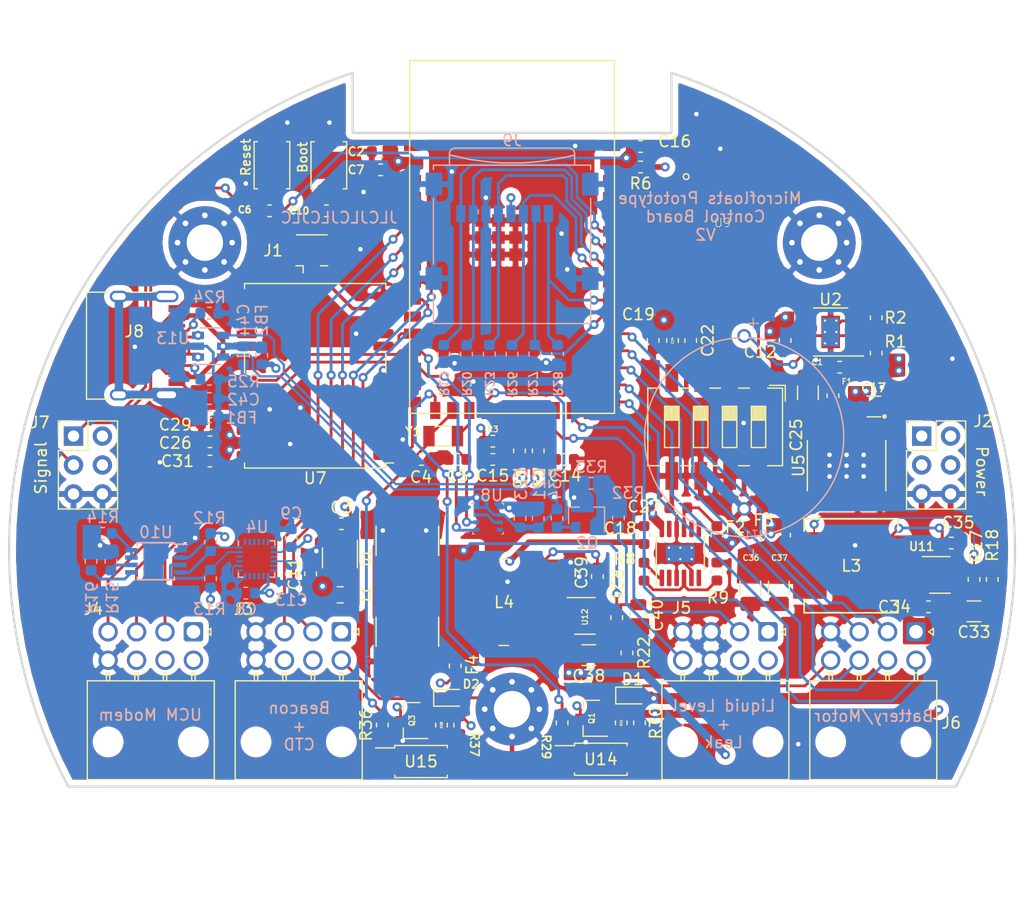
<source format=kicad_pcb>
(kicad_pcb (version 20171130) (host pcbnew "(5.1.10)-1")
  (layers (0 F.Cu signal) (1 In1.Cu power) (2 In2.Cu power) (31 B.Cu signal) (34 B.Paste user) (35 F.Paste user) (36 B.SilkS user) (37 F.SilkS user) (38 B.Mask user) (39 F.Mask user) (44 Edge.Cuts user))
  (net 0 "")
  (net 1 GND)
  (net 2 +3V3)
  (net 3 +5V)
  (net 4 +BATT)
  (net 5 +12V)
  (net 6 /SENSOR_SCL)
  (net 7 /SENSOR_SDA)
  (net 8 "Net-(C4-Pad1)")
  (net 9 "Net-(C5-Pad2)")
  (net 10 /EN)
  (net 11 +1V8)
  (net 12 /IO0)
  (net 13 "Net-(C13-Pad1)")
  (net 14 /USB_D+)
  (net 15 /USB_D-)
  (net 16 VBUS)
  (net 17 "Net-(C27-Pad1)")
  (net 18 "Net-(C35-Pad2)")
  (net 19 "Net-(C35-Pad1)")
  (net 20 "Net-(C36-Pad2)")
  (net 21 "Net-(C39-Pad2)")
  (net 22 "Net-(C39-Pad1)")
  (net 23 "Net-(C40-Pad1)")
  (net 24 "Net-(C40-Pad2)")
  (net 25 "Net-(C42-Pad2)")
  (net 26 /SOL_OUT)
  (net 27 /BEACON+)
  (net 28 "Net-(J1-Pad1)")
  (net 29 /CTD_RX)
  (net 30 /CTD_TX)
  (net 31 /MODEM_READY)
  (net 32 /MODEM_RX)
  (net 33 /MODEM_TX)
  (net 34 "Net-(J4-Pad6)")
  (net 35 /RSENSE+)
  (net 36 /LEAK+)
  (net 37 /RREF+)
  (net 38 /MOTOR_SPEED)
  (net 39 /BATT_SDA)
  (net 40 /MOTOR_DIR)
  (net 41 /BATT_SCL)
  (net 42 /MOTOR_EN)
  (net 43 /D+)
  (net 44 "Net-(J8-PadB5)")
  (net 45 "Net-(J8-PadA8)")
  (net 46 /D-)
  (net 47 "Net-(J8-PadA5)")
  (net 48 "Net-(J8-PadB8)")
  (net 49 /SD_DATA1)
  (net 50 /SD_DATA0)
  (net 51 /SD_CLK)
  (net 52 /SD_CMD)
  (net 53 /SD_CD)
  (net 54 /SD_DATA2)
  (net 55 "Net-(L1-Pad1)")
  (net 56 "Net-(Q1-Pad1)")
  (net 57 /LEAK_DET)
  (net 58 "Net-(Q2-Pad1)")
  (net 59 "Net-(Q3-Pad1)")
  (net 60 "Net-(R1-Pad2)")
  (net 61 "Net-(R3-Pad1)")
  (net 62 "Net-(R4-Pad1)")
  (net 63 "Net-(R5-Pad1)")
  (net 64 "Net-(R8-Pad2)")
  (net 65 /IMU_SDA_1V8)
  (net 66 /IMU_SCL_1V8)
  (net 67 "Net-(R14-Pad1)")
  (net 68 /IMU_SCL_3V3)
  (net 69 /IMU_SDA_3V3)
  (net 70 "Net-(R17-Pad2)")
  (net 71 "Net-(R29-Pad1)")
  (net 72 /SOL_EN)
  (net 73 "Net-(R30-Pad2)")
  (net 74 /BEACON_EN)
  (net 75 "Net-(R36-Pad1)")
  (net 76 "Net-(R37-Pad2)")
  (net 77 "Net-(U2-Pad6)")
  (net 78 "Net-(BT1-Pad1)")
  (net 79 "Net-(U3-Pad11)")
  (net 80 "Net-(U4-Pad1)")
  (net 81 "Net-(U4-Pad2)")
  (net 82 "Net-(U4-Pad3)")
  (net 83 "Net-(U4-Pad4)")
  (net 84 "Net-(U4-Pad5)")
  (net 85 "Net-(U4-Pad6)")
  (net 86 "Net-(U4-Pad7)")
  (net 87 "Net-(U4-Pad9)")
  (net 88 "Net-(U4-Pad11)")
  (net 89 "Net-(U4-Pad12)")
  (net 90 "Net-(U4-Pad14)")
  (net 91 "Net-(U4-Pad15)")
  (net 92 "Net-(U4-Pad16)")
  (net 93 "Net-(U4-Pad17)")
  (net 94 "Net-(U4-Pad19)")
  (net 95 "Net-(U4-Pad21)")
  (net 96 "Net-(U4-Pad22)")
  (net 97 "Net-(U6-Pad7)")
  (net 98 "Net-(U6-Pad6)")
  (net 99 "Net-(U7-Pad1)")
  (net 100 "Net-(U7-Pad3)")
  (net 101 "Net-(U7-Pad5)")
  (net 102 "Net-(U7-Pad6)")
  (net 103 "Net-(U7-Pad9)")
  (net 104 "Net-(U7-Pad15)")
  (net 105 "Net-(U7-Pad16)")
  (net 106 "Net-(U7-Pad17)")
  (net 107 "Net-(U7-Pad22)")
  (net 108 "Net-(U12-Pad5)")
  (net 109 /ANT-SW)
  (net 110 /SX-NRESET)
  (net 111 /RAD_BUSY)
  (net 112 "Net-(U9-Pad4)")
  (net 113 /RAD_SCK)
  (net 114 /RAD_MOSI)
  (net 115 /RAD_MISO)
  (net 116 /RAD_CS)
  (net 117 "Net-(C44-Pad1)")
  (net 118 /DIP1)
  (net 119 /DIP2)
  (net 120 /DIP3)
  (net 121 /DIP4)
  (net 122 "Net-(J4-Pad7)")
  (net 123 +3.3BCKP)
  (net 124 +5_BATT)
  (net 125 /GPS_INT)
  (net 126 "Net-(U7-Pad20)")
  (net 127 "Net-(U7-Pad21)")
  (net 128 "Net-(J5-Pad6)")
  (net 129 "Net-(J5-Pad5)")
  (net 130 /BME_SDA)
  (net 131 /BME_SCL)
  (net 132 "Net-(U8-Pad2)")
  (net 133 "Net-(U8-Pad5)")
  (net 134 "Net-(U7-Pad14)")
  (net 135 /~GPS_RESET)
  (net 136 "Net-(J3-Pad6)")
  (net 137 "Net-(J3-Pad7)")
  (net 138 "Net-(J4-Pad1)")
  (net 139 /SENSOR_EXTRA2)
  (net 140 /SENSOR_EXTRA1)
  (net 141 "Net-(C25-Pad2)")
  (net 142 "Net-(U2-Pad7)")
  (net 143 "Net-(U5-Pad6)")
  (module ControlBoard:SOP65P640X110-21N (layer F.Cu) (at 179.4 92.6 270)
    (fp_text reference U5 (at 0 4.225 90) (layer F.SilkS))
    (fp_text value TPS75233QPWPR)
    (pad 1 smd rect (at -2.885 -2.925 270) (size 1.44 0.41) (layers F.Cu F.Paste F.Mask) (net 1 GND))
    (pad 2 smd rect (at -2.885 -2.275 270) (size 1.44 0.41) (layers F.Cu F.Paste F.Mask))
    (pad 3 smd rect (at -2.885 -1.625 270) (size 1.44 0.41) (layers F.Cu F.Paste F.Mask) (net 3 +5V))
    (pad 4 smd rect (at -2.885 -0.975 270) (size 1.44 0.41) (layers F.Cu F.Paste F.Mask) (net 3 +5V))
    (pad 5 smd rect (at -2.885 -0.325 270) (size 1.44 0.41) (layers F.Cu F.Paste F.Mask) (net 1 GND))
    (pad 6 smd rect (at -2.885 0.325 270) (size 1.44 0.41) (layers F.Cu F.Paste F.Mask) (net 143 "Net-(U5-Pad6)"))
    (pad 7 smd rect (at -2.885 0.975 270) (size 1.44 0.41) (layers F.Cu F.Paste F.Mask) (net 141 "Net-(C25-Pad2)"))
    (pad 8 smd rect (at -2.885 1.625 270) (size 1.44 0.41) (layers F.Cu F.Paste F.Mask) (net 141 "Net-(C25-Pad2)"))
    (pad 9 smd rect (at -2.885 2.275 270) (size 1.44 0.41) (layers F.Cu F.Paste F.Mask) (net 141 "Net-(C25-Pad2)"))
    (pad 10 smd rect (at -2.885 2.925 270) (size 1.44 0.41) (layers F.Cu F.Paste F.Mask) (net 1 GND))
    (pad 11 smd rect (at 2.885 2.925 270) (size 1.44 0.41) (layers F.Cu F.Paste F.Mask) (net 1 GND))
    (pad 12 smd rect (at 2.885 2.275 270) (size 1.44 0.41) (layers F.Cu F.Paste F.Mask))
    (pad 13 smd rect (at 2.885 1.625 270) (size 1.44 0.41) (layers F.Cu F.Paste F.Mask))
    (pad 14 smd rect (at 2.885 0.975 270) (size 1.44 0.41) (layers F.Cu F.Paste F.Mask))
    (pad 15 smd rect (at 2.885 0.325 270) (size 1.44 0.41) (layers F.Cu F.Paste F.Mask))
    (pad 16 smd rect (at 2.885 -0.325 270) (size 1.44 0.41) (layers F.Cu F.Paste F.Mask))
    (pad 17 smd rect (at 2.885 -0.975 270) (size 1.44 0.41) (layers F.Cu F.Paste F.Mask) (net 1 GND))
    (pad 18 smd rect (at 2.885 -1.625 270) (size 1.44 0.41) (layers F.Cu F.Paste F.Mask))
    (pad 19 smd rect (at 2.885 -2.275 270) (size 1.44 0.41) (layers F.Cu F.Paste F.Mask))
    (pad 20 smd rect (at 2.885 -2.925 270) (size 1.44 0.41) (layers F.Cu F.Paste F.Mask) (net 1 GND))
    (pad 21 smd rect (at 0 0 270) (size 3 4.2) (layers F.Cu F.Mask) (net 1 GND))
  )
  (module Connector_USB:USB_C_Receptacle_HRO_TYPE-C-31-M-12 (layer F.Cu) (at 116.5 82.05 270)
    (fp_text reference J8 (at -1.25 -0.3 180) (layer F.SilkS))
    (fp_text value USB_C_Receptacle_USB2.0)
    (pad B1 smd rect (at 3.25 -4.045 270) (size 0.6 1.45) (layers F.Cu F.Paste F.Mask) (net 1 GND))
    (pad A9 smd rect (at 2.45 -4.045 270) (size 0.6 1.45) (layers F.Cu F.Paste F.Mask) (net 117 "Net-(C44-Pad1)"))
    (pad B9 smd rect (at -2.45 -4.045 270) (size 0.6 1.45) (layers F.Cu F.Paste F.Mask) (net 117 "Net-(C44-Pad1)"))
    (pad B12 smd rect (at -3.25 -4.045 270) (size 0.6 1.45) (layers F.Cu F.Paste F.Mask) (net 1 GND))
    (pad A1 smd rect (at -3.25 -4.045 270) (size 0.6 1.45) (layers F.Cu F.Paste F.Mask) (net 1 GND))
    (pad A4 smd rect (at -2.45 -4.045 270) (size 0.6 1.45) (layers F.Cu F.Paste F.Mask) (net 117 "Net-(C44-Pad1)"))
    (pad B4 smd rect (at 2.45 -4.045 270) (size 0.6 1.45) (layers F.Cu F.Paste F.Mask) (net 117 "Net-(C44-Pad1)"))
    (pad A12 smd rect (at 3.25 -4.045 270) (size 0.6 1.45) (layers F.Cu F.Paste F.Mask) (net 1 GND))
    (pad B8 smd rect (at -1.75 -4.045 270) (size 0.3 1.45) (layers F.Cu F.Paste F.Mask) (net 48 "Net-(J8-PadB8)"))
    (pad A5 smd rect (at -1.25 -4.045 270) (size 0.3 1.45) (layers F.Cu F.Paste F.Mask) (net 47 "Net-(J8-PadA5)"))
    (pad B7 smd rect (at -0.75 -4.045 270) (size 0.3 1.45) (layers F.Cu F.Paste F.Mask) (net 46 /D-))
    (pad A7 smd rect (at 0.25 -4.045 270) (size 0.3 1.45) (layers F.Cu F.Paste F.Mask) (net 46 /D-))
    (pad B6 smd rect (at 0.75 -4.045 270) (size 0.3 1.45) (layers F.Cu F.Paste F.Mask) (net 43 /D+))
    (pad A8 smd rect (at 1.25 -4.045 270) (size 0.3 1.45) (layers F.Cu F.Paste F.Mask) (net 45 "Net-(J8-PadA8)"))
    (pad B5 smd rect (at 1.75 -4.045 270) (size 0.3 1.45) (layers F.Cu F.Paste F.Mask) (net 44 "Net-(J8-PadB5)"))
    (pad A6 smd rect (at -0.25 -4.045 270) (size 0.3 1.45) (layers F.Cu F.Paste F.Mask) (net 43 /D+))
    (pad S1 thru_hole oval (at 4.32 -3.13 270) (size 1 2.1) (drill oval 0.6 1.7) (layers *.Cu *.Mask) (net 25 "Net-(C42-Pad2)"))
    (pad S1 thru_hole oval (at -4.32 -3.13 270) (size 1 2.1) (drill oval 0.6 1.7) (layers *.Cu *.Mask) (net 25 "Net-(C42-Pad2)"))
    (pad "" np_thru_hole circle (at -2.89 -2.6 270) (size 0.65 0.65) (drill 0.65) (layers *.Cu *.Mask))
    (pad S1 thru_hole oval (at -4.32 1.05 270) (size 1 1.6) (drill oval 0.6 1.2) (layers *.Cu *.Mask) (net 25 "Net-(C42-Pad2)"))
    (pad "" np_thru_hole circle (at 2.89 -2.6 270) (size 0.65 0.65) (drill 0.65) (layers *.Cu *.Mask))
    (pad S1 thru_hole oval (at 4.32 1.05 270) (size 1 1.6) (drill oval 0.6 1.2) (layers *.Cu *.Mask) (net 25 "Net-(C42-Pad2)"))
  )
  (module Connector_Molex:Molex_Nano-Fit_105314-xx08_2x04_P2.50mm_Horizontal (layer F.Cu) (at 135 107.2 270)
    (fp_text reference J3 (at -2 8.6 180) (layer F.SilkS))
    (fp_text value Conn_02x04_Odd_Even)
    (pad "" np_thru_hole circle (at 9.68 7.5 270) (size 1.7 1.7) (drill 1.7) (layers *.Cu *.Mask))
    (pad "" np_thru_hole circle (at 9.68 0 270) (size 1.7 1.7) (drill 1.7) (layers *.Cu *.Mask))
    (pad 8 thru_hole circle (at 2.5 7.5 270) (size 1.7 1.7) (drill 1.2) (layers *.Cu *.Mask) (net 1 GND))
    (pad 7 thru_hole circle (at 2.5 5 270) (size 1.7 1.7) (drill 1.2) (layers *.Cu *.Mask) (net 137 "Net-(J3-Pad7)"))
    (pad 6 thru_hole circle (at 2.5 2.5 270) (size 1.7 1.7) (drill 1.2) (layers *.Cu *.Mask) (net 136 "Net-(J3-Pad6)"))
    (pad 5 thru_hole circle (at 2.5 0 270) (size 1.7 1.7) (drill 1.2) (layers *.Cu *.Mask) (net 27 /BEACON+))
    (pad 4 thru_hole circle (at 0 7.5 270) (size 1.7 1.7) (drill 1.2) (layers *.Cu *.Mask) (net 1 GND))
    (pad 3 thru_hole circle (at 0 5 270) (size 1.7 1.7) (drill 1.2) (layers *.Cu *.Mask) (net 30 /CTD_TX))
    (pad 2 thru_hole circle (at 0 2.5 270) (size 1.7 1.7) (drill 1.2) (layers *.Cu *.Mask) (net 29 /CTD_RX))
    (pad 1 thru_hole roundrect (at 0 0 270) (size 1.7 1.7) (drill 1.2) (layers *.Cu *.Mask) (roundrect_rratio 0.1470588235294118) (net 124 +5_BATT))
  )
  (module Connector_Molex:Molex_Nano-Fit_105314-xx08_2x04_P2.50mm_Horizontal (layer F.Cu) (at 122 107.2 270)
    (fp_text reference J4 (at -2 8.8 180) (layer F.SilkS))
    (fp_text value Conn_02x04_Odd_Even)
    (pad "" np_thru_hole circle (at 9.68 7.5 270) (size 1.7 1.7) (drill 1.7) (layers *.Cu *.Mask))
    (pad "" np_thru_hole circle (at 9.68 0 270) (size 1.7 1.7) (drill 1.7) (layers *.Cu *.Mask))
    (pad 8 thru_hole circle (at 2.5 7.5 270) (size 1.7 1.7) (drill 1.2) (layers *.Cu *.Mask) (net 1 GND))
    (pad 7 thru_hole circle (at 2.5 5 270) (size 1.7 1.7) (drill 1.2) (layers *.Cu *.Mask) (net 122 "Net-(J4-Pad7)"))
    (pad 6 thru_hole circle (at 2.5 2.5 270) (size 1.7 1.7) (drill 1.2) (layers *.Cu *.Mask) (net 34 "Net-(J4-Pad6)"))
    (pad 5 thru_hole circle (at 2.5 0 270) (size 1.7 1.7) (drill 1.2) (layers *.Cu *.Mask) (net 4 +BATT))
    (pad 4 thru_hole circle (at 0 7.5 270) (size 1.7 1.7) (drill 1.2) (layers *.Cu *.Mask) (net 31 /MODEM_READY))
    (pad 3 thru_hole circle (at 0 5 270) (size 1.7 1.7) (drill 1.2) (layers *.Cu *.Mask) (net 33 /MODEM_TX))
    (pad 2 thru_hole circle (at 0 2.5 270) (size 1.7 1.7) (drill 1.2) (layers *.Cu *.Mask) (net 32 /MODEM_RX))
    (pad 1 thru_hole roundrect (at 0 0 270) (size 1.7 1.7) (drill 1.2) (layers *.Cu *.Mask) (roundrect_rratio 0.1470588235294118) (net 138 "Net-(J4-Pad1)"))
  )
  (module Connector_Molex:Molex_Nano-Fit_105314-xx08_2x04_P2.50mm_Horizontal (layer F.Cu) (at 172.5 107.2 270)
    (fp_text reference J5 (at -2.1 7.6 180) (layer F.SilkS))
    (fp_text value Conn_02x04_Odd_Even)
    (pad "" np_thru_hole circle (at 9.68 7.5 270) (size 1.7 1.7) (drill 1.7) (layers *.Cu *.Mask))
    (pad "" np_thru_hole circle (at 9.68 0 270) (size 1.7 1.7) (drill 1.7) (layers *.Cu *.Mask))
    (pad 8 thru_hole circle (at 2.5 7.5 270) (size 1.7 1.7) (drill 1.2) (layers *.Cu *.Mask) (net 36 /LEAK+))
    (pad 7 thru_hole circle (at 2.5 5 270) (size 1.7 1.7) (drill 1.2) (layers *.Cu *.Mask) (net 1 GND))
    (pad 6 thru_hole circle (at 2.5 2.5 270) (size 1.7 1.7) (drill 1.2) (layers *.Cu *.Mask) (net 128 "Net-(J5-Pad6)"))
    (pad 5 thru_hole circle (at 2.5 0 270) (size 1.7 1.7) (drill 1.2) (layers *.Cu *.Mask) (net 129 "Net-(J5-Pad5)"))
    (pad 4 thru_hole circle (at 0 7.5 270) (size 1.7 1.7) (drill 1.2) (layers *.Cu *.Mask) (net 1 GND))
    (pad 3 thru_hole circle (at 0 5 270) (size 1.7 1.7) (drill 1.2) (layers *.Cu *.Mask) (net 1 GND))
    (pad 2 thru_hole circle (at 0 2.5 270) (size 1.7 1.7) (drill 1.2) (layers *.Cu *.Mask) (net 35 /RSENSE+))
    (pad 1 thru_hole roundrect (at 0 0 270) (size 1.7 1.7) (drill 1.2) (layers *.Cu *.Mask) (roundrect_rratio 0.1470588235294118) (net 37 /RREF+))
  )
  (module Connector_Molex:Molex_Nano-Fit_105314-xx08_2x04_P2.50mm_Horizontal (layer F.Cu) (at 185.5 107.2 270)
    (fp_text reference J6 (at 8 -3.1 180) (layer F.SilkS))
    (fp_text value Conn_02x04_Odd_Even)
    (pad "" np_thru_hole circle (at 9.68 7.5 270) (size 1.7 1.7) (drill 1.7) (layers *.Cu *.Mask))
    (pad "" np_thru_hole circle (at 9.68 0 270) (size 1.7 1.7) (drill 1.7) (layers *.Cu *.Mask))
    (pad 8 thru_hole circle (at 2.5 7.5 270) (size 1.7 1.7) (drill 1.2) (layers *.Cu *.Mask) (net 26 /SOL_OUT))
    (pad 7 thru_hole circle (at 2.5 5 270) (size 1.7 1.7) (drill 1.2) (layers *.Cu *.Mask) (net 42 /MOTOR_EN))
    (pad 6 thru_hole circle (at 2.5 2.5 270) (size 1.7 1.7) (drill 1.2) (layers *.Cu *.Mask) (net 40 /MOTOR_DIR))
    (pad 5 thru_hole circle (at 2.5 0 270) (size 1.7 1.7) (drill 1.2) (layers *.Cu *.Mask) (net 38 /MOTOR_SPEED))
    (pad 4 thru_hole circle (at 0 7.5 270) (size 1.7 1.7) (drill 1.2) (layers *.Cu *.Mask) (net 1 GND))
    (pad 3 thru_hole circle (at 0 5 270) (size 1.7 1.7) (drill 1.2) (layers *.Cu *.Mask) (net 39 /BATT_SDA))
    (pad 2 thru_hole circle (at 0 2.5 270) (size 1.7 1.7) (drill 1.2) (layers *.Cu *.Mask) (net 41 /BATT_SCL))
    (pad 1 thru_hole roundrect (at 0 0 270) (size 1.7 1.7) (drill 1.2) (layers *.Cu *.Mask) (roundrect_rratio 0.1470588235294118) (net 4 +BATT))
  )
  (module RF_GPS:ublox_NEO (layer F.Cu) (at 132.7 84.7 180)
    (fp_text reference U7 (at 0 -9) (layer F.SilkS))
    (fp_text value NEO-M9N)
    (pad 24 smd roundrect (at 6 -7 180) (size 1.8 0.8) (layers F.Cu F.Paste F.Mask) (net 1 GND))
    (pad 23 smd roundrect (at 6 -5.9 180) (size 1.8 0.8) (layers F.Cu F.Paste F.Mask) (net 123 +3.3BCKP))
    (pad 22 smd roundrect (at 6 -4.8 180) (size 1.8 0.8) (layers F.Cu F.Paste F.Mask) (net 107 "Net-(U7-Pad22)"))
    (pad 21 smd roundrect (at 6 -3.7 180) (size 1.8 0.8) (layers F.Cu F.Paste F.Mask) (net 127 "Net-(U7-Pad21)"))
    (pad 20 smd roundrect (at 6 -2.6 180) (size 1.8 0.8) (layers F.Cu F.Paste F.Mask) (net 126 "Net-(U7-Pad20)"))
    (pad 19 smd roundrect (at 6 -1.5 180) (size 1.8 0.8) (layers F.Cu F.Paste F.Mask) (net 131 /BME_SCL))
    (pad 18 smd roundrect (at 6 -0.4 180) (size 1.8 0.8) (layers F.Cu F.Paste F.Mask) (net 130 /BME_SDA))
    (pad 17 smd roundrect (at 6 2.6 180) (size 1.8 0.8) (layers F.Cu F.Paste F.Mask) (net 106 "Net-(U7-Pad17)"))
    (pad 16 smd roundrect (at 6 3.7 180) (size 1.8 0.8) (layers F.Cu F.Paste F.Mask) (net 105 "Net-(U7-Pad16)"))
    (pad 15 smd roundrect (at 6 4.8 180) (size 1.8 0.8) (layers F.Cu F.Paste F.Mask) (net 104 "Net-(U7-Pad15)"))
    (pad 14 smd roundrect (at 6 5.9 180) (size 1.8 0.8) (layers F.Cu F.Paste F.Mask) (net 134 "Net-(U7-Pad14)"))
    (pad 13 smd roundrect (at 6 7 180) (size 1.8 0.8) (layers F.Cu F.Paste F.Mask) (net 1 GND))
    (pad 12 smd roundrect (at -6 7 180) (size 1.8 0.8) (layers F.Cu F.Paste F.Mask) (net 1 GND))
    (pad 11 smd roundrect (at -6 5.9 180) (size 1.8 0.8) (layers F.Cu F.Paste F.Mask) (net 28 "Net-(J1-Pad1)"))
    (pad 10 smd roundrect (at -6 4.8 180) (size 1.8 0.8) (layers F.Cu F.Paste F.Mask) (net 1 GND))
    (pad 9 smd roundrect (at -6 3.7 180) (size 1.8 0.8) (layers F.Cu F.Paste F.Mask) (net 103 "Net-(U7-Pad9)"))
    (pad 8 smd roundrect (at -6 2.6 180) (size 1.8 0.8) (layers F.Cu F.Paste F.Mask) (net 135 /~GPS_RESET))
    (pad 7 smd roundrect (at -6 -0.4 180) (size 1.8 0.8) (layers F.Cu F.Paste F.Mask) (net 1 GND))
    (pad 6 smd roundrect (at -6 -1.5 180) (size 1.8 0.8) (layers F.Cu F.Paste F.Mask) (net 102 "Net-(U7-Pad6)"))
    (pad 5 smd roundrect (at -6 -2.6 180) (size 1.8 0.8) (layers F.Cu F.Paste F.Mask) (net 101 "Net-(U7-Pad5)"))
    (pad 4 smd roundrect (at -6 -3.7 180) (size 1.8 0.8) (layers F.Cu F.Paste F.Mask) (net 125 /GPS_INT))
    (pad 3 smd roundrect (at -6 -4.8 180) (size 1.8 0.8) (layers F.Cu F.Paste F.Mask) (net 100 "Net-(U7-Pad3)"))
    (pad 2 smd roundrect (at -6 -5.9 180) (size 1.8 0.8) (layers F.Cu F.Paste F.Mask) (net 1 GND))
    (pad 1 smd roundrect (at -6 -7 180) (size 1.8 0.8) (layers F.Cu F.Paste F.Mask) (net 99 "Net-(U7-Pad1)"))
  )
  (module ESP32-s2:ESP32-S2-WROOM (layer F.Cu) (at 141 57)
    (fp_text reference U3 hide)
    (fp_text value ESP32-S2-WROOM)
    (pad 1 smd rect (at 0.25 7.5) (size 1.5 0.9) (layers F.Cu F.Paste F.Mask) (net 1 GND))
    (pad 2 smd rect (at 0.25 9) (size 1.5 0.9) (layers F.Cu F.Paste F.Mask) (net 123 +3.3BCKP))
    (pad 4 smd rect (at 0.25 12) (size 1.5 0.9) (layers F.Cu F.Paste F.Mask) (net 6 /SENSOR_SCL))
    (pad 3 smd rect (at 0.25 10.5) (size 1.5 0.9) (layers F.Cu F.Paste F.Mask) (net 12 /IO0))
    (pad 6 smd rect (at 0.25 15) (size 1.5 0.9) (layers F.Cu F.Paste F.Mask) (net 31 /MODEM_READY))
    (pad 5 smd rect (at 0.25 13.5) (size 1.5 0.9) (layers F.Cu F.Paste F.Mask) (net 7 /SENSOR_SDA))
    (pad 8 smd rect (at 0.25 18) (size 1.5 0.9) (layers F.Cu F.Paste F.Mask) (net 32 /MODEM_RX))
    (pad 7 smd rect (at 0.25 16.5) (size 1.5 0.9) (layers F.Cu F.Paste F.Mask) (net 33 /MODEM_TX))
    (pad 10 smd rect (at 0.25 21) (size 1.5 0.9) (layers F.Cu F.Paste F.Mask) (net 29 /CTD_RX))
    (pad 9 smd rect (at 0.25 19.5) (size 1.5 0.9) (layers F.Cu F.Paste F.Mask) (net 30 /CTD_TX))
    (pad 12 smd rect (at 0.25 24) (size 1.5 0.9) (layers F.Cu F.Paste F.Mask) (net 135 /~GPS_RESET))
    (pad 11 smd rect (at 0.25 22.5) (size 1.5 0.9) (layers F.Cu F.Paste F.Mask) (net 79 "Net-(U3-Pad11)"))
    (pad 14 smd rect (at 0.25 27) (size 1.5 0.9) (layers F.Cu F.Paste F.Mask) (net 131 /BME_SCL))
    (pad 13 smd rect (at 0.25 25.5) (size 1.5 0.9) (layers F.Cu F.Paste F.Mask) (net 130 /BME_SDA))
    (pad 16 smd rect (at 0.25 30) (size 1.5 0.9) (layers F.Cu F.Paste F.Mask) (net 74 /BEACON_EN))
    (pad 15 smd rect (at 0.25 28.5) (size 1.5 0.9) (layers F.Cu F.Paste F.Mask) (net 125 /GPS_INT))
    (pad 17 smd rect (at 2.25 30.75 90) (size 1.5 0.9) (layers F.Cu F.Paste F.Mask) (net 72 /SOL_EN))
    (pad 18 smd rect (at 3.75 30.75 90) (size 1.5 0.9) (layers F.Cu F.Paste F.Mask) (net 8 "Net-(C4-Pad1)"))
    (pad 20 smd rect (at 6.75 30.75 90) (size 1.5 0.9) (layers F.Cu F.Paste F.Mask) (net 57 /LEAK_DET))
    (pad 19 smd rect (at 5.25 30.75 90) (size 1.5 0.9) (layers F.Cu F.Paste F.Mask) (net 9 "Net-(C5-Pad2)"))
    (pad 22 smd rect (at 9.75 30.75 90) (size 1.5 0.9) (layers F.Cu F.Paste F.Mask) (net 63 "Net-(R5-Pad1)"))
    (pad 21 smd rect (at 8.25 30.75 90) (size 1.5 0.9) (layers F.Cu F.Paste F.Mask) (net 61 "Net-(R3-Pad1)"))
    (pad 24 smd rect (at 12.75 30.75 90) (size 1.5 0.9) (layers F.Cu F.Paste F.Mask) (net 35 /RSENSE+))
    (pad 23 smd rect (at 11.25 30.75 90) (size 1.5 0.9) (layers F.Cu F.Paste F.Mask) (net 62 "Net-(R4-Pad1)"))
    (pad 26 smd rect (at 15.75 30.75 90) (size 1.5 0.9) (layers F.Cu F.Paste F.Mask) (net 1 GND))
    (pad 25 smd rect (at 14.25 30.75 90) (size 1.5 0.9) (layers F.Cu F.Paste F.Mask) (net 37 /RREF+))
    (pad 40 smd rect (at 17.75 10.5) (size 1.5 0.9) (layers F.Cu F.Paste F.Mask) (net 118 /DIP1))
    (pad 39 smd rect (at 17.75 12) (size 1.5 0.9) (layers F.Cu F.Paste F.Mask) (net 119 /DIP2))
    (pad 35 smd rect (at 17.75 18) (size 1.5 0.9) (layers F.Cu F.Paste F.Mask) (net 51 /SD_CLK))
    (pad 33 smd rect (at 17.75 21) (size 1.5 0.9) (layers F.Cu F.Paste F.Mask) (net 54 /SD_DATA2))
    (pad 36 smd rect (at 17.75 16.5) (size 1.5 0.9) (layers F.Cu F.Paste F.Mask) (net 50 /SD_DATA0))
    (pad 38 smd rect (at 17.75 13.5) (size 1.5 0.9) (layers F.Cu F.Paste F.Mask) (net 120 /DIP3))
    (pad 29 smd rect (at 17.75 27) (size 1.5 0.9) (layers F.Cu F.Paste F.Mask) (net 42 /MOTOR_EN))
    (pad 37 smd rect (at 17.75 15) (size 1.5 0.9) (layers F.Cu F.Paste F.Mask) (net 49 /SD_DATA1))
    (pad 32 smd rect (at 17.75 22.5) (size 1.5 0.9) (layers F.Cu F.Paste F.Mask) (net 53 /SD_CD))
    (pad 28 smd rect (at 17.75 28.5) (size 1.5 0.9) (layers F.Cu F.Paste F.Mask) (net 40 /MOTOR_DIR))
    (pad 34 smd rect (at 17.75 19.5) (size 1.5 0.9) (layers F.Cu F.Paste F.Mask) (net 52 /SD_CMD))
    (pad 30 smd rect (at 17.75 25.5) (size 1.5 0.9) (layers F.Cu F.Paste F.Mask) (net 39 /BATT_SDA))
    (pad 41 smd rect (at 17.75 9) (size 1.5 0.9) (layers F.Cu F.Paste F.Mask) (net 10 /EN))
    (pad 27 smd rect (at 17.75 30) (size 1.5 0.9) (layers F.Cu F.Paste F.Mask) (net 38 /MOTOR_SPEED))
    (pad 42 smd rect (at 17.75 7.5) (size 1.5 0.9) (layers F.Cu F.Paste F.Mask) (net 1 GND))
    (pad 31 smd rect (at 17.75 24) (size 1.5 0.9) (layers F.Cu F.Paste F.Mask) (net 41 /BATT_SCL))
    (pad 43 smd rect (at 7.81 15.55) (size 1.1 1.1) (layers F.Cu F.Paste F.Mask) (net 1 GND))
    (pad 43 smd rect (at 7.81 14.05) (size 1.1 1.1) (layers F.Cu F.Paste F.Mask) (net 1 GND))
    (pad 43 smd rect (at 7.81 17.05) (size 1.1 1.1) (layers F.Cu F.Paste F.Mask) (net 1 GND))
    (pad 43 smd rect (at 9.31 17.05) (size 1.1 1.1) (layers F.Cu F.Paste F.Mask) (net 1 GND))
    (pad 43 smd rect (at 9.31 15.55) (size 1.1 1.1) (layers F.Cu F.Paste F.Mask) (net 1 GND))
    (pad 43 smd rect (at 9.31 14.05) (size 1.1 1.1) (layers F.Cu F.Paste F.Mask) (net 1 GND))
    (pad 43 smd rect (at 6.31 17.05) (size 1.1 1.1) (layers F.Cu F.Paste F.Mask) (net 1 GND))
    (pad 43 smd rect (at 6.31 15.55) (size 1.1 1.1) (layers F.Cu F.Paste F.Mask) (net 1 GND))
    (pad 43 smd rect (at 6.31 14.05) (size 1.1 1.1) (layers F.Cu F.Paste F.Mask) (net 1 GND))
  )
  (module Resistor_SMD:R_0603_1608Metric (layer F.Cu) (at 154.4 115.2 90)
    (fp_text reference R29 (at -2.1 -1.4 270 unlocked) (layer F.SilkS) (effects (font (size 0.75 0.75))))
    (fp_text value 470R)
    (pad 2 smd roundrect (at 0.7875 0 90) (size 0.875 0.95) (layers F.Cu F.Paste F.Mask) (net 72 /SOL_EN))
    (pad 1 smd roundrect (at -0.7875 0 90) (size 0.875 0.95) (layers F.Cu F.Paste F.Mask) (net 71 "Net-(R29-Pad1)"))
  )
  (module Package_SO:SOP-4_4.4x2.6mm_P1.27mm (layer F.Cu) (at 157.8 118.4)
    (fp_text reference U14 (at 0 0) (layer F.SilkS))
    (fp_text value FODM217C)
    (pad 1 smd roundrect (at -3.1875 -0.635) (size 1.625 0.6) (layers F.Cu F.Paste F.Mask) (net 71 "Net-(R29-Pad1)"))
    (pad 2 smd roundrect (at -3.1875 0.635) (size 1.625 0.6) (layers F.Cu F.Paste F.Mask) (net 1 GND))
    (pad 3 smd roundrect (at 3.1875 0.635) (size 1.625 0.6) (layers F.Cu F.Paste F.Mask) (net 1 GND))
    (pad 4 smd roundrect (at 3.1875 -0.635) (size 1.625 0.6) (layers F.Cu F.Paste F.Mask) (net 73 "Net-(R30-Pad2)"))
  )
  (module Resistor_SMD:R_0603_1608Metric (layer F.Cu) (at 159.6 115.2 270)
    (fp_text reference R31 (at 0 0 90) (layer F.SilkS) (effects (font (size 0.2 0.2) (thickness 0.05))))
    (fp_text value 100R)
    (pad 1 smd roundrect (at -0.7875 0 270) (size 0.875 0.95) (layers F.Cu F.Paste F.Mask) (net 56 "Net-(Q1-Pad1)"))
    (pad 2 smd roundrect (at 0.7875 0 270) (size 0.875 0.95) (layers F.Cu F.Paste F.Mask) (net 73 "Net-(R30-Pad2)"))
  )
  (module Resistor_SMD:R_0603_1608Metric (layer F.Cu) (at 161.2 115.2 270)
    (fp_text reference R30 (at 0 -1.43 90) (layer F.SilkS))
    (fp_text value 100k)
    (pad 1 smd roundrect (at -0.7875 0 270) (size 0.875 0.95) (layers F.Cu F.Paste F.Mask) (net 5 +12V))
    (pad 2 smd roundrect (at 0.7875 0 270) (size 0.875 0.95) (layers F.Cu F.Paste F.Mask) (net 73 "Net-(R30-Pad2)"))
  )
  (module Package_TO_SOT_SMD:SOT-23 (layer F.Cu) (at 157 114.8 180)
    (fp_text reference Q1 (at 0 0 90) (layer F.SilkS) (effects (font (size 0.5 0.5) (thickness 0.1))))
    (fp_text value DMP3030SN-7)
    (pad 3 smd rect (at 1 0 180) (size 0.9 0.8) (layers F.Cu F.Paste F.Mask) (net 5 +12V))
    (pad 2 smd rect (at -1 0.95 180) (size 0.9 0.8) (layers F.Cu F.Paste F.Mask) (net 26 /SOL_OUT))
    (pad 1 smd rect (at -1 -0.95 180) (size 0.9 0.8) (layers F.Cu F.Paste F.Mask) (net 56 "Net-(Q1-Pad1)"))
  )
  (module Diode_SMD:D_0603_1608Metric (layer F.Cu) (at 160.6 112.8)
    (fp_text reference D1 (at 0 -1.43) (layer F.SilkS))
    (fp_text value D_Schottky)
    (pad 2 smd roundrect (at 0.7875 0) (size 0.875 0.95) (layers F.Cu F.Paste F.Mask) (net 1 GND))
    (pad 1 smd roundrect (at -0.7875 0) (size 0.875 0.95) (layers F.Cu F.Paste F.Mask) (net 26 /SOL_OUT))
  )
  (module MountingHole:MountingHole_3.2mm_M3_Pad_Via (layer F.Cu) (at 123 73)
    (fp_text reference H1 hide)
    (fp_text value MountingHole_Pad)
    (pad 1 thru_hole circle (at 1.697056 -1.697056) (size 0.8 0.8) (drill 0.5) (layers *.Cu *.Mask) (net 1 GND))
    (pad 1 thru_hole circle (at 0 -2.4) (size 0.8 0.8) (drill 0.5) (layers *.Cu *.Mask) (net 1 GND))
    (pad 1 thru_hole circle (at -1.697056 -1.697056) (size 0.8 0.8) (drill 0.5) (layers *.Cu *.Mask) (net 1 GND))
    (pad 1 thru_hole circle (at -2.4 0) (size 0.8 0.8) (drill 0.5) (layers *.Cu *.Mask) (net 1 GND))
    (pad 1 thru_hole circle (at -1.697056 1.697056) (size 0.8 0.8) (drill 0.5) (layers *.Cu *.Mask) (net 1 GND))
    (pad 1 thru_hole circle (at 0 2.4) (size 0.8 0.8) (drill 0.5) (layers *.Cu *.Mask) (net 1 GND))
    (pad 1 thru_hole circle (at 1.697056 1.697056) (size 0.8 0.8) (drill 0.5) (layers *.Cu *.Mask) (net 1 GND))
    (pad 1 thru_hole circle (at 2.4 0) (size 0.8 0.8) (drill 0.5) (layers *.Cu *.Mask) (net 1 GND))
    (pad 1 thru_hole circle (at 0 0) (size 6.4 6.4) (drill 3.2) (layers *.Cu *.Mask) (net 1 GND))
  )
  (module MountingHole:MountingHole_3.2mm_M3_Pad_Via (layer F.Cu) (at 177 73)
    (fp_text reference H2 hide)
    (fp_text value MountingHole_Pad)
    (pad 1 thru_hole circle (at 0 0) (size 6.4 6.4) (drill 3.2) (layers *.Cu *.Mask) (net 1 GND))
    (pad 1 thru_hole circle (at 2.4 0) (size 0.8 0.8) (drill 0.5) (layers *.Cu *.Mask) (net 1 GND))
    (pad 1 thru_hole circle (at 1.697056 1.697056) (size 0.8 0.8) (drill 0.5) (layers *.Cu *.Mask) (net 1 GND))
    (pad 1 thru_hole circle (at 0 2.4) (size 0.8 0.8) (drill 0.5) (layers *.Cu *.Mask) (net 1 GND))
    (pad 1 thru_hole circle (at -1.697056 1.697056) (size 0.8 0.8) (drill 0.5) (layers *.Cu *.Mask) (net 1 GND))
    (pad 1 thru_hole circle (at -2.4 0) (size 0.8 0.8) (drill 0.5) (layers *.Cu *.Mask) (net 1 GND))
    (pad 1 thru_hole circle (at -1.697056 -1.697056) (size 0.8 0.8) (drill 0.5) (layers *.Cu *.Mask) (net 1 GND))
    (pad 1 thru_hole circle (at 0 -2.4) (size 0.8 0.8) (drill 0.5) (layers *.Cu *.Mask) (net 1 GND))
    (pad 1 thru_hole circle (at 1.697056 -1.697056) (size 0.8 0.8) (drill 0.5) (layers *.Cu *.Mask) (net 1 GND))
  )
  (module MountingHole:MountingHole_3.2mm_M3_Pad_Via (layer F.Cu) (at 150 114)
    (fp_text reference H3 hide)
    (fp_text value MountingHole_Pad)
    (pad 1 thru_hole circle (at 0 0) (size 6.4 6.4) (drill 3.2) (layers *.Cu *.Mask) (net 1 GND))
    (pad 1 thru_hole circle (at 2.4 0) (size 0.8 0.8) (drill 0.5) (layers *.Cu *.Mask) (net 1 GND))
    (pad 1 thru_hole circle (at 1.697056 1.697056) (size 0.8 0.8) (drill 0.5) (layers *.Cu *.Mask) (net 1 GND))
    (pad 1 thru_hole circle (at 0 2.4) (size 0.8 0.8) (drill 0.5) (layers *.Cu *.Mask) (net 1 GND))
    (pad 1 thru_hole circle (at -1.697056 1.697056) (size 0.8 0.8) (drill 0.5) (layers *.Cu *.Mask) (net 1 GND))
    (pad 1 thru_hole circle (at -2.4 0) (size 0.8 0.8) (drill 0.5) (layers *.Cu *.Mask) (net 1 GND))
    (pad 1 thru_hole circle (at -1.697056 -1.697056) (size 0.8 0.8) (drill 0.5) (layers *.Cu *.Mask) (net 1 GND))
    (pad 1 thru_hole circle (at 0 -2.4) (size 0.8 0.8) (drill 0.5) (layers *.Cu *.Mask) (net 1 GND))
    (pad 1 thru_hole circle (at 1.697056 -1.697056) (size 0.8 0.8) (drill 0.5) (layers *.Cu *.Mask) (net 1 GND))
  )
  (module Connector_PinHeader_2.54mm:PinHeader_2x03_P2.54mm_Vertical (layer F.Cu) (at 186 90)
    (fp_text reference J2 (at 5.4 -1.3) (layer F.SilkS))
    (fp_text value "Power Header")
    (pad 1 thru_hole rect (at 0 0) (size 1.7 1.7) (drill 1) (layers *.Cu *.Mask) (net 4 +BATT))
    (pad 2 thru_hole oval (at 2.54 0) (size 1.7 1.7) (drill 1) (layers *.Cu *.Mask) (net 124 +5_BATT))
    (pad 3 thru_hole oval (at 0 2.54) (size 1.7 1.7) (drill 1) (layers *.Cu *.Mask) (net 5 +12V))
    (pad 4 thru_hole oval (at 2.54 2.54) (size 1.7 1.7) (drill 1) (layers *.Cu *.Mask) (net 2 +3V3))
    (pad 5 thru_hole oval (at 0 5.08) (size 1.7 1.7) (drill 1) (layers *.Cu *.Mask) (net 1 GND))
    (pad 6 thru_hole oval (at 2.54 5.08) (size 1.7 1.7) (drill 1) (layers *.Cu *.Mask) (net 1 GND))
  )
  (module Connector_PinHeader_2.54mm:PinHeader_2x03_P2.54mm_Vertical (layer F.Cu) (at 111.46 90)
    (fp_text reference J7 (at -2.96 -1.2) (layer F.SilkS))
    (fp_text value "Signal Header")
    (pad 6 thru_hole oval (at 2.54 5.08) (size 1.7 1.7) (drill 1) (layers *.Cu *.Mask) (net 1 GND))
    (pad 5 thru_hole oval (at 0 5.08) (size 1.7 1.7) (drill 1) (layers *.Cu *.Mask) (net 1 GND))
    (pad 4 thru_hole oval (at 2.54 2.54) (size 1.7 1.7) (drill 1) (layers *.Cu *.Mask) (net 139 /SENSOR_EXTRA2))
    (pad 3 thru_hole oval (at 0 2.54) (size 1.7 1.7) (drill 1) (layers *.Cu *.Mask) (net 6 /SENSOR_SCL))
    (pad 2 thru_hole oval (at 2.54 0) (size 1.7 1.7) (drill 1) (layers *.Cu *.Mask) (net 140 /SENSOR_EXTRA1))
    (pad 1 thru_hole rect (at 0 0) (size 1.7 1.7) (drill 1) (layers *.Cu *.Mask) (net 7 /SENSOR_SDA))
  )
  (module ControlBoard:BR-1632A_HAN (layer B.Cu) (at 170.4 88.8 90)
    (fp_text reference BT1 (at -10.34 0.955) (layer B.SilkS) (effects (font (size 0.76 0.76) (thickness 0.076)) (justify bottom mirror)))
    (fp_text value BATT_BCKP hide)
    (fp_text user - (at -10.795 0 90) (layer B.SilkS) (effects (font (size 1.2065 1.2065) (thickness 0.1016)) (justify left top mirror)))
    (fp_text user + (at 9.525 0 90) (layer B.SilkS) (effects (font (size 1.2065 1.2065) (thickness 0.1016)) (justify left top mirror)))
    (pad 1 thru_hole circle (at 7.6 0 90) (size 1.2 1.2) (drill 0.8) (layers *.Cu *.Mask) (net 78 "Net-(BT1-Pad1)"))
    (pad 2 thru_hole circle (at -7.6 0 90) (size 1.2 1.2) (drill 0.8) (layers *.Cu *.Mask) (net 1 GND))
  )
  (module Capacitor_SMD:C_0603_1608Metric (layer F.Cu) (at 178.8 83.95 180)
    (fp_text reference C1 (at 1.975 0.45) (layer F.SilkS) (effects (font (size 0.5 0.5) (thickness 0.1))))
    (fp_text value 10uF)
    (pad 1 smd roundrect (at -0.7875 0 180) (size 0.875 0.95) (layers F.Cu F.Paste F.Mask) (net 2 +3V3))
    (pad 2 smd roundrect (at 0.7875 0 180) (size 0.875 0.95) (layers F.Cu F.Paste F.Mask) (net 1 GND))
  )
  (module Capacitor_SMD:C_0603_1608Metric (layer F.Cu) (at 138.4625 65 180)
    (fp_text reference C2 (at 2.1625 0) (layer F.SilkS) (effects (font (size 0.75 0.75))))
    (fp_text value 0.1uF)
    (pad 2 smd roundrect (at 0.7875 0 180) (size 0.875 0.95) (layers F.Cu F.Paste F.Mask) (net 1 GND))
    (pad 1 smd roundrect (at -0.7875 0 180) (size 0.875 0.95) (layers F.Cu F.Paste F.Mask) (net 123 +3.3BCKP))
  )
  (module Capacitor_SMD:C_0603_1608Metric (layer F.Cu) (at 135 97.7)
    (fp_text reference C3 (at 0 -1.43) (layer F.SilkS))
    (fp_text value "15 uF")
    (pad 2 smd roundrect (at 0.7875 0) (size 0.875 0.95) (layers F.Cu F.Paste F.Mask) (net 2 +3V3))
    (pad 1 smd roundrect (at -0.7875 0) (size 0.875 0.95) (layers F.Cu F.Paste F.Mask) (net 1 GND))
  )
  (module Capacitor_SMD:C_0603_1608Metric (layer F.Cu) (at 142.0375 92.05)
    (fp_text reference C4 (at -0.0375 1.55) (layer F.SilkS))
    (fp_text value 20pF)
    (pad 2 smd roundrect (at 0.7875 0) (size 0.875 0.95) (layers F.Cu F.Paste F.Mask) (net 1 GND))
    (pad 1 smd roundrect (at -0.7875 0) (size 0.875 0.95) (layers F.Cu F.Paste F.Mask) (net 8 "Net-(C4-Pad1)"))
  )
  (module Capacitor_SMD:C_0603_1608Metric (layer F.Cu) (at 145.2 92.05)
    (fp_text reference C5 (at 0 1.45) (layer F.SilkS))
    (fp_text value 20pF)
    (pad 1 smd roundrect (at -0.7875 0) (size 0.875 0.95) (layers F.Cu F.Paste F.Mask) (net 1 GND))
    (pad 2 smd roundrect (at 0.7875 0) (size 0.875 0.95) (layers F.Cu F.Paste F.Mask) (net 9 "Net-(C5-Pad2)"))
  )
  (module Capacitor_SMD:C_0603_1608Metric (layer F.Cu) (at 128.6875 70.2)
    (fp_text reference C6 (at -2.1875 -0.1) (layer F.SilkS) (effects (font (size 0.6 0.6))))
    (fp_text value 0.1uF)
    (pad 2 smd roundrect (at 0.7875 0) (size 0.875 0.95) (layers F.Cu F.Paste F.Mask) (net 10 /EN))
    (pad 1 smd roundrect (at -0.7875 0) (size 0.875 0.95) (layers F.Cu F.Paste F.Mask) (net 1 GND))
  )
  (module Capacitor_SMD:C_0603_1608Metric (layer F.Cu) (at 138.45 66.6 180)
    (fp_text reference C7 (at 2.15 0) (layer F.SilkS) (effects (font (size 0.75 0.75))))
    (fp_text value 22uF)
    (pad 1 smd roundrect (at -0.7875 0 180) (size 0.875 0.95) (layers F.Cu F.Paste F.Mask) (net 123 +3.3BCKP))
    (pad 2 smd roundrect (at 0.7875 0 180) (size 0.875 0.95) (layers F.Cu F.Paste F.Mask) (net 1 GND))
  )
  (module Capacitor_SMD:C_0603_1608Metric (layer B.Cu) (at 126.6125 103.8 180)
    (fp_text reference C8 (at 0 -1.4 180) (layer B.SilkS) (effects (justify mirror)))
    (fp_text value 0.1uF)
    (pad 1 smd roundrect (at -0.7875 0 180) (size 0.875 0.95) (layers B.Cu B.Paste B.Mask) (net 11 +1V8))
    (pad 2 smd roundrect (at 0.7875 0 180) (size 0.875 0.95) (layers B.Cu B.Paste B.Mask) (net 1 GND))
  )
  (module Capacitor_SMD:C_0603_1608Metric (layer B.Cu) (at 130.6 98.9625 90)
    (fp_text reference C9 (at 2.1625 0 180) (layer B.SilkS) (effects (justify mirror)))
    (fp_text value 0.1uF)
    (pad 2 smd roundrect (at 0.7875 0 90) (size 0.875 0.95) (layers B.Cu B.Paste B.Mask) (net 1 GND))
    (pad 1 smd roundrect (at -0.7875 0 90) (size 0.875 0.95) (layers B.Cu B.Paste B.Mask) (net 11 +1V8))
  )
  (module Capacitor_SMD:C_0603_1608Metric (layer F.Cu) (at 133.6875 70.2)
    (fp_text reference C10 (at -2.3875 0) (layer F.SilkS) (effects (font (size 0.6 0.6))))
    (fp_text value 0.1uF)
    (pad 1 smd roundrect (at -0.7875 0) (size 0.875 0.95) (layers F.Cu F.Paste F.Mask) (net 1 GND))
    (pad 2 smd roundrect (at 0.7875 0) (size 0.875 0.95) (layers F.Cu F.Paste F.Mask) (net 12 /IO0))
  )
  (module Capacitor_SMD:C_0603_1608Metric (layer F.Cu) (at 132.3 102.1 90)
    (fp_text reference C11 (at 0 -1.43 90) (layer F.SilkS))
    (fp_text value 10uF)
    (pad 1 smd roundrect (at -0.7875 0 90) (size 0.875 0.95) (layers F.Cu F.Paste F.Mask) (net 11 +1V8))
    (pad 2 smd roundrect (at 0.7875 0 90) (size 0.875 0.95) (layers F.Cu F.Paste F.Mask) (net 1 GND))
  )
  (module Capacitor_SMD:C_0603_1608Metric (layer F.Cu) (at 174 81.6 270)
    (fp_text reference C12 (at 1 2.2 180) (layer F.SilkS))
    (fp_text value 10uF)
    (pad 1 smd roundrect (at -0.7875 0 270) (size 0.875 0.95) (layers F.Cu F.Paste F.Mask) (net 123 +3.3BCKP))
    (pad 2 smd roundrect (at 0.7875 0 270) (size 0.875 0.95) (layers F.Cu F.Paste F.Mask) (net 1 GND))
  )
  (module Capacitor_SMD:C_0603_1608Metric (layer B.Cu) (at 130.6 102.1125 270)
    (fp_text reference C13 (at 2.2875 0 180) (layer B.SilkS) (effects (justify mirror)))
    (fp_text value 0.1uF)
    (pad 2 smd roundrect (at 0.7875 0 270) (size 0.875 0.95) (layers B.Cu B.Paste B.Mask) (net 1 GND))
    (pad 1 smd roundrect (at -0.7875 0 270) (size 0.875 0.95) (layers B.Cu B.Paste B.Mask) (net 13 "Net-(C13-Pad1)"))
  )
  (module Capacitor_SMD:C_0603_1608Metric (layer F.Cu) (at 154.65 92.05 180)
    (fp_text reference C14 (at 0 -1.43) (layer F.SilkS))
    (fp_text value 20pF)
    (pad 1 smd roundrect (at -0.7875 0 180) (size 0.875 0.95) (layers F.Cu F.Paste F.Mask) (net 1 GND))
    (pad 2 smd roundrect (at 0.7875 0 180) (size 0.875 0.95) (layers F.Cu F.Paste F.Mask) (net 14 /USB_D+))
  )
  (module Capacitor_SMD:C_0603_1608Metric (layer F.Cu) (at 148.3125 92.05 180)
    (fp_text reference C15 (at 0 -1.43) (layer F.SilkS))
    (fp_text value 20pF)
    (pad 2 smd roundrect (at 0.7875 0 180) (size 0.875 0.95) (layers F.Cu F.Paste F.Mask) (net 1 GND))
    (pad 1 smd roundrect (at -0.7875 0 180) (size 0.875 0.95) (layers F.Cu F.Paste F.Mask) (net 15 /USB_D-))
  )
  (module Capacitor_SMD:C_0603_1608Metric (layer F.Cu) (at 161.3 64.55 180)
    (fp_text reference C16 (at -3 0.45) (layer F.SilkS))
    (fp_text value 0.1uF)
    (pad 1 smd roundrect (at -0.7875 0 180) (size 0.875 0.95) (layers F.Cu F.Paste F.Mask) (net 1 GND))
    (pad 2 smd roundrect (at 0.7875 0 180) (size 0.875 0.95) (layers F.Cu F.Paste F.Mask) (net 10 /EN))
  )
  (module Capacitor_SMD:C_1206_3216Metric (layer F.Cu) (at 181.8 87.4)
    (fp_text reference C17 (at -0.025 -1.65) (layer F.SilkS) (effects (font (size 0.75 0.75))))
    (fp_text value 22uF)
    (pad 2 smd roundrect (at 1.4 0) (size 1.25 1.75) (layers F.Cu F.Paste F.Mask) (roundrect_rratio 0.2) (net 1 GND))
    (pad 1 smd roundrect (at -1.4 0) (size 1.25 1.75) (layers F.Cu F.Paste F.Mask) (roundrect_rratio 0.2) (net 3 +5V))
  )
  (module Capacitor_SMD:C_0603_1608Metric (layer F.Cu) (at 161.6 98.7 90)
    (fp_text reference C18 (at 0.6 -2.1 180) (layer F.SilkS))
    (fp_text value 10uF)
    (pad 1 smd roundrect (at -0.7875 0 90) (size 0.875 0.95) (layers F.Cu F.Paste F.Mask) (net 16 VBUS))
    (pad 2 smd roundrect (at 0.7875 0 90) (size 0.875 0.95) (layers F.Cu F.Paste F.Mask) (net 1 GND))
  )
  (module Capacitor_SMD:C_0603_1608Metric (layer F.Cu) (at 162.4 81.5875 270)
    (fp_text reference C19 (at -2.2875 1.3 180) (layer F.SilkS))
    (fp_text value 0.1uF)
    (pad 2 smd roundrect (at 0.7875 0 270) (size 0.875 0.95) (layers F.Cu F.Paste F.Mask) (net 1 GND))
    (pad 1 smd roundrect (at -0.7875 0 270) (size 0.875 0.95) (layers F.Cu F.Paste F.Mask) (net 123 +3.3BCKP))
  )
  (module Capacitor_SMD:C_0603_1608Metric (layer B.Cu) (at 152.3 97.2375 270)
    (fp_text reference C21 (at -3.0375 -0.1 90 unlocked) (layer B.SilkS) (effects (justify mirror)))
    (fp_text value 0.1uF)
    (pad 2 smd roundrect (at 0.7875 0 270) (size 0.875 0.95) (layers B.Cu B.Paste B.Mask) (net 1 GND))
    (pad 1 smd roundrect (at -0.7875 0 270) (size 0.875 0.95) (layers B.Cu B.Paste B.Mask) (net 2 +3V3))
  )
  (module Capacitor_SMD:C_0603_1608Metric (layer F.Cu) (at 165.7 81.6 270)
    (fp_text reference C22 (at 0 -1.5 270) (layer F.SilkS))
    (fp_text value 1.0uF)
    (pad 1 smd roundrect (at -0.7875 0 270) (size 0.875 0.95) (layers F.Cu F.Paste F.Mask) (net 123 +3.3BCKP))
    (pad 2 smd roundrect (at 0.7875 0 270) (size 0.875 0.95) (layers F.Cu F.Paste F.Mask) (net 1 GND))
  )
  (module Capacitor_SMD:C_0603_1608Metric (layer B.Cu) (at 150.7 97.2375 270)
    (fp_text reference C23 (at -3.0375 -0.1 90 unlocked) (layer B.SilkS) (effects (justify mirror)))
    (fp_text value 0.1uF)
    (pad 2 smd roundrect (at 0.7875 0 270) (size 0.875 0.95) (layers B.Cu B.Paste B.Mask) (net 1 GND))
    (pad 1 smd roundrect (at -0.7875 0 270) (size 0.875 0.95) (layers B.Cu B.Paste B.Mask) (net 2 +3V3))
  )
  (module Capacitor_SMD:C_0603_1608Metric (layer F.Cu) (at 164.1 81.6 270)
    (fp_text reference C24 (at 0 0 90) (layer F.SilkS) (effects (font (size 0.2 0.2) (thickness 0.05))))
    (fp_text value 10uF)
    (pad 1 smd roundrect (at -0.7875 0 270) (size 0.875 0.95) (layers F.Cu F.Paste F.Mask) (net 123 +3.3BCKP))
    (pad 2 smd roundrect (at 0.7875 0 270) (size 0.875 0.95) (layers F.Cu F.Paste F.Mask) (net 1 GND))
  )
  (module Capacitor_SMD:C_0603_1608Metric (layer F.Cu) (at 123.45 90.5 180)
    (fp_text reference C26 (at 3.05 -0.1) (layer F.SilkS))
    (fp_text value 0.1uF)
    (pad 1 smd roundrect (at -0.7875 0 180) (size 0.875 0.95) (layers F.Cu F.Paste F.Mask) (net 123 +3.3BCKP))
    (pad 2 smd roundrect (at 0.7875 0 180) (size 0.875 0.95) (layers F.Cu F.Paste F.Mask) (net 1 GND))
  )
  (module Capacitor_SMD:C_0603_1608Metric (layer F.Cu) (at 164.6125 96.3 180)
    (fp_text reference C27 (at 3.0125 0.1) (layer F.SilkS))
    (fp_text value 10uF)
    (pad 2 smd roundrect (at 0.7875 0 180) (size 0.875 0.95) (layers F.Cu F.Paste F.Mask) (net 1 GND))
    (pad 1 smd roundrect (at -0.7875 0 180) (size 0.875 0.95) (layers F.Cu F.Paste F.Mask) (net 17 "Net-(C27-Pad1)"))
  )
  (module Capacitor_SMD:C_0603_1608Metric (layer F.Cu) (at 123.45 88.9 180)
    (fp_text reference C29 (at 3.05 -0.1) (layer F.SilkS))
    (fp_text value 1.0uF)
    (pad 2 smd roundrect (at 0.7875 0 180) (size 0.875 0.95) (layers F.Cu F.Paste F.Mask) (net 1 GND))
    (pad 1 smd roundrect (at -0.7875 0 180) (size 0.875 0.95) (layers F.Cu F.Paste F.Mask) (net 123 +3.3BCKP))
  )
  (module Capacitor_SMD:C_0603_1608Metric (layer F.Cu) (at 123.45 92.2 180)
    (fp_text reference C31 (at 2.85 0) (layer F.SilkS))
    (fp_text value 10uF)
    (pad 1 smd roundrect (at -0.7875 0 180) (size 0.875 0.95) (layers F.Cu F.Paste F.Mask) (net 123 +3.3BCKP))
    (pad 2 smd roundrect (at 0.7875 0 180) (size 0.875 0.95) (layers F.Cu F.Paste F.Mask) (net 1 GND))
  )
  (module Capacitor_SMD:C_1206_3216Metric (layer F.Cu) (at 190.6 105.4 180)
    (fp_text reference C33 (at 0 -1.82) (layer F.SilkS))
    (fp_text value 22uF)
    (pad 2 smd roundrect (at 1.4 0 180) (size 1.25 1.75) (layers F.Cu F.Paste F.Mask) (roundrect_rratio 0.2) (net 4 +BATT))
    (pad 1 smd roundrect (at -1.4 0 180) (size 1.25 1.75) (layers F.Cu F.Paste F.Mask) (roundrect_rratio 0.2) (net 1 GND))
  )
  (module Capacitor_SMD:C_0603_1608Metric (layer F.Cu) (at 186.6 105)
    (fp_text reference C34 (at -3 0) (layer F.SilkS))
    (fp_text value 100nF)
    (pad 2 smd roundrect (at 0.7875 0) (size 0.875 0.95) (layers F.Cu F.Paste F.Mask) (net 4 +BATT))
    (pad 1 smd roundrect (at -0.7875 0) (size 0.875 0.95) (layers F.Cu F.Paste F.Mask) (net 1 GND))
  )
  (module Capacitor_SMD:C_0603_1608Metric (layer F.Cu) (at 188.6 99.4 180)
    (fp_text reference C35 (at -0.6 1.8) (layer F.SilkS))
    (fp_text value 100nF)
    (pad 2 smd roundrect (at 0.7875 0 180) (size 0.875 0.95) (layers F.Cu F.Paste F.Mask) (net 18 "Net-(C35-Pad2)"))
    (pad 1 smd roundrect (at -0.7875 0 180) (size 0.875 0.95) (layers F.Cu F.Paste F.Mask) (net 19 "Net-(C35-Pad1)"))
  )
  (module Capacitor_SMD:C_1206_3216Metric (layer F.Cu) (at 170.95 103.35 90)
    (fp_text reference C36 (at 2.65 0.05 180) (layer F.SilkS) (effects (font (size 0.5 0.5) (thickness 0.1))))
    (fp_text value 22uF)
    (pad 1 smd roundrect (at -1.4 0 90) (size 1.25 1.75) (layers F.Cu F.Paste F.Mask) (roundrect_rratio 0.2) (net 1 GND))
    (pad 2 smd roundrect (at 1.4 0 90) (size 1.25 1.75) (layers F.Cu F.Paste F.Mask) (roundrect_rratio 0.2) (net 20 "Net-(C36-Pad2)"))
  )
  (module Capacitor_SMD:C_1206_3216Metric (layer F.Cu) (at 173.45 103.35 90)
    (fp_text reference C37 (at 2.65 0.05 180) (layer F.SilkS) (effects (font (size 0.5 0.5) (thickness 0.1))))
    (fp_text value 22uF)
    (pad 1 smd roundrect (at -1.4 0 90) (size 1.25 1.75) (layers F.Cu F.Paste F.Mask) (roundrect_rratio 0.2) (net 1 GND))
    (pad 2 smd roundrect (at 1.4 0 90) (size 1.25 1.75) (layers F.Cu F.Paste F.Mask) (roundrect_rratio 0.2) (net 20 "Net-(C36-Pad2)"))
  )
  (module Capacitor_SMD:C_1206_3216Metric (layer F.Cu) (at 156.75 109.25 180)
    (fp_text reference C38 (at 0 -1.82) (layer F.SilkS))
    (fp_text value 22uF)
    (pad 1 smd roundrect (at -1.4 0 180) (size 1.25 1.75) (layers F.Cu F.Paste F.Mask) (roundrect_rratio 0.2) (net 1 GND))
    (pad 2 smd roundrect (at 1.4 0 180) (size 1.25 1.75) (layers F.Cu F.Paste F.Mask) (roundrect_rratio 0.2) (net 4 +BATT))
  )
  (module Capacitor_SMD:C_0603_1608Metric (layer F.Cu) (at 157.5 102.35 270)
    (fp_text reference C39 (at -0.35 1.4 90) (layer F.SilkS))
    (fp_text value 100nF)
    (pad 2 smd roundrect (at 0.7875 0 270) (size 0.875 0.95) (layers F.Cu F.Paste F.Mask) (net 21 "Net-(C39-Pad2)"))
    (pad 1 smd roundrect (at -0.7875 0 270) (size 0.875 0.95) (layers F.Cu F.Paste F.Mask) (net 22 "Net-(C39-Pad1)"))
  )
  (module Capacitor_SMD:C_0805_2012Metric (layer F.Cu) (at 161.1 105.75 270)
    (fp_text reference C40 (at 0 -1.65 90) (layer F.SilkS))
    (fp_text value 200nF)
    (pad 1 smd roundrect (at -0.9375 0 270) (size 0.975 1.4) (layers F.Cu F.Paste F.Mask) (net 23 "Net-(C40-Pad1)"))
    (pad 2 smd roundrect (at 0.9375 0 270) (size 0.975 1.4) (layers F.Cu F.Paste F.Mask) (net 24 "Net-(C40-Pad2)"))
  )
  (module KCM55WR7YA336MH01K:CAPC6153X670N (layer F.Cu) (at 140.8 99.2 270)
    (fp_text reference C41 (at -2.6 -3.35 90) (layer F.SilkS) (effects (font (size 0.393701 0.393701) (thickness 0.015))))
    (fp_text value 22uF)
    (pad 2 smd rect (at 2.603 0 270) (size 2 5.52) (layers F.Cu F.Paste F.Mask) (net 23 "Net-(C40-Pad1)"))
    (pad 1 smd rect (at -2.603 0 270) (size 2 5.52) (layers F.Cu F.Paste F.Mask) (net 1 GND))
  )
  (module Capacitor_SMD:C_0603_1608Metric (layer B.Cu) (at 123.4 86.7 180)
    (fp_text reference C42 (at -3 -0.1) (layer B.SilkS) (effects (justify mirror)))
    (fp_text value 0.1uF)
    (pad 2 smd roundrect (at 0.7875 0 180) (size 0.875 0.95) (layers B.Cu B.Paste B.Mask) (net 25 "Net-(C42-Pad2)"))
    (pad 1 smd roundrect (at -0.7875 0 180) (size 0.875 0.95) (layers B.Cu B.Paste B.Mask) (net 1 GND))
  )
  (module KCM55WR7YA336MH01K:CAPC6153X670N (layer F.Cu) (at 140.8 107.2 90)
    (fp_text reference C43 (at -2.6 -3.35 90) (layer F.SilkS) (effects (font (size 0.393701 0.393701) (thickness 0.015))))
    (fp_text value 22uF)
    (pad 1 smd rect (at -2.603 0 90) (size 2 5.52) (layers F.Cu F.Paste F.Mask) (net 1 GND))
    (pad 2 smd rect (at 2.603 0 90) (size 2 5.52) (layers F.Cu F.Paste F.Mask) (net 23 "Net-(C40-Pad1)"))
  )
  (module Capacitor_SMD:C_0603_1608Metric (layer B.Cu) (at 126.4 82.9 270)
    (fp_text reference C44 (at -3.1 0 90) (layer B.SilkS) (effects (justify mirror)))
    (fp_text value 0.1uF)
    (pad 1 smd roundrect (at -0.7875 0 270) (size 0.875 0.95) (layers B.Cu B.Paste B.Mask) (net 117 "Net-(C44-Pad1)"))
    (pad 2 smd roundrect (at 0.7875 0 270) (size 0.875 0.95) (layers B.Cu B.Paste B.Mask) (net 1 GND))
  )
  (module Diode_SMD:D_0603_1608Metric (layer F.Cu) (at 144.6 113)
    (fp_text reference D2 (at 1.8 -1.2) (layer F.SilkS) (effects (font (size 0.75 0.75))))
    (fp_text value D_Schottky)
    (pad 2 smd roundrect (at 0.7875 0) (size 0.875 0.95) (layers F.Cu F.Paste F.Mask) (net 1 GND))
    (pad 1 smd roundrect (at -0.7875 0) (size 0.875 0.95) (layers F.Cu F.Paste F.Mask) (net 27 /BEACON+))
  )
  (module Fuse:Fuse_0603_1608Metric (layer F.Cu) (at 178.2 86.45 270)
    (fp_text reference F1 (at -1.25 -1.225) (layer F.SilkS) (effects (font (size 0.5 0.5) (thickness 0.1))))
    (fp_text value 2A)
    (pad 2 smd roundrect (at 0.7875 0 270) (size 0.875 0.95) (layers F.Cu F.Paste F.Mask) (net 141 "Net-(C25-Pad2)"))
    (pad 1 smd roundrect (at -0.7875 0 270) (size 0.875 0.95) (layers F.Cu F.Paste F.Mask) (net 2 +3V3))
  )
  (module Fuse:Fuse_0603_1608Metric (layer F.Cu) (at 168 98.7 90)
    (fp_text reference F2 (at 0.7 1.6 180) (layer F.SilkS))
    (fp_text value 3A)
    (pad 1 smd roundrect (at -0.7875 0 90) (size 0.875 0.95) (layers F.Cu F.Paste F.Mask) (net 3 +5V))
    (pad 2 smd roundrect (at 0.7875 0 90) (size 0.875 0.95) (layers F.Cu F.Paste F.Mask) (net 17 "Net-(C27-Pad1)"))
  )
  (module Fuse:Fuse_0603_1608Metric (layer F.Cu) (at 173.95 98.7 270)
    (fp_text reference F3 (at -1.3 1.85 180) (layer F.SilkS))
    (fp_text value 3A)
    (pad 1 smd roundrect (at -0.7875 0 270) (size 0.875 0.95) (layers F.Cu F.Paste F.Mask) (net 124 +5_BATT))
    (pad 2 smd roundrect (at 0.7875 0 270) (size 0.875 0.95) (layers F.Cu F.Paste F.Mask) (net 20 "Net-(C36-Pad2)"))
  )
  (module Fuse:Fuse_0603_1608Metric (layer F.Cu) (at 145 110.2 90)
    (fp_text reference F4 (at 0.1 1.5 90) (layer F.SilkS))
    (fp_text value 2A)
    (pad 1 smd roundrect (at -0.7875 0 90) (size 0.875 0.95) (layers F.Cu F.Paste F.Mask) (net 5 +12V))
    (pad 2 smd roundrect (at 0.7875 0 90) (size 0.875 0.95) (layers F.Cu F.Paste F.Mask) (net 23 "Net-(C40-Pad1)"))
  )
  (module Inductor_SMD:L_0603_1608Metric (layer B.Cu) (at 123.4 88.3 180)
    (fp_text reference FB1 (at -2.8 -0.1) (layer B.SilkS) (effects (justify mirror)))
    (fp_text value 1.5A)
    (pad 2 smd roundrect (at 0.7875 0 180) (size 0.875 0.95) (layers B.Cu B.Paste B.Mask) (net 25 "Net-(C42-Pad2)"))
    (pad 1 smd roundrect (at -0.7875 0 180) (size 0.875 0.95) (layers B.Cu B.Paste B.Mask) (net 1 GND))
  )
  (module Inductor_SMD:L_0603_1608Metric (layer B.Cu) (at 128 82.9 90)
    (fp_text reference FB2 (at 3.1 0 270) (layer B.SilkS) (effects (justify mirror)))
    (fp_text value 1.5A)
    (pad 1 smd roundrect (at -0.7875 0 90) (size 0.875 0.95) (layers B.Cu B.Paste B.Mask) (net 16 VBUS))
    (pad 2 smd roundrect (at 0.7875 0 90) (size 0.875 0.95) (layers B.Cu B.Paste B.Mask) (net 117 "Net-(C44-Pad1)"))
  )
  (module Connector_Coaxial:U.FL_Hirose_U.FL-R-SMT-1_Vertical (layer F.Cu) (at 132.4 74.15 90)
    (fp_text reference J1 (at 0.45 -3.4 180) (layer F.SilkS))
    (fp_text value Conn_Coaxial)
    (pad 2 smd rect (at 0.475 1.475 90) (size 2.2 1.05) (layers F.Cu F.Paste F.Mask) (net 1 GND))
    (pad 1 smd rect (at -1.05 0 90) (size 1.05 1) (layers F.Cu F.Paste F.Mask) (net 28 "Net-(J1-Pad1)"))
    (pad 2 smd rect (at 0.475 -1.475 90) (size 2.2 1.05) (layers F.Cu F.Paste F.Mask) (net 1 GND))
  )
  (module Connector_Card:microSD_HC_Wuerth_693072010801 (layer B.Cu) (at 150 72 180)
    (fp_text reference J9 (at 0 7.99) (layer B.SilkS) (effects (justify mirror)))
    (fp_text value Micro_SD_Card)
    (pad 9 smd rect (at 6.875 4.15 180) (size 1.45 2) (layers B.Cu B.Paste B.Mask) (net 1 GND))
    (pad 9 smd rect (at -6.875 4.15 180) (size 1.45 2) (layers B.Cu B.Paste B.Mask) (net 1 GND))
    (pad 9 smd rect (at -6.875 -4.15 180) (size 1.45 2) (layers B.Cu B.Paste B.Mask) (net 1 GND))
    (pad 9 smd rect (at 6.875 -4.15 180) (size 1.45 2) (layers B.Cu B.Paste B.Mask) (net 1 GND))
    (pad 8 smd rect (at 4.5 1.55 180) (size 0.8 1.5) (layers B.Cu B.Paste B.Mask) (net 49 /SD_DATA1))
    (pad 7 smd rect (at 3.4 1.55 180) (size 0.8 1.5) (layers B.Cu B.Paste B.Mask) (net 50 /SD_DATA0))
    (pad 6 smd rect (at 2.3 1.55 180) (size 0.8 1.5) (layers B.Cu B.Paste B.Mask) (net 1 GND))
    (pad 5 smd rect (at 1.2 1.55 180) (size 0.8 1.5) (layers B.Cu B.Paste B.Mask) (net 51 /SD_CLK))
    (pad 4 smd rect (at 0.1 1.55 180) (size 0.8 1.5) (layers B.Cu B.Paste B.Mask) (net 123 +3.3BCKP))
    (pad 3 smd rect (at -1 1.55 180) (size 0.8 1.5) (layers B.Cu B.Paste B.Mask) (net 52 /SD_CMD))
    (pad 2 smd rect (at -2.1 1.55 180) (size 0.8 1.5) (layers B.Cu B.Paste B.Mask) (net 53 /SD_CD))
    (pad 1 smd rect (at -3.2 1.55 180) (size 0.8 1.5) (layers B.Cu B.Paste B.Mask) (net 54 /SD_DATA2))
  )
  (module Inductor_SMD:L_0805_2012Metric (layer F.Cu) (at 134.9 103.95 180)
    (fp_text reference L1 (at -2.3 0.05 90) (layer F.SilkS) (effects (font (size 0.75 0.75))))
    (fp_text value "2.2 uH")
    (pad 1 smd roundrect (at -0.9375 0 180) (size 0.975 1.4) (layers F.Cu F.Paste F.Mask) (net 55 "Net-(L1-Pad1)"))
    (pad 2 smd roundrect (at 0.9375 0 180) (size 0.975 1.4) (layers F.Cu F.Paste F.Mask) (net 11 +1V8))
  )
  (module ControlBoard:Vishay-IHLP-3232DZ-FP_2.413x5.334-3D_4.0-0-0-MFG (layer F.Cu) (at 179.8 101.4 180)
    (fp_text reference L3 (at -1 0) (layer F.SilkS) (effects (justify right)))
    (fp_text value 3.3uH hide)
    (pad 2 smd rect (at 3.6195 0 180) (size 2.413 5.334) (layers F.Cu F.Paste F.Mask) (net 20 "Net-(C36-Pad2)"))
    (pad 1 smd rect (at -3.6195 0 180) (size 2.413 5.334) (layers F.Cu F.Paste F.Mask) (net 18 "Net-(C35-Pad2)"))
  )
  (module ControlBoard:L_Wuerth_WE-LQS-8040 (layer F.Cu) (at 149.3 104.6 180)
    (fp_text reference L4 (at 0 0) (layer F.SilkS))
    (fp_text value 12uH)
    (pad 1 smd rect (at -2.5 0 180) (size 2.4 7.5) (drill (offset -1.2 0)) (layers F.Cu F.Paste F.Mask) (net 22 "Net-(C39-Pad1)"))
    (pad 2 smd rect (at 2.5 0 180) (size 2.4 7.5) (drill (offset 1.2 0)) (layers F.Cu F.Paste F.Mask) (net 23 "Net-(C40-Pad1)"))
  )
  (module Package_TO_SOT_SMD:SOT-23 (layer B.Cu) (at 156.55 97 90)
    (fp_text reference Q2 (at -2.4 0.05) (layer B.SilkS) (effects (justify mirror)))
    (fp_text value SST3906HZGT116)
    (pad 3 smd rect (at 1 0 90) (size 0.9 0.8) (layers B.Cu B.Paste B.Mask) (net 2 +3V3))
    (pad 2 smd rect (at -1 -0.95 90) (size 0.9 0.8) (layers B.Cu B.Paste B.Mask) (net 57 /LEAK_DET))
    (pad 1 smd rect (at -1 0.95 90) (size 0.9 0.8) (layers B.Cu B.Paste B.Mask) (net 58 "Net-(Q2-Pad1)"))
  )
  (module Package_TO_SOT_SMD:SOT-23 (layer F.Cu) (at 141.2 115 180)
    (fp_text reference Q3 (at 0 0 90) (layer F.SilkS) (effects (font (size 0.5 0.5) (thickness 0.1))))
    (fp_text value DMP3030SN-7)
    (pad 1 smd rect (at -1 -0.95 180) (size 0.9 0.8) (layers F.Cu F.Paste F.Mask) (net 59 "Net-(Q3-Pad1)"))
    (pad 2 smd rect (at -1 0.95 180) (size 0.9 0.8) (layers F.Cu F.Paste F.Mask) (net 27 /BEACON+))
    (pad 3 smd rect (at 1 0 180) (size 0.9 0.8) (layers F.Cu F.Paste F.Mask) (net 5 +12V))
  )
  (module Resistor_SMD:R_0603_1608Metric (layer F.Cu) (at 182 82.7125 90)
    (fp_text reference R1 (at 1.0125 1.7 180) (layer F.SilkS))
    (fp_text value 1M)
    (pad 1 smd roundrect (at -0.7875 0 90) (size 0.875 0.95) (layers F.Cu F.Paste F.Mask) (net 2 +3V3))
    (pad 2 smd roundrect (at 0.7875 0 90) (size 0.875 0.95) (layers F.Cu F.Paste F.Mask) (net 60 "Net-(R1-Pad2)"))
  )
  (module Resistor_SMD:R_0603_1608Metric (layer F.Cu) (at 182 79.6 270)
    (fp_text reference R2 (at 0 -1.7 180) (layer F.SilkS))
    (fp_text value 732k)
    (pad 2 smd roundrect (at 0.7875 0 270) (size 0.875 0.95) (layers F.Cu F.Paste F.Mask) (net 60 "Net-(R1-Pad2)"))
    (pad 1 smd roundrect (at -0.7875 0 270) (size 0.875 0.95) (layers F.Cu F.Paste F.Mask) (net 1 GND))
  )
  (module Resistor_SMD:R_0603_1608Metric (layer F.Cu) (at 148.3125 90.45 180)
    (fp_text reference R3 (at 0 1.05) (layer F.SilkS) (effects (font (size 0.5 0.5) (thickness 0.1))))
    (fp_text value 10k)
    (pad 2 smd roundrect (at 0.7875 0 180) (size 0.875 0.95) (layers F.Cu F.Paste F.Mask) (net 123 +3.3BCKP))
    (pad 1 smd roundrect (at -0.7875 0 180) (size 0.875 0.95) (layers F.Cu F.Paste F.Mask) (net 61 "Net-(R3-Pad1)"))
  )
  (module Resistor_SMD:R_0603_1608Metric (layer F.Cu) (at 152.3 91.3 270)
    (fp_text reference R4 (at 2.4 0 270 unlocked) (layer F.SilkS))
    (fp_text value 22)
    (pad 2 smd roundrect (at 0.7875 0 270) (size 0.875 0.95) (layers F.Cu F.Paste F.Mask) (net 14 /USB_D+))
    (pad 1 smd roundrect (at -0.7875 0 270) (size 0.875 0.95) (layers F.Cu F.Paste F.Mask) (net 62 "Net-(R4-Pad1)"))
  )
  (module Resistor_SMD:R_0603_1608Metric (layer F.Cu) (at 150.65 91.3 270)
    (fp_text reference R5 (at 2.4 0.05 270 unlocked) (layer F.SilkS))
    (fp_text value 22)
    (pad 1 smd roundrect (at -0.7875 0 270) (size 0.875 0.95) (layers F.Cu F.Paste F.Mask) (net 63 "Net-(R5-Pad1)"))
    (pad 2 smd roundrect (at 0.7875 0 270) (size 0.875 0.95) (layers F.Cu F.Paste F.Mask) (net 15 /USB_D-))
  )
  (module Resistor_SMD:R_0603_1608Metric (layer F.Cu) (at 161.3 66.35)
    (fp_text reference R6 (at 0 1.45) (layer F.SilkS))
    (fp_text value 10k)
    (pad 2 smd roundrect (at 0.7875 0) (size 0.875 0.95) (layers F.Cu F.Paste F.Mask) (net 123 +3.3BCKP))
    (pad 1 smd roundrect (at -0.7875 0) (size 0.875 0.95) (layers F.Cu F.Paste F.Mask) (net 10 /EN))
  )
  (module Resistor_SMD:R_0603_1608Metric (layer F.Cu) (at 161.6 101.9125 270)
    (fp_text reference R8 (at -1.1125 1.7 180) (layer F.SilkS))
    (fp_text value 1M)
    (pad 2 smd roundrect (at 0.7875 0 270) (size 0.875 0.95) (layers F.Cu F.Paste F.Mask) (net 64 "Net-(R8-Pad2)"))
    (pad 1 smd roundrect (at -0.7875 0 270) (size 0.875 0.95) (layers F.Cu F.Paste F.Mask) (net 16 VBUS))
  )
  (module Resistor_SMD:R_0603_1608Metric (layer F.Cu) (at 168 101.9 270)
    (fp_text reference R9 (at 2.3 -0.1 180) (layer F.SilkS))
    (fp_text value 365k)
    (pad 1 smd roundrect (at -0.7875 0 270) (size 0.875 0.95) (layers F.Cu F.Paste F.Mask) (net 1 GND))
    (pad 2 smd roundrect (at 0.7875 0 270) (size 0.875 0.95) (layers F.Cu F.Paste F.Mask) (net 64 "Net-(R8-Pad2)"))
  )
  (module Resistor_SMD:R_0603_1608Metric (layer B.Cu) (at 123.5 99.3125 90)
    (fp_text reference R12 (at 2.1125 -0.1) (layer B.SilkS) (effects (justify mirror)))
    (fp_text value 10k)
    (pad 1 smd roundrect (at -0.7875 0 90) (size 0.875 0.95) (layers B.Cu B.Paste B.Mask) (net 65 /IMU_SDA_1V8))
    (pad 2 smd roundrect (at 0.7875 0 90) (size 0.875 0.95) (layers B.Cu B.Paste B.Mask) (net 11 +1V8))
  )
  (module Resistor_SMD:R_0603_1608Metric (layer B.Cu) (at 123.5 102.5375 270)
    (fp_text reference R13 (at 2.6625 0.1) (layer B.SilkS) (effects (justify mirror)))
    (fp_text value 10k)
    (pad 1 smd roundrect (at -0.7875 0 270) (size 0.875 0.95) (layers B.Cu B.Paste B.Mask) (net 66 /IMU_SCL_1V8))
    (pad 2 smd roundrect (at 0.7875 0 270) (size 0.875 0.95) (layers B.Cu B.Paste B.Mask) (net 11 +1V8))
  )
  (module Resistor_SMD:R_0603_1608Metric (layer B.Cu) (at 114.0375 98.55 180)
    (fp_text reference R14 (at 0 1.43) (layer B.SilkS) (effects (justify mirror)))
    (fp_text value 200k)
    (pad 1 smd roundrect (at -0.7875 0 180) (size 0.875 0.95) (layers B.Cu B.Paste B.Mask) (net 67 "Net-(R14-Pad1)"))
    (pad 2 smd roundrect (at 0.7875 0 180) (size 0.875 0.95) (layers B.Cu B.Paste B.Mask) (net 2 +3V3))
  )
  (module Resistor_SMD:R_0603_1608Metric (layer B.Cu) (at 114.75 101.0125 270)
    (fp_text reference R15 (at 3.1875 -0.05 270 unlocked) (layer B.SilkS) (effects (justify mirror)))
    (fp_text value 10k)
    (pad 1 smd roundrect (at -0.7875 0 270) (size 0.875 0.95) (layers B.Cu B.Paste B.Mask) (net 2 +3V3))
    (pad 2 smd roundrect (at 0.7875 0 270) (size 0.875 0.95) (layers B.Cu B.Paste B.Mask) (net 68 /IMU_SCL_3V3))
  )
  (module Resistor_SMD:R_0603_1608Metric (layer B.Cu) (at 113 101.0125 270)
    (fp_text reference R16 (at 3.1875 0 270 unlocked) (layer B.SilkS) (effects (justify mirror)))
    (fp_text value 10k)
    (pad 2 smd roundrect (at 0.7875 0 270) (size 0.875 0.95) (layers B.Cu B.Paste B.Mask) (net 69 /IMU_SDA_3V3))
    (pad 1 smd roundrect (at -0.7875 0 270) (size 0.875 0.95) (layers B.Cu B.Paste B.Mask) (net 2 +3V3))
  )
  (module Resistor_SMD:R_0603_1608Metric (layer F.Cu) (at 190.6 102.6 270)
    (fp_text reference R17 (at -2.9 -0.2 90) (layer F.SilkS))
    (fp_text value 54.9k)
    (pad 2 smd roundrect (at 0.7875 0 270) (size 0.875 0.95) (layers F.Cu F.Paste F.Mask) (net 70 "Net-(R17-Pad2)"))
    (pad 1 smd roundrect (at -0.7875 0 270) (size 0.875 0.95) (layers F.Cu F.Paste F.Mask) (net 20 "Net-(C36-Pad2)"))
  )
  (module Resistor_SMD:R_0603_1608Metric (layer F.Cu) (at 192.2 102.6 90)
    (fp_text reference R18 (at 3 0 90) (layer F.SilkS))
    (fp_text value 10k)
    (pad 1 smd roundrect (at -0.7875 0 90) (size 0.875 0.95) (layers F.Cu F.Paste F.Mask) (net 1 GND))
    (pad 2 smd roundrect (at 0.7875 0 90) (size 0.875 0.95) (layers F.Cu F.Paste F.Mask) (net 70 "Net-(R17-Pad2)"))
  )
  (module Resistor_SMD:R_0603_1608Metric (layer B.Cu) (at 144 82.7875 90)
    (fp_text reference R19 (at -2.6125 0 270 unlocked) (layer B.SilkS) (effects (font (size 0.75 0.75)) (justify mirror)))
    (fp_text value 10k)
    (pad 1 smd roundrect (at -0.7875 0 90) (size 0.875 0.95) (layers B.Cu B.Paste B.Mask) (net 123 +3.3BCKP))
    (pad 2 smd roundrect (at 0.7875 0 90) (size 0.875 0.95) (layers B.Cu B.Paste B.Mask) (net 49 /SD_DATA1))
  )
  (module Resistor_SMD:R_0603_1608Metric (layer B.Cu) (at 146 82.7875 90)
    (fp_text reference R20 (at -2.6125 0 270 unlocked) (layer B.SilkS) (effects (font (size 0.75 0.75)) (justify mirror)))
    (fp_text value 10k)
    (pad 1 smd roundrect (at -0.7875 0 90) (size 0.875 0.95) (layers B.Cu B.Paste B.Mask) (net 123 +3.3BCKP))
    (pad 2 smd roundrect (at 0.7875 0 90) (size 0.875 0.95) (layers B.Cu B.Paste B.Mask) (net 50 /SD_DATA0))
  )
  (module Resistor_SMD:R_0603_1608Metric (layer F.Cu) (at 159.2 105.95 270)
    (fp_text reference R21 (at -2.85 0 270 unlocked) (layer F.SilkS))
    (fp_text value 100k)
    (pad 1 smd roundrect (at -0.7875 0 270) (size 0.875 0.95) (layers F.Cu F.Paste F.Mask) (net 23 "Net-(C40-Pad1)"))
    (pad 2 smd roundrect (at 0.7875 0 270) (size 0.875 0.95) (layers F.Cu F.Paste F.Mask) (net 24 "Net-(C40-Pad2)"))
  )
  (module Resistor_SMD:R_0603_1608Metric (layer F.Cu) (at 160.1 109.05 90)
    (fp_text reference R22 (at 0 1.5 90) (layer F.SilkS))
    (fp_text value 5.23k)
    (pad 1 smd roundrect (at -0.7875 0 90) (size 0.875 0.95) (layers F.Cu F.Paste F.Mask) (net 1 GND))
    (pad 2 smd roundrect (at 0.7875 0 90) (size 0.875 0.95) (layers F.Cu F.Paste F.Mask) (net 24 "Net-(C40-Pad2)"))
  )
  (module Resistor_SMD:R_0603_1608Metric (layer B.Cu) (at 148 82.7875 90)
    (fp_text reference R23 (at -2.6125 0 270 unlocked) (layer B.SilkS) (effects (font (size 0.75 0.75)) (justify mirror)))
    (fp_text value 10k)
    (pad 2 smd roundrect (at 0.7875 0 90) (size 0.875 0.95) (layers B.Cu B.Paste B.Mask) (net 51 /SD_CLK))
    (pad 1 smd roundrect (at -0.7875 0 90) (size 0.875 0.95) (layers B.Cu B.Paste B.Mask) (net 123 +3.3BCKP))
  )
  (module Resistor_SMD:R_0603_1608Metric (layer B.Cu) (at 123.4 79.2)
    (fp_text reference R24 (at 0 -1.4) (layer B.SilkS) (effects (justify mirror)))
    (fp_text value 5.1k)
    (pad 2 smd roundrect (at 0.7875 0) (size 0.875 0.95) (layers B.Cu B.Paste B.Mask) (net 1 GND))
    (pad 1 smd roundrect (at -0.7875 0) (size 0.875 0.95) (layers B.Cu B.Paste B.Mask) (net 47 "Net-(J8-PadA5)"))
  )
  (module Resistor_SMD:R_0603_1608Metric (layer B.Cu) (at 123.4 85 180)
    (fp_text reference R25 (at -3 -0.2) (layer B.SilkS) (effects (justify mirror)))
    (fp_text value 5.1k)
    (pad 1 smd roundrect (at -0.7875 0 180) (size 0.875 0.95) (layers B.Cu B.Paste B.Mask) (net 1 GND))
    (pad 2 smd roundrect (at 0.7875 0 180) (size 0.875 0.95) (layers B.Cu B.Paste B.Mask) (net 44 "Net-(J8-PadB5)"))
  )
  (module Resistor_SMD:R_0603_1608Metric (layer B.Cu) (at 150 82.7875 90)
    (fp_text reference R26 (at -2.6125 0 270 unlocked) (layer B.SilkS) (effects (font (size 0.75 0.75)) (justify mirror)))
    (fp_text value 10k)
    (pad 1 smd roundrect (at -0.7875 0 90) (size 0.875 0.95) (layers B.Cu B.Paste B.Mask) (net 123 +3.3BCKP))
    (pad 2 smd roundrect (at 0.7875 0 90) (size 0.875 0.95) (layers B.Cu B.Paste B.Mask) (net 52 /SD_CMD))
  )
  (module Resistor_SMD:R_0603_1608Metric (layer B.Cu) (at 152 82.7875 90)
    (fp_text reference R27 (at -2.6125 -0.2 270 unlocked) (layer B.SilkS) (effects (font (size 0.75 0.75)) (justify mirror)))
    (fp_text value 10k)
    (pad 1 smd roundrect (at -0.7875 0 90) (size 0.875 0.95) (layers B.Cu B.Paste B.Mask) (net 123 +3.3BCKP))
    (pad 2 smd roundrect (at 0.7875 0 90) (size 0.875 0.95) (layers B.Cu B.Paste B.Mask) (net 53 /SD_CD))
  )
  (module Resistor_SMD:R_0603_1608Metric (layer B.Cu) (at 154 82.7875 90)
    (fp_text reference R28 (at -2.6125 0 270 unlocked) (layer B.SilkS) (effects (font (size 0.75 0.75)) (justify mirror)))
    (fp_text value 10k)
    (pad 2 smd roundrect (at 0.7875 0 90) (size 0.875 0.95) (layers B.Cu B.Paste B.Mask) (net 54 /SD_DATA2))
    (pad 1 smd roundrect (at -0.7875 0 90) (size 0.875 0.95) (layers B.Cu B.Paste B.Mask) (net 123 +3.3BCKP))
  )
  (module Resistor_SMD:R_0603_1608Metric (layer B.Cu) (at 159.35 97.2 270)
    (fp_text reference R32 (at -2.2 -0.85) (layer B.SilkS) (effects (justify mirror)))
    (fp_text value 1k)
    (pad 2 smd roundrect (at 0.7875 0 270) (size 0.875 0.95) (layers B.Cu B.Paste B.Mask) (net 36 /LEAK+))
    (pad 1 smd roundrect (at -0.7875 0 270) (size 0.875 0.95) (layers B.Cu B.Paste B.Mask) (net 58 "Net-(Q2-Pad1)"))
  )
  (module Resistor_SMD:R_0603_1608Metric (layer B.Cu) (at 156.95 94.15 180)
    (fp_text reference R33 (at 0 1.43 180) (layer B.SilkS) (effects (justify mirror)))
    (fp_text value 27k)
    (pad 1 smd roundrect (at -0.7875 0 180) (size 0.875 0.95) (layers B.Cu B.Paste B.Mask) (net 58 "Net-(Q2-Pad1)"))
    (pad 2 smd roundrect (at 0.7875 0 180) (size 0.875 0.95) (layers B.Cu B.Paste B.Mask) (net 2 +3V3))
  )
  (module Resistor_SMD:R_0603_1608Metric (layer B.Cu) (at 153.95 97.2125 270)
    (fp_text reference R34 (at -3.0125 0.15 90 unlocked) (layer B.SilkS) (effects (justify mirror)))
    (fp_text value 1k)
    (pad 2 smd roundrect (at 0.7875 0 270) (size 0.875 0.95) (layers B.Cu B.Paste B.Mask) (net 57 /LEAK_DET))
    (pad 1 smd roundrect (at -0.7875 0 270) (size 0.875 0.95) (layers B.Cu B.Paste B.Mask) (net 1 GND))
  )
  (module Resistor_SMD:R_0603_1608Metric (layer F.Cu) (at 138.6 115.3875 90)
    (fp_text reference R36 (at 0 -1.43 90) (layer F.SilkS))
    (fp_text value 470R)
    (pad 2 smd roundrect (at 0.7875 0 90) (size 0.875 0.95) (layers F.Cu F.Paste F.Mask) (net 74 /BEACON_EN))
    (pad 1 smd roundrect (at -0.7875 0 90) (size 0.875 0.95) (layers F.Cu F.Paste F.Mask) (net 75 "Net-(R36-Pad1)"))
  )
  (module Resistor_SMD:R_0603_1608Metric (layer F.Cu) (at 145.4 115.4 270)
    (fp_text reference R37 (at 1.7 -1.3 270 unlocked) (layer F.SilkS) (effects (font (size 0.75 0.75))))
    (fp_text value 100k)
    (pad 2 smd roundrect (at 0.7875 0 270) (size 0.875 0.95) (layers F.Cu F.Paste F.Mask) (net 76 "Net-(R37-Pad2)"))
    (pad 1 smd roundrect (at -0.7875 0 270) (size 0.875 0.95) (layers F.Cu F.Paste F.Mask) (net 5 +12V))
  )
  (module Resistor_SMD:R_0603_1608Metric (layer F.Cu) (at 143.8 115.4 270)
    (fp_text reference R38 (at 0 0 90) (layer F.SilkS) (effects (font (size 0.2 0.2) (thickness 0.05))))
    (fp_text value 100R)
    (pad 1 smd roundrect (at -0.7875 0 270) (size 0.875 0.95) (layers F.Cu F.Paste F.Mask) (net 59 "Net-(Q3-Pad1)"))
    (pad 2 smd roundrect (at 0.7875 0 270) (size 0.875 0.95) (layers F.Cu F.Paste F.Mask) (net 76 "Net-(R37-Pad2)"))
  )
  (module Button_Switch_SMD:SW_Push_SPST_NO_Alps_SKRK (layer F.Cu) (at 128.9 66.2 90)
    (fp_text reference SW1 hide)
    (fp_text value Reset hide)
    (pad 1 smd roundrect (at -2.1 0 90) (size 0.8 2) (layers F.Cu F.Paste F.Mask) (net 10 /EN))
    (pad 2 smd roundrect (at 2.1 0 90) (size 0.8 2) (layers F.Cu F.Paste F.Mask) (net 1 GND))
  )
  (module Button_Switch_SMD:SW_Push_SPST_NO_Alps_SKRK (layer F.Cu) (at 133.9 66.2 90)
    (fp_text reference SW2 hide)
    (fp_text value Boot hide)
    (pad 2 smd roundrect (at 2.1 0 90) (size 0.8 2) (layers F.Cu F.Paste F.Mask) (net 1 GND))
    (pad 1 smd roundrect (at -2.1 0 90) (size 0.8 2) (layers F.Cu F.Paste F.Mask) (net 12 /IO0))
  )
  (module Button_Switch_SMD:SW_DIP_SPSTx04_Slide_6.7x11.72mm_W8.61mm_P2.54mm_LowProfile (layer F.Cu) (at 167.85 89.195 270)
    (fp_text reference SW3 hide)
    (fp_text value SW_DIP_x04)
    (pad 1 smd rect (at -4.305 -3.81 270) (size 2.44 1.12) (layers F.Cu F.Paste F.Mask) (net 118 /DIP1))
    (pad 5 smd rect (at 4.305 3.81 270) (size 2.44 1.12) (layers F.Cu F.Paste F.Mask) (net 1 GND))
    (pad 2 smd rect (at -4.305 -1.27 270) (size 2.44 1.12) (layers F.Cu F.Paste F.Mask) (net 119 /DIP2))
    (pad 6 smd rect (at 4.305 1.27 270) (size 2.44 1.12) (layers F.Cu F.Paste F.Mask) (net 1 GND))
    (pad 3 smd rect (at -4.305 1.27 270) (size 2.44 1.12) (layers F.Cu F.Paste F.Mask) (net 120 /DIP3))
    (pad 7 smd rect (at 4.305 -1.27 270) (size 2.44 1.12) (layers F.Cu F.Paste F.Mask) (net 1 GND))
    (pad 4 smd rect (at -4.305 3.81 270) (size 2.44 1.12) (layers F.Cu F.Paste F.Mask) (net 121 /DIP4))
    (pad 8 smd rect (at 4.305 -3.81 270) (size 2.44 1.12) (layers F.Cu F.Paste F.Mask) (net 1 GND))
  )
  (module Package_TO_SOT_SMD:TSOT-23-5 (layer F.Cu) (at 134.9 100.7 270)
    (fp_text reference U1 (at 0 -2.3 90) (layer F.SilkS) (effects (font (size 0.75 0.75))))
    (fp_text value LM3670MF)
    (pad 1 smd rect (at -1.31 -0.95 270) (size 1.22 0.65) (layers F.Cu F.Paste F.Mask) (net 2 +3V3))
    (pad 2 smd rect (at -1.31 0 270) (size 1.22 0.65) (layers F.Cu F.Paste F.Mask) (net 1 GND))
    (pad 3 smd rect (at -1.31 0.95 270) (size 1.22 0.65) (layers F.Cu F.Paste F.Mask) (net 2 +3V3))
    (pad 4 smd rect (at 1.31 0.95 270) (size 1.22 0.65) (layers F.Cu F.Paste F.Mask) (net 11 +1V8))
    (pad 5 smd rect (at 1.31 -0.95 270) (size 1.22 0.65) (layers F.Cu F.Paste F.Mask) (net 55 "Net-(L1-Pad1)"))
  )
  (module Package_SO:MSOP-12-1EP_3x4mm_P0.65mm_EP1.65x2.85mm_ThermalVias (layer F.Cu) (at 178 80.85 180)
    (fp_text reference U2 (at 0 2.85) (layer F.SilkS))
    (fp_text value LTC4419)
    (pad 1 smd roundrect (at -2.15 -1.625 180) (size 1.45 0.4) (layers F.Cu F.Paste F.Mask) (net 2 +3V3))
    (pad 2 smd roundrect (at -2.15 -0.975 180) (size 1.45 0.4) (layers F.Cu F.Paste F.Mask))
    (pad 3 smd roundrect (at -2.15 -0.325 180) (size 1.45 0.4) (layers F.Cu F.Paste F.Mask) (net 1 GND))
    (pad 4 smd roundrect (at -2.15 0.325 180) (size 1.45 0.4) (layers F.Cu F.Paste F.Mask) (net 60 "Net-(R1-Pad2)"))
    (pad 5 smd roundrect (at -2.15 0.975 180) (size 1.45 0.4) (layers F.Cu F.Paste F.Mask) (net 1 GND))
    (pad 6 smd roundrect (at -2.15 1.625 180) (size 1.45 0.4) (layers F.Cu F.Paste F.Mask) (net 77 "Net-(U2-Pad6)"))
    (pad 7 smd roundrect (at 2.15 1.625 180) (size 1.45 0.4) (layers F.Cu F.Paste F.Mask) (net 142 "Net-(U2-Pad7)"))
    (pad 8 smd roundrect (at 2.15 0.975 180) (size 1.45 0.4) (layers F.Cu F.Paste F.Mask))
    (pad 9 smd roundrect (at 2.15 0.325 180) (size 1.45 0.4) (layers F.Cu F.Paste F.Mask) (net 123 +3.3BCKP))
    (pad 10 smd roundrect (at 2.15 -0.325 180) (size 1.45 0.4) (layers F.Cu F.Paste F.Mask) (net 1 GND))
    (pad 11 smd roundrect (at 2.15 -0.975 180) (size 1.45 0.4) (layers F.Cu F.Paste F.Mask))
    (pad 12 smd roundrect (at 2.15 -1.625 180) (size 1.45 0.4) (layers F.Cu F.Paste F.Mask) (net 78 "Net-(BT1-Pad1)"))
    (pad 13 smd rect (at 0 0 180) (size 1.65 2.85) (layers F.Cu F.Mask) (net 1 GND))
    (pad 13 thru_hole circle (at -0.5 -1 180) (size 0.5 0.5) (drill 0.2) (layers *.Cu) (net 1 GND))
    (pad 13 thru_hole circle (at 0.5 -1 180) (size 0.5 0.5) (drill 0.2) (layers *.Cu) (net 1 GND))
    (pad 13 thru_hole circle (at -0.5 0 180) (size 0.5 0.5) (drill 0.2) (layers *.Cu) (net 1 GND))
    (pad 13 thru_hole circle (at 0.5 0 180) (size 0.5 0.5) (drill 0.2) (layers *.Cu) (net 1 GND))
    (pad 13 thru_hole circle (at -0.5 1 180) (size 0.5 0.5) (drill 0.2) (layers *.Cu) (net 1 GND))
    (pad 13 thru_hole circle (at 0.5 1 180) (size 0.5 0.5) (drill 0.2) (layers *.Cu) (net 1 GND))
    (pad 13 smd rect (at 0 0 180) (size 1.5 2.5) (layers B.Cu) (net 1 GND))
  )
  (module Sensor_Motion:InvenSense_QFN-24_3x3mm_P0.4mm (layer B.Cu) (at 127.55 100.8 270)
    (fp_text reference U4 (at -2.8 -0.05 180) (layer B.SilkS) (effects (justify mirror)))
    (fp_text value ICM-20948)
    (pad 1 smd roundrect (at -1.5 1 270) (size 0.55 0.2) (layers B.Cu B.Paste B.Mask) (net 80 "Net-(U4-Pad1)"))
    (pad 2 smd roundrect (at -1.5 0.6 270) (size 0.55 0.2) (layers B.Cu B.Paste B.Mask) (net 81 "Net-(U4-Pad2)"))
    (pad 3 smd roundrect (at -1.5 0.2 270) (size 0.55 0.2) (layers B.Cu B.Paste B.Mask) (net 82 "Net-(U4-Pad3)"))
    (pad 4 smd roundrect (at -1.5 -0.2 270) (size 0.55 0.2) (layers B.Cu B.Paste B.Mask) (net 83 "Net-(U4-Pad4)"))
    (pad 5 smd roundrect (at -1.5 -0.6 270) (size 0.55 0.2) (layers B.Cu B.Paste B.Mask) (net 84 "Net-(U4-Pad5)"))
    (pad 6 smd roundrect (at -1.5 -1 270) (size 0.55 0.2) (layers B.Cu B.Paste B.Mask) (net 85 "Net-(U4-Pad6)"))
    (pad 7 smd roundrect (at -1 -1.5 180) (size 0.55 0.2) (layers B.Cu B.Paste B.Mask) (net 86 "Net-(U4-Pad7)"))
    (pad 8 smd roundrect (at -0.6 -1.5 180) (size 0.55 0.2) (layers B.Cu B.Paste B.Mask) (net 11 +1V8))
    (pad 9 smd roundrect (at -0.2 -1.5 180) (size 0.55 0.2) (layers B.Cu B.Paste B.Mask) (net 87 "Net-(U4-Pad9)"))
    (pad 10 smd roundrect (at 0.2 -1.5 180) (size 0.55 0.2) (layers B.Cu B.Paste B.Mask) (net 13 "Net-(C13-Pad1)"))
    (pad 11 smd roundrect (at 0.6 -1.5 180) (size 0.55 0.2) (layers B.Cu B.Paste B.Mask) (net 88 "Net-(U4-Pad11)"))
    (pad 12 smd roundrect (at 1 -1.5 180) (size 0.55 0.2) (layers B.Cu B.Paste B.Mask) (net 89 "Net-(U4-Pad12)"))
    (pad 13 smd roundrect (at 1.5 -1 270) (size 0.55 0.2) (layers B.Cu B.Paste B.Mask) (net 11 +1V8))
    (pad 14 smd roundrect (at 1.5 -0.6 270) (size 0.55 0.2) (layers B.Cu B.Paste B.Mask) (net 90 "Net-(U4-Pad14)"))
    (pad 15 smd roundrect (at 1.5 -0.2 270) (size 0.55 0.2) (layers B.Cu B.Paste B.Mask) (net 91 "Net-(U4-Pad15)"))
    (pad 16 smd roundrect (at 1.5 0.2 270) (size 0.55 0.2) (layers B.Cu B.Paste B.Mask) (net 92 "Net-(U4-Pad16)"))
    (pad 17 smd roundrect (at 1.5 0.6 270) (size 0.55 0.2) (layers B.Cu B.Paste B.Mask) (net 93 "Net-(U4-Pad17)"))
    (pad 18 smd roundrect (at 1.5 1 270) (size 0.55 0.2) (layers B.Cu B.Paste B.Mask) (net 1 GND))
    (pad 19 smd roundrect (at 1 1.5 180) (size 0.55 0.2) (layers B.Cu B.Paste B.Mask) (net 94 "Net-(U4-Pad19)"))
    (pad 20 smd roundrect (at 0.6 1.5 180) (size 0.55 0.2) (layers B.Cu B.Paste B.Mask) (net 1 GND))
    (pad 21 smd roundrect (at 0.2 1.5 180) (size 0.55 0.2) (layers B.Cu B.Paste B.Mask) (net 95 "Net-(U4-Pad21)"))
    (pad 22 smd roundrect (at -0.2 1.5 180) (size 0.55 0.2) (layers B.Cu B.Paste B.Mask) (net 96 "Net-(U4-Pad22)"))
    (pad 23 smd roundrect (at -0.6 1.5 180) (size 0.55 0.2) (layers B.Cu B.Paste B.Mask) (net 66 /IMU_SCL_1V8))
    (pad 24 smd roundrect (at -1 1.5 180) (size 0.55 0.2) (layers B.Cu B.Paste B.Mask) (net 65 /IMU_SDA_1V8))
  )
  (module Package_SO:MSOP-12-1EP_3x4mm_P0.65mm_EP1.65x2.85mm_ThermalVias (layer F.Cu) (at 164.79 100.31 90)
    (fp_text reference U6 hide)
    (fp_text value LTC4419)
    (pad 1 smd roundrect (at -2.15 -1.625 90) (size 1.45 0.4) (layers F.Cu F.Paste F.Mask) (net 16 VBUS))
    (pad 2 smd roundrect (at -2.15 -0.975 90) (size 1.45 0.4) (layers F.Cu F.Paste F.Mask))
    (pad 3 smd roundrect (at -2.15 -0.325 90) (size 1.45 0.4) (layers F.Cu F.Paste F.Mask) (net 1 GND))
    (pad 4 smd roundrect (at -2.15 0.325 90) (size 1.45 0.4) (layers F.Cu F.Paste F.Mask) (net 64 "Net-(R8-Pad2)"))
    (pad 5 smd roundrect (at -2.15 0.975 90) (size 1.45 0.4) (layers F.Cu F.Paste F.Mask) (net 1 GND))
    (pad 6 smd roundrect (at -2.15 1.625 90) (size 1.45 0.4) (layers F.Cu F.Paste F.Mask) (net 98 "Net-(U6-Pad6)"))
    (pad 7 smd roundrect (at 2.15 1.625 90) (size 1.45 0.4) (layers F.Cu F.Paste F.Mask) (net 97 "Net-(U6-Pad7)"))
    (pad 8 smd roundrect (at 2.15 0.975 90) (size 1.45 0.4) (layers F.Cu F.Paste F.Mask))
    (pad 9 smd roundrect (at 2.15 0.325 90) (size 1.45 0.4) (layers F.Cu F.Paste F.Mask) (net 17 "Net-(C27-Pad1)"))
    (pad 10 smd roundrect (at 2.15 -0.325 90) (size 1.45 0.4) (layers F.Cu F.Paste F.Mask) (net 1 GND))
    (pad 11 smd roundrect (at 2.15 -0.975 90) (size 1.45 0.4) (layers F.Cu F.Paste F.Mask))
    (pad 12 smd roundrect (at 2.15 -1.625 90) (size 1.45 0.4) (layers F.Cu F.Paste F.Mask) (net 124 +5_BATT))
    (pad 13 smd rect (at 0 0 90) (size 1.65 2.85) (layers F.Cu F.Mask) (net 1 GND))
    (pad 13 thru_hole circle (at -0.5 -1 90) (size 0.5 0.5) (drill 0.2) (layers *.Cu) (net 1 GND))
    (pad 13 thru_hole circle (at 0.5 -1 90) (size 0.5 0.5) (drill 0.2) (layers *.Cu) (net 1 GND))
    (pad 13 thru_hole circle (at -0.5 0 90) (size 0.5 0.5) (drill 0.2) (layers *.Cu) (net 1 GND))
    (pad 13 thru_hole circle (at 0.5 0 90) (size 0.5 0.5) (drill 0.2) (layers *.Cu) (net 1 GND))
    (pad 13 thru_hole circle (at -0.5 1 90) (size 0.5 0.5) (drill 0.2) (layers *.Cu) (net 1 GND))
    (pad 13 thru_hole circle (at 0.5 1 90) (size 0.5 0.5) (drill 0.2) (layers *.Cu) (net 1 GND))
    (pad 13 smd rect (at 0 0 90) (size 1.5 2.5) (layers B.Cu) (net 1 GND))
  )
  (module Package_LGA:Bosch_LGA-8_2.5x2.5mm_P0.65mm_ClockwisePinNumbering (layer B.Cu) (at 147.9 97.25 270)
    (fp_text reference U8 (at -2.05 -0.3) (layer B.SilkS) (effects (justify mirror)))
    (fp_text value BME280)
    (pad 4 smd rect (at 0.975 1.025 180) (size 0.5 0.35) (layers B.Cu B.Paste B.Mask) (net 130 /BME_SDA))
    (pad 3 smd rect (at 0.325 1.025 180) (size 0.5 0.35) (layers B.Cu B.Paste B.Mask) (net 131 /BME_SCL))
    (pad 2 smd rect (at -0.325 1.025 180) (size 0.5 0.35) (layers B.Cu B.Paste B.Mask) (net 132 "Net-(U8-Pad2)"))
    (pad 1 smd rect (at -0.975 1.025 180) (size 0.5 0.35) (layers B.Cu B.Paste B.Mask) (net 1 GND))
    (pad 8 smd rect (at -0.975 -1.025 180) (size 0.5 0.35) (layers B.Cu B.Paste B.Mask) (net 2 +3V3))
    (pad 7 smd rect (at -0.325 -1.025 180) (size 0.5 0.35) (layers B.Cu B.Paste B.Mask) (net 1 GND))
    (pad 6 smd rect (at 0.325 -1.025 180) (size 0.5 0.35) (layers B.Cu B.Paste B.Mask) (net 132 "Net-(U8-Pad2)"))
    (pad 5 smd rect (at 0.975 -1.025 180) (size 0.5 0.35) (layers B.Cu B.Paste B.Mask) (net 133 "Net-(U8-Pad5)"))
  )
  (module LR62E:LR62E (layer F.Cu) (at 168.1 72.3)
    (fp_text reference U9 (at -0.4 -0.6) (layer F.SilkS) (effects (font (size 0.76 0.76) (thickness 0.0608)) (justify left bottom)))
    (fp_text value LR62E)
    (pad 1 smd rect (at -4.75 2 180) (size 1 0.8) (layers F.Cu F.Paste F.Mask) (net 109 /ANT-SW))
    (pad 2 smd rect (at -4.75 3.1) (size 1 0.8) (layers F.Cu F.Paste F.Mask) (net 110 /SX-NRESET))
    (pad 3 smd rect (at -4.75 4.2 180) (size 1 0.8) (layers F.Cu F.Paste F.Mask) (net 111 /RAD_BUSY))
    (pad 4 smd rect (at -4.75 5.3) (size 1 0.8) (layers F.Cu F.Paste F.Mask) (net 112 "Net-(U9-Pad4)"))
    (pad 5 smd rect (at -4.75 6.4) (size 1 0.8) (layers F.Cu F.Paste F.Mask) (net 123 +3.3BCKP))
    (pad 6 smd rect (at 4.75 6.4) (size 1 0.8) (layers F.Cu F.Paste F.Mask) (net 113 /RAD_SCK))
    (pad 7 smd rect (at 4.75 5.3) (size 1 0.8) (layers F.Cu F.Paste F.Mask) (net 114 /RAD_MOSI))
    (pad 8 smd rect (at 4.75 4.2) (size 1 0.8) (layers F.Cu F.Paste F.Mask) (net 115 /RAD_MISO))
    (pad 9 smd rect (at 4.75 3.1) (size 1 0.8) (layers F.Cu F.Paste F.Mask) (net 116 /RAD_CS))
    (pad 10 smd rect (at 4.75 2) (size 1 0.8) (layers F.Cu F.Paste F.Mask) (net 1 GND))
  )
  (module Package_SO:TSSOP-8_3x3mm_P0.65mm (layer B.Cu) (at 118.7 101 180)
    (fp_text reference U10 (at 0 2.55) (layer B.SilkS) (effects (justify mirror)))
    (fp_text value PCA9306DP)
    (pad 8 smd rect (at 2.15 0.975 180) (size 1.1 0.4) (layers B.Cu B.Paste B.Mask) (net 67 "Net-(R14-Pad1)"))
    (pad 7 smd rect (at 2.15 0.325 180) (size 1.1 0.4) (layers B.Cu B.Paste B.Mask) (net 67 "Net-(R14-Pad1)"))
    (pad 6 smd rect (at 2.15 -0.325 180) (size 1.1 0.4) (layers B.Cu B.Paste B.Mask) (net 68 /IMU_SCL_3V3))
    (pad 5 smd rect (at 2.15 -0.975 180) (size 1.1 0.4) (layers B.Cu B.Paste B.Mask) (net 69 /IMU_SDA_3V3))
    (pad 4 smd rect (at -2.15 -0.975 180) (size 1.1 0.4) (layers B.Cu B.Paste B.Mask) (net 65 /IMU_SDA_1V8))
    (pad 3 smd rect (at -2.15 -0.325 180) (size 1.1 0.4) (layers B.Cu B.Paste B.Mask) (net 66 /IMU_SCL_1V8))
    (pad 2 smd rect (at -2.15 0.325 180) (size 1.1 0.4) (layers B.Cu B.Paste B.Mask) (net 11 +1V8))
    (pad 1 smd rect (at -2.15 0.975 180) (size 1.1 0.4) (layers B.Cu B.Paste B.Mask) (net 1 GND))
  )
  (module Package_TO_SOT_SMD:SOT-23-6 (layer F.Cu) (at 187.6 102.2)
    (fp_text reference U11 (at -1.6 -2.5) (layer F.SilkS) (effects (font (size 0.75 0.75))))
    (fp_text value TPS565201)
    (pad 1 smd rect (at -1.1 -0.95) (size 1.06 0.65) (layers F.Cu F.Paste F.Mask) (net 1 GND))
    (pad 2 smd rect (at -1.1 0) (size 1.06 0.65) (layers F.Cu F.Paste F.Mask) (net 18 "Net-(C35-Pad2)"))
    (pad 3 smd rect (at -1.1 0.95) (size 1.06 0.65) (layers F.Cu F.Paste F.Mask) (net 4 +BATT))
    (pad 4 smd rect (at 1.1 0.95) (size 1.06 0.65) (layers F.Cu F.Paste F.Mask) (net 70 "Net-(R17-Pad2)"))
    (pad 6 smd rect (at 1.1 -0.95) (size 1.06 0.65) (layers F.Cu F.Paste F.Mask) (net 19 "Net-(C35-Pad1)"))
    (pad 5 smd rect (at 1.1 0) (size 1.06 0.65) (layers F.Cu F.Paste F.Mask) (net 4 +BATT))
  )
  (module Package_TO_SOT_SMD:SOT-23-6 (layer F.Cu) (at 156.4 105.8)
    (fp_text reference U12 (at 0 0.1 90) (layer F.SilkS) (effects (font (size 0.5 0.5) (thickness 0.1))))
    (fp_text value TPS54202DDR)
    (pad 5 smd rect (at 1.1 0) (size 1.06 0.65) (layers F.Cu F.Paste F.Mask) (net 108 "Net-(U12-Pad5)"))
    (pad 6 smd rect (at 1.1 -0.95) (size 1.06 0.65) (layers F.Cu F.Paste F.Mask) (net 21 "Net-(C39-Pad2)"))
    (pad 4 smd rect (at 1.1 0.95) (size 1.06 0.65) (layers F.Cu F.Paste F.Mask) (net 24 "Net-(C40-Pad2)"))
    (pad 3 smd rect (at -1.1 0.95) (size 1.06 0.65) (layers F.Cu F.Paste F.Mask) (net 4 +BATT))
    (pad 2 smd rect (at -1.1 0) (size 1.06 0.65) (layers F.Cu F.Paste F.Mask) (net 22 "Net-(C39-Pad1)"))
    (pad 1 smd rect (at -1.1 -0.95) (size 1.06 0.65) (layers F.Cu F.Paste F.Mask) (net 1 GND))
  )
  (module Package_TO_SOT_SMD:SOT-23-6 (layer B.Cu) (at 123.5 82.1)
    (fp_text reference U13 (at -3.3 -0.7) (layer B.SilkS) (effects (justify mirror)))
    (fp_text value USBLC6-2SC6)
    (pad 1 smd rect (at -1.1 0.95) (size 1.06 0.65) (layers B.Cu B.Paste B.Mask) (net 43 /D+))
    (pad 2 smd rect (at -1.1 0) (size 1.06 0.65) (layers B.Cu B.Paste B.Mask) (net 1 GND))
    (pad 3 smd rect (at -1.1 -0.95) (size 1.06 0.65) (layers B.Cu B.Paste B.Mask) (net 46 /D-))
    (pad 4 smd rect (at 1.1 -0.95) (size 1.06 0.65) (layers B.Cu B.Paste B.Mask) (net 15 /USB_D-))
    (pad 6 smd rect (at 1.1 0.95) (size 1.06 0.65) (layers B.Cu B.Paste B.Mask) (net 14 /USB_D+))
    (pad 5 smd rect (at 1.1 0) (size 1.06 0.65) (layers B.Cu B.Paste B.Mask) (net 117 "Net-(C44-Pad1)"))
  )
  (module Package_SO:SOP-4_4.4x2.6mm_P1.27mm (layer F.Cu) (at 142 118.6)
    (fp_text reference U15 (at 0 0) (layer F.SilkS))
    (fp_text value FODM217C)
    (pad 1 smd roundrect (at -3.1875 -0.635) (size 1.625 0.6) (layers F.Cu F.Paste F.Mask) (net 75 "Net-(R36-Pad1)"))
    (pad 2 smd roundrect (at -3.1875 0.635) (size 1.625 0.6) (layers F.Cu F.Paste F.Mask) (net 1 GND))
    (pad 3 smd roundrect (at 3.1875 0.635) (size 1.625 0.6) (layers F.Cu F.Paste F.Mask) (net 1 GND))
    (pad 4 smd roundrect (at 3.1875 -0.635) (size 1.625 0.6) (layers F.Cu F.Paste F.Mask) (net 76 "Net-(R37-Pad2)"))
  )
  (module Crystal:Crystal_SMD_3215-2Pin_3.2x1.5mm (layer F.Cu) (at 143.95 90 180)
    (fp_text reference Y1 (at 2.65 0.4) (layer F.SilkS) (effects (font (size 0.75 0.75))))
    (fp_text value "32.768KHz 12.5p")
    (pad 1 smd rect (at 1.25 0 180) (size 1 1.8) (layers F.Cu F.Paste F.Mask) (net 8 "Net-(C4-Pad1)"))
    (pad 2 smd rect (at -1.25 0 180) (size 1 1.8) (layers F.Cu F.Paste F.Mask) (net 9 "Net-(C5-Pad2)"))
  )
  (module Capacitor_SMD:C_1206_3216Metric (layer F.Cu) (at 176 86.2 270)
    (fp_text reference C25 (at 3.7 1.025 90) (layer F.SilkS))
    (fp_text value 47uF)
    (pad 1 smd roundrect (at -1.4 0 270) (size 1.25 1.75) (layers F.Cu F.Paste F.Mask) (roundrect_rratio 0.2) (net 1 GND))
    (pad 2 smd roundrect (at 1.4 0 270) (size 1.25 1.75) (layers F.Cu F.Paste F.Mask) (roundrect_rratio 0.2) (net 141 "Net-(C25-Pad2)"))
  )
  (gr_text Boot (at 131.6 65.5 90) (layer F.SilkS) (effects (font (size 0.8 0.8))))
  (gr_text Reset (at 126.6 65.5 90) (layer F.SilkS) (effects (font (size 0.8 0.8))))
  (gr_text Signal (at 108.6 92.8 90) (layer F.SilkS) (effects (font (size 1 1))))
  (gr_text Power (at 191.3 93.1 270) (layer F.SilkS) (effects (font (size 1 1))))
  (gr_text "UCM Modem" (at 118.2 114.5) (layer B.SilkS) (effects (font (size 1 1)) (justify mirror)))
  (gr_text "Beacon\n+\nCTD" (at 131.3 115.5) (layer B.SilkS) (effects (font (size 1 1)) (justify mirror)))
  (gr_text "Liquid Level\n+\nLeak" (at 168.6 115.3) (layer B.SilkS) (effects (font (size 1 1)) (justify mirror)))
  (gr_text Battery/Motor (at 181.8 114.6) (layer B.SilkS) (effects (font (size 1 1)) (justify mirror)))
  (gr_text JLCJLCJLCJLC (at 134.8 70.8) (layer B.SilkS) (effects (font (size 1 1)) (justify mirror)))
  (gr_text "Microfloats Prototype \nControl Board\nV2" (at 167 70.7) (layer B.SilkS) (effects (font (size 1 1)) (justify mirror)))
  (gr_arc (start 150 100) (end 189 120.8) (angle -99.6) (layer Edge.Cuts) (width 0.2))
  (gr_arc (start 150 100) (end 111 120.8) (angle 99.6) (layer Edge.Cuts) (width 0.2))
  (gr_line (start 135.995264 63.35) (end 135.995264 58.077365) (layer Edge.Cuts) (width 0.2))
  (gr_line (start 164 63.35) (end 136 63.35) (layer Edge.Cuts) (width 0.2))
  (gr_line (start 164.004736 63.35) (end 164.004736 58.077365) (layer Edge.Cuts) (width 0.2))
  (gr_line (start 111 120.8) (end 189 120.8) (layer Edge.Cuts) (width 0.2))
  (via (at 177.9 93.55) (size 0.8) (drill 0.4) (layers F.Cu B.Cu) (net 1))
  (via (at 177.9 92.6) (size 0.8) (drill 0.4) (layers F.Cu B.Cu) (net 1))
  (via (at 177.9 91.65) (size 0.8) (drill 0.4) (layers F.Cu B.Cu) (net 1))
  (segment (start 177.675 81.175) (end 178 80.85) (width 0.25) (layer F.Cu) (net 1))
  (segment (start 175.85 81.175) (end 177.675 81.175) (width 0.25) (layer F.Cu) (net 1))
  (segment (start 178.325 81.175) (end 178 80.85) (width 0.25) (layer F.Cu) (net 1))
  (segment (start 180.15 81.175) (end 178.325 81.175) (width 0.25) (layer F.Cu) (net 1))
  (segment (start 178 80.85) (end 178 82.8) (width 0.5) (layer F.Cu) (net 1))
  (segment (start 178 80.85) (end 178 79) (width 0.5) (layer F.Cu) (net 1))
  (segment (start 178 79) (end 177.8 78.8) (width 0.25) (layer F.Cu) (net 1))
  (segment (start 123.744999 84.557499) (end 124.1875 85) (width 0.25) (layer B.Cu) (net 1))
  (segment (start 123.744999 82.664999) (end 123.744999 84.557499) (width 0.25) (layer B.Cu) (net 1))
  (segment (start 123.18 82.1) (end 123.744999 82.664999) (width 0.25) (layer B.Cu) (net 1))
  (segment (start 122.4 82.1) (end 123.18 82.1) (width 0.25) (layer B.Cu) (net 1))
  (segment (start 120.545 85.3) (end 120.9 85.3) (width 0.25) (layer F.Cu) (net 1))
  (segment (start 120.545 78.8) (end 121.4 77.945) (width 0.25) (layer F.Cu) (net 1))
  (segment (start 121.4 77.945) (end 121.4 77) (width 0.25) (layer F.Cu) (net 1))
  (segment (start 125.825 102.99999) (end 126.52499 102.3) (width 0.25) (layer B.Cu) (net 1))
  (segment (start 125.825 103.8) (end 125.825 102.99999) (width 0.25) (layer B.Cu) (net 1))
  (segment (start 125.44999 102.62498) (end 125.825 102.99999) (width 0.15) (layer B.Cu) (net 1))
  (segment (start 125.44999 101.79999) (end 125.44999 102.62498) (width 0.15) (layer B.Cu) (net 1))
  (segment (start 125.44999 101.594664) (end 125.44999 101.79999) (width 0.15) (layer B.Cu) (net 1))
  (segment (start 125.45 101.594654) (end 125.44999 101.594664) (width 0.15) (layer B.Cu) (net 1))
  (segment (start 125.44999 101.594664) (end 125.647327 101.397327) (width 0.15) (layer B.Cu) (net 1))
  (segment (start 125.65 101.4) (end 126.05 101.4) (width 0.15) (layer B.Cu) (net 1))
  (via (at 122.15 98.95) (size 0.8) (drill 0.4) (layers F.Cu B.Cu) (net 1))
  (segment (start 121.075 100.025) (end 122.15 98.95) (width 0.25) (layer B.Cu) (net 1))
  (segment (start 120.85 100.025) (end 121.075 100.025) (width 0.25) (layer B.Cu) (net 1))
  (segment (start 134.9 98.3875) (end 134.2125 97.7) (width 0.25) (layer F.Cu) (net 1))
  (segment (start 134.9 99.39) (end 134.9 98.3875) (width 0.25) (layer F.Cu) (net 1))
  (segment (start 149 113) (end 150 114) (width 0.25) (layer F.Cu) (net 1))
  (segment (start 145.3875 113) (end 149 113) (width 0.25) (layer F.Cu) (net 1))
  (segment (start 164.79 100.808942) (end 164.79 100.31) (width 0.25) (layer F.Cu) (net 1))
  (segment (start 165.765 101.783942) (end 164.79 100.808942) (width 0.25) (layer F.Cu) (net 1))
  (segment (start 165.765 102.46) (end 165.765 101.783942) (width 0.25) (layer F.Cu) (net 1))
  (segment (start 164.465 100.635) (end 164.79 100.31) (width 0.25) (layer F.Cu) (net 1))
  (segment (start 164.465 102.46) (end 164.465 100.635) (width 0.25) (layer F.Cu) (net 1))
  (segment (start 164.465 99.985) (end 164.79 100.31) (width 0.25) (layer F.Cu) (net 1))
  (segment (start 164.465 98.16) (end 164.465 99.985) (width 0.25) (layer F.Cu) (net 1))
  (segment (start 178.975 79.875) (end 178 80.85) (width 0.25) (layer F.Cu) (net 1))
  (segment (start 180.15 79.875) (end 178.975 79.875) (width 0.25) (layer F.Cu) (net 1))
  (segment (start 148.425 96.925) (end 148.925 96.925) (width 0.25) (layer B.Cu) (net 1))
  (segment (start 147.775 96.275) (end 148.425 96.925) (width 0.25) (layer B.Cu) (net 1))
  (segment (start 146.875 96.275) (end 147.775 96.275) (width 0.25) (layer B.Cu) (net 1))
  (segment (start 150.7 98.025) (end 152.3 98.025) (width 0.25) (layer B.Cu) (net 1))
  (segment (start 192 103.5875) (end 192.2 103.3875) (width 0.25) (layer F.Cu) (net 1))
  (segment (start 192 105.4) (end 192 103.5875) (width 0.25) (layer F.Cu) (net 1))
  (segment (start 124.1875 86.7) (end 124.1875 85) (width 0.25) (layer B.Cu) (net 1))
  (segment (start 124.1875 88.3) (end 124.1875 86.7) (width 0.25) (layer B.Cu) (net 1))
  (segment (start 164.465 96.94) (end 163.825 96.3) (width 0.25) (layer F.Cu) (net 1))
  (segment (start 164.465 98.16) (end 164.465 96.94) (width 0.25) (layer F.Cu) (net 1))
  (segment (start 164.04 96.085) (end 163.825 96.3) (width 0.25) (layer F.Cu) (net 1))
  (segment (start 164.04 93.5) (end 164.04 96.085) (width 0.4) (layer F.Cu) (net 1))
  (segment (start 120.9 85.3) (end 121.9 86.3) (width 0.25) (layer F.Cu) (net 1))
  (via (at 147.7 69.05) (size 0.8) (drill 0.4) (layers F.Cu B.Cu) (net 1))
  (segment (start 147.7 70.45) (end 147.7 69.1) (width 0.25) (layer B.Cu) (net 1))
  (segment (start 147.7 69.05) (end 147.7 69.1) (width 0.25) (layer B.Cu) (net 1))
  (segment (start 141.25 64.5) (end 143.15 64.5) (width 0.5) (layer F.Cu) (net 1))
  (segment (start 158.75 64.5) (end 156.85 64.5) (width 0.5) (layer F.Cu) (net 1))
  (segment (start 156.75 87.75) (end 156.75 85.9) (width 0.5) (layer F.Cu) (net 1))
  (via (at 132.8 100.1) (size 0.8) (drill 0.4) (layers F.Cu B.Cu) (net 1))
  (via (at 140.4 90.3) (size 0.8) (drill 0.4) (layers F.Cu B.Cu) (net 1))
  (segment (start 140.1 90.6) (end 140.4 90.3) (width 0.25) (layer F.Cu) (net 1))
  (segment (start 138.7 90.6) (end 140.1 90.6) (width 0.25) (layer F.Cu) (net 1))
  (via (at 138.65 98.3) (size 0.8) (drill 0.4) (layers F.Cu B.Cu) (net 1))
  (via (at 142.45 98.3) (size 0.8) (drill 0.4) (layers F.Cu B.Cu) (net 1))
  (segment (start 125.85 93.65) (end 126.7 92.8) (width 0.25) (layer F.Cu) (net 1))
  (segment (start 123 93.65) (end 125.85 93.65) (width 0.25) (layer F.Cu) (net 1))
  (segment (start 126.7 92.8) (end 126.7 91.7) (width 0.25) (layer F.Cu) (net 1))
  (segment (start 122.6625 92.2) (end 122.6625 93.3125) (width 0.25) (layer F.Cu) (net 1))
  (segment (start 122.6625 93.3125) (end 123 93.65) (width 0.25) (layer F.Cu) (net 1))
  (via (at 131.4 87.5) (size 0.8) (drill 0.4) (layers F.Cu B.Cu) (net 1))
  (via (at 128.7 87.65) (size 0.8) (drill 0.4) (layers F.Cu B.Cu) (net 1))
  (segment (start 127.9 70.2) (end 127.9 69.8) (width 0.25) (layer F.Cu) (net 1))
  (via (at 126.6 67.8) (size 0.8) (drill 0.4) (layers F.Cu B.Cu) (net 1))
  (segment (start 126.6 68.9) (end 127.9 70.2) (width 0.25) (layer F.Cu) (net 1))
  (segment (start 126.6 67.8) (end 126.6 68.9) (width 0.25) (layer F.Cu) (net 1))
  (segment (start 132.8 99.1125) (end 132.8 99.75) (width 0.25) (layer F.Cu) (net 1))
  (segment (start 134.2125 97.7) (end 132.8 99.1125) (width 0.25) (layer F.Cu) (net 1))
  (segment (start 132.8 100.8125) (end 132.3 101.3125) (width 0.25) (layer F.Cu) (net 1))
  (segment (start 132.8 99.75) (end 132.8 100.8125) (width 0.25) (layer F.Cu) (net 1))
  (via (at 131.7 104.4) (size 0.8) (drill 0.4) (layers F.Cu B.Cu) (net 1))
  (segment (start 130.6 103.3) (end 131.7 104.4) (width 0.25) (layer B.Cu) (net 1))
  (segment (start 130.6 102.9) (end 130.6 103.3) (width 0.25) (layer B.Cu) (net 1))
  (segment (start 150.385002 98.025) (end 150.7 98.025) (width 0.25) (layer B.Cu) (net 1))
  (segment (start 149.285002 96.925) (end 150.385002 98.025) (width 0.25) (layer B.Cu) (net 1))
  (segment (start 148.925 96.925) (end 149.285002 96.925) (width 0.25) (layer B.Cu) (net 1))
  (segment (start 153.9 96.425) (end 152.3 98.025) (width 0.25) (layer B.Cu) (net 1))
  (segment (start 153.95 96.425) (end 153.9 96.425) (width 0.25) (layer B.Cu) (net 1))
  (via (at 146.9 95.4) (size 0.8) (drill 0.4) (layers F.Cu B.Cu) (net 1))
  (segment (start 146.875 95.425) (end 146.9 95.4) (width 0.25) (layer B.Cu) (net 1))
  (segment (start 146.875 96.275) (end 146.875 95.425) (width 0.25) (layer B.Cu) (net 1))
  (via (at 153.7 95.35) (size 0.8) (drill 0.4) (layers F.Cu B.Cu) (net 1))
  (segment (start 153.95 95.6) (end 153.7 95.35) (width 0.25) (layer B.Cu) (net 1))
  (segment (start 153.95 96.425) (end 153.95 95.6) (width 0.25) (layer B.Cu) (net 1))
  (via (at 130.5 90.7) (size 0.8) (drill 0.4) (layers F.Cu B.Cu) (net 1))
  (segment (start 122.6625 88.9) (end 122.6625 90.5) (width 0.25) (layer F.Cu) (net 1))
  (segment (start 122.6625 90.5) (end 122.6625 92.2) (width 0.25) (layer F.Cu) (net 1))
  (segment (start 130.925 73.675) (end 133.875 73.675) (width 0.25) (layer F.Cu) (net 1))
  (segment (start 137.675 66.5875) (end 137.6625 66.6) (width 0.25) (layer F.Cu) (net 1))
  (segment (start 137.675 65) (end 137.675 66.5875) (width 0.25) (layer F.Cu) (net 1))
  (segment (start 164.0875 82.375) (end 164.1 82.3875) (width 0.25) (layer F.Cu) (net 1))
  (segment (start 162.4 82.375) (end 164.0875 82.375) (width 0.25) (layer F.Cu) (net 1))
  (segment (start 165.7 82.3875) (end 164.1 82.3875) (width 0.25) (layer F.Cu) (net 1))
  (segment (start 170.95 104.75) (end 173.45 104.75) (width 0.25) (layer F.Cu) (net 1))
  (segment (start 158.7375 109.8375) (end 158.15 109.25) (width 0.25) (layer F.Cu) (net 1))
  (segment (start 160.1 109.8375) (end 158.7375 109.8375) (width 0.25) (layer F.Cu) (net 1))
  (via (at 146.6 85.2) (size 0.8) (drill 0.4) (layers F.Cu B.Cu) (net 1))
  (via (at 154.3 85.25) (size 0.8) (drill 0.4) (layers F.Cu B.Cu) (net 1))
  (via (at 144.7 66.75) (size 0.8) (drill 0.4) (layers F.Cu B.Cu) (net 1))
  (via (at 155.55 64.5) (size 0.8) (drill 0.4) (layers F.Cu B.Cu) (net 1))
  (via (at 133.95 62.45) (size 0.8) (drill 0.4) (layers F.Cu B.Cu) (net 1))
  (via (at 130.25 62.45) (size 0.8) (drill 0.4) (layers F.Cu B.Cu) (net 1))
  (via (at 136.95 68.55) (size 0.8) (drill 0.4) (layers F.Cu B.Cu) (net 1))
  (via (at 136.3 81) (size 0.8) (drill 0.4) (layers F.Cu B.Cu) (net 1))
  (via (at 138.7 84.225) (size 0.8) (drill 0.4) (layers F.Cu B.Cu) (net 1))
  (segment (start 138.7 85.1) (end 138.7 84.225) (width 0.25) (layer F.Cu) (net 1))
  (via (at 149.6 102.8) (size 0.8) (drill 0.4) (layers F.Cu B.Cu) (net 1))
  (via (at 166.2 61.7) (size 0.8) (drill 0.4) (layers F.Cu B.Cu) (net 1))
  (via (at 168.3 64.75) (size 0.8) (drill 0.4) (layers F.Cu B.Cu) (net 1))
  (via (at 188.7 83.2) (size 0.8) (drill 0.4) (layers F.Cu B.Cu) (net 1))
  (via (at 170.35 88.85) (size 0.8) (drill 0.4) (layers F.Cu B.Cu) (net 1))
  (segment (start 122.4 82.1) (end 121.1 82.1) (width 0.6) (layer B.Cu) (net 1))
  (via (at 116.85 82.15) (size 0.8) (drill 0.4) (layers F.Cu B.Cu) (net 1))
  (via (at 119.05 92.3) (size 0.8) (drill 0.4) (layers F.Cu B.Cu) (net 1))
  (via (at 180.15 99.6) (size 0.8) (drill 0.4) (layers F.Cu B.Cu) (net 1))
  (via (at 154.85 75.35) (size 0.8) (drill 0.4) (layers F.Cu B.Cu) (net 1))
  (via (at 154.35 72.2) (size 0.8) (drill 0.4) (layers F.Cu B.Cu) (net 1))
  (via (at 155.15 101.1) (size 0.8) (drill 0.4) (layers F.Cu B.Cu) (net 1))
  (via (at 155.9 102.35) (size 0.8) (drill 0.4) (layers F.Cu B.Cu) (net 1))
  (via (at 162.45 113.05) (size 0.8) (drill 0.4) (layers F.Cu B.Cu) (net 1))
  (segment (start 162.2 112.8) (end 162.45 113.05) (width 0.7) (layer F.Cu) (net 1))
  (segment (start 161.3875 112.8) (end 162.2 112.8) (width 0.7) (layer F.Cu) (net 1))
  (segment (start 179.725 92.275) (end 179.4 92.6) (width 0.4) (layer F.Cu) (net 1))
  (via (at 179.4 92.6) (size 0.8) (drill 0.4) (layers F.Cu B.Cu) (net 1))
  (segment (start 179.725 89.715) (end 179.725 92.275) (width 0.4) (layer F.Cu) (net 1))
  (segment (start 180.375 93.575) (end 179.4 92.6) (width 0.4) (layer F.Cu) (net 1))
  (segment (start 180.375 95.485) (end 180.375 93.575) (width 0.4) (layer F.Cu) (net 1))
  (segment (start 180.375 95.485) (end 180.375 96.75) (width 0.4) (layer F.Cu) (net 1))
  (segment (start 176.85 83.95) (end 176 84.8) (width 0.5) (layer F.Cu) (net 1))
  (segment (start 178.0125 83.95) (end 176.85 83.95) (width 0.5) (layer F.Cu) (net 1))
  (segment (start 176 84.8) (end 175.2 84.8) (width 0.5) (layer F.Cu) (net 1))
  (segment (start 175.2 84.8) (end 174.55 85.45) (width 0.5) (layer F.Cu) (net 1))
  (segment (start 182.325 88.275) (end 183.2 87.4) (width 0.4) (layer F.Cu) (net 1))
  (segment (start 182.325 89.715) (end 182.325 88.275) (width 0.4) (layer F.Cu) (net 1))
  (via (at 176.7 83.3) (size 0.8) (drill 0.4) (layers F.Cu B.Cu) (net 1))
  (segment (start 176.475 89.715) (end 175.315 89.715) (width 0.4) (layer F.Cu) (net 1))
  (segment (start 182.325 95.485) (end 182.325 96.9) (width 0.4) (layer F.Cu) (net 1))
  (segment (start 182.325 89.715) (end 182.325 91.25) (width 0.4) (layer F.Cu) (net 1))
  (segment (start 176.475 89.715) (end 176.475 91.55) (width 0.4) (layer F.Cu) (net 1))
  (via (at 179.4 91.65) (size 0.8) (drill 0.4) (layers F.Cu B.Cu) (net 1))
  (via (at 179.4 93.55) (size 0.8) (drill 0.4) (layers F.Cu B.Cu) (net 1))
  (via (at 180.9 91.65) (size 0.8) (drill 0.4) (layers F.Cu B.Cu) (net 1))
  (via (at 180.9 93.55) (size 0.8) (drill 0.4) (layers F.Cu B.Cu) (net 1))
  (via (at 180.9 92.6) (size 0.8) (drill 0.4) (layers F.Cu B.Cu) (net 1))
  (segment (start 182.325 95.485) (end 182.325 93.65) (width 0.4) (layer F.Cu) (net 1))
  (via (at 182.5 85.7) (size 0.8) (drill 0.4) (layers F.Cu B.Cu) (net 1))
  (segment (start 176.475 95.485) (end 176.475 93.875) (width 0.4) (layer F.Cu) (net 1))
  (via (at 136.675 73.575) (size 0.8) (drill 0.4) (layers F.Cu B.Cu) (net 1))
  (via (at 140.4 116.775) (size 0.8) (drill 0.4) (layers F.Cu B.Cu) (net 1))
  (segment (start 150 114) (end 150 118.5) (width 0.4) (layer F.Cu) (net 1))
  (via (at 156.475 116.9) (size 0.8) (drill 0.4) (layers F.Cu B.Cu) (net 1))
  (via (at 175.15 117.075) (size 0.8) (drill 0.4) (layers F.Cu B.Cu) (net 1))
  (segment (start 113.25 99.975) (end 113 100.225) (width 0.25) (layer B.Cu) (net 2))
  (segment (start 113.25 98.55) (end 113.25 99.975) (width 0.25) (layer B.Cu) (net 2))
  (segment (start 113 100.225) (end 114.75 100.225) (width 0.25) (layer B.Cu) (net 2))
  (segment (start 113.25 98.725) (end 114.75 100.225) (width 0.25) (layer B.Cu) (net 2))
  (segment (start 113.25 98.55) (end 113.25 98.725) (width 0.25) (layer B.Cu) (net 2))
  (via (at 113.8 99.6) (size 0.8) (drill 0.4) (layers F.Cu B.Cu) (net 2))
  (segment (start 113 100.225) (end 113.225 100.225) (width 0.25) (layer B.Cu) (net 2))
  (segment (start 135.85 100.25) (end 135.85 99.39) (width 0.25) (layer F.Cu) (net 2))
  (segment (start 135.774999 100.325001) (end 135.85 100.25) (width 0.25) (layer F.Cu) (net 2))
  (segment (start 134.025001 100.325001) (end 135.774999 100.325001) (width 0.25) (layer F.Cu) (net 2))
  (segment (start 133.95 100.25) (end 134.025001 100.325001) (width 0.25) (layer F.Cu) (net 2))
  (segment (start 133.95 99.39) (end 133.95 100.25) (width 0.25) (layer F.Cu) (net 2))
  (segment (start 135.85 97.7625) (end 135.7875 97.7) (width 0.25) (layer F.Cu) (net 2))
  (segment (start 135.85 99.39) (end 135.85 97.7625) (width 0.25) (layer F.Cu) (net 2))
  (segment (start 150.525 96.275) (end 150.7 96.45) (width 0.25) (layer B.Cu) (net 2))
  (segment (start 152.3 96.45) (end 150.7 96.45) (width 0.25) (layer B.Cu) (net 2))
  (via (at 149.75 96.3) (size 0.8) (drill 0.4) (layers F.Cu B.Cu) (net 2))
  (segment (start 148.925 96.275) (end 149.825 96.275) (width 0.25) (layer B.Cu) (net 2))
  (segment (start 149.825 96.275) (end 150.525 96.275) (width 0.25) (layer B.Cu) (net 2))
  (via (at 155.45 95.4) (size 0.8) (drill 0.4) (layers F.Cu B.Cu) (net 2))
  (via (at 135.3 96.2) (size 0.8) (drill 0.4) (layers F.Cu B.Cu) (net 2))
  (segment (start 135.7875 96.6875) (end 135.3 96.2) (width 0.25) (layer F.Cu) (net 2))
  (segment (start 135.7875 97.7) (end 135.7875 96.6875) (width 0.25) (layer F.Cu) (net 2))
  (via (at 184 83.2) (size 0.8) (drill 0.4) (layers F.Cu B.Cu) (net 2))
  (via (at 184 84.25) (size 0.8) (drill 0.4) (layers F.Cu B.Cu) (net 2))
  (via (at 169.35 99.4) (size 0.8) (drill 0.4) (layers F.Cu B.Cu) (net 3))
  (via (at 168.798848 98.801152) (size 0.8) (drill 0.4) (layers F.Cu B.Cu) (net 3))
  (segment (start 168 99.4875) (end 168.1125 99.4875) (width 0.25) (layer F.Cu) (net 3))
  (via (at 181.1 86.05) (size 0.8) (drill 0.4) (layers F.Cu B.Cu) (net 3))
  (via (at 180.175 86.075) (size 0.8) (drill 0.4) (layers F.Cu B.Cu) (net 3))
  (segment (start 188.8 105) (end 189.2 105.4) (width 0.25) (layer F.Cu) (net 4))
  (segment (start 187.3875 105) (end 188.8 105) (width 0.25) (layer F.Cu) (net 4))
  (segment (start 187.3875 104.0375) (end 186.5 103.15) (width 0.25) (layer F.Cu) (net 4))
  (segment (start 187.3875 105) (end 187.3875 104.0375) (width 0.25) (layer F.Cu) (net 4))
  (segment (start 186.95 103.15) (end 189.2 105.4) (width 0.25) (layer F.Cu) (net 4))
  (segment (start 186.5 103.15) (end 186.95 103.15) (width 0.25) (layer F.Cu) (net 4))
  (segment (start 186.97 103.15) (end 186.5 103.15) (width 0.25) (layer F.Cu) (net 4))
  (segment (start 187.92 102.2) (end 186.97 103.15) (width 0.25) (layer F.Cu) (net 4))
  (segment (start 188.7 102.2) (end 187.92 102.2) (width 0.25) (layer F.Cu) (net 4))
  (segment (start 185.5 106.8875) (end 187.3875 105) (width 0.25) (layer F.Cu) (net 4))
  (segment (start 185.5 107.2) (end 185.5 106.8875) (width 0.25) (layer F.Cu) (net 4))
  (segment (start 187.4 107.2) (end 189.2 105.4) (width 0.25) (layer F.Cu) (net 4))
  (segment (start 185.5 107.2) (end 187.4 107.2) (width 0.25) (layer F.Cu) (net 4))
  (segment (start 155.3 109.2) (end 155.35 109.25) (width 0.25) (layer F.Cu) (net 4))
  (segment (start 155.3 106.75) (end 155.3 109.2) (width 0.7) (layer F.Cu) (net 4))
  (via (at 168.75 118) (size 0.8) (drill 0.4) (layers F.Cu B.Cu) (net 4))
  (segment (start 168.75 118) (end 162.2 111.45) (width 0.7) (layer B.Cu) (net 4))
  (via (at 155 110.8) (size 0.8) (drill 0.4) (layers F.Cu B.Cu) (net 4))
  (via (at 156.05 110.8) (size 0.8) (drill 0.4) (layers F.Cu B.Cu) (net 4))
  (segment (start 161.55 110.8) (end 162.2 111.45) (width 0.7) (layer B.Cu) (net 4))
  (segment (start 156.05 110.8) (end 161.55 110.8) (width 0.7) (layer B.Cu) (net 4))
  (segment (start 155 110.8) (end 156.05 110.8) (width 0.7) (layer B.Cu) (net 4))
  (segment (start 155 109.6) (end 155.35 109.25) (width 0.7) (layer F.Cu) (net 4))
  (segment (start 155 110.8) (end 155 109.6) (width 0.7) (layer F.Cu) (net 4))
  (segment (start 156.05 109.95) (end 155.35 109.25) (width 0.7) (layer F.Cu) (net 4))
  (segment (start 156.05 110.8) (end 156.05 109.95) (width 0.7) (layer F.Cu) (net 4))
  (via (at 155.7 113.7) (size 0.8) (drill 0.4) (layers F.Cu B.Cu) (net 5))
  (segment (start 156 114) (end 155.7 113.7) (width 0.25) (layer F.Cu) (net 5))
  (segment (start 156 114.8) (end 156 114) (width 0.25) (layer F.Cu) (net 5))
  (via (at 146.4 115.45) (size 0.8) (drill 0.4) (layers F.Cu B.Cu) (net 5))
  (segment (start 145.5625 114.6125) (end 146.4 115.45) (width 0.25) (layer F.Cu) (net 5))
  (segment (start 145.4 114.6125) (end 145.5625 114.6125) (width 0.25) (layer F.Cu) (net 5))
  (via (at 143.7 111.7) (size 0.8) (drill 0.4) (layers F.Cu B.Cu) (net 5))
  (segment (start 144.2875 111.7) (end 145 110.9875) (width 0.25) (layer F.Cu) (net 5))
  (segment (start 143.7 111.7) (end 144.2875 111.7) (width 0.25) (layer F.Cu) (net 5))
  (via (at 139.9 113.8) (size 0.8) (drill 0.4) (layers F.Cu B.Cu) (net 5))
  (segment (start 140.2 114.1) (end 139.9 113.8) (width 0.25) (layer F.Cu) (net 5))
  (segment (start 140.2 115) (end 140.2 114.1) (width 0.25) (layer F.Cu) (net 5))
  (via (at 187.5 114.05) (size 0.8) (drill 0.4) (layers F.Cu B.Cu) (net 5))
  (segment (start 187.1375 114.4125) (end 187.5 114.05) (width 0.5) (layer F.Cu) (net 5))
  (via (at 162.55 114.4) (size 0.8) (drill 0.4) (layers F.Cu B.Cu) (net 5))
  (segment (start 162.5625 114.4125) (end 162.55 114.4) (width 0.7) (layer F.Cu) (net 5))
  (segment (start 187.1375 114.4125) (end 162.5625 114.4125) (width 0.7) (layer F.Cu) (net 5))
  (segment (start 162.5375 114.4125) (end 162.55 114.4) (width 0.7) (layer F.Cu) (net 5))
  (segment (start 161.2 114.4125) (end 162.5375 114.4125) (width 0.7) (layer F.Cu) (net 5))
  (segment (start 115.2 88.25) (end 117.79998 85.65002) (width 0.25) (layer F.Cu) (net 6))
  (segment (start 117.79998 85.65002) (end 117.79998 76.4) (width 0.25) (layer F.Cu) (net 6))
  (via (at 124.802558 68.20138) (size 0.8) (drill 0.4) (layers F.Cu B.Cu) (net 6))
  (segment (start 121.945208 68.20138) (end 124.802558 68.20138) (width 0.25) (layer F.Cu) (net 6))
  (segment (start 117.799981 72.346607) (end 121.945208 68.20138) (width 0.25) (layer F.Cu) (net 6))
  (segment (start 117.79998 76.4) (end 117.799981 72.346607) (width 0.25) (layer F.Cu) (net 6))
  (segment (start 141.25 69) (end 140.45 69) (width 0.25) (layer F.Cu) (net 6))
  (segment (start 138.44999 71.00001) (end 131.90001 71.00001) (width 0.25) (layer F.Cu) (net 6))
  (segment (start 140.45 69) (end 138.44999 71.00001) (width 0.25) (layer F.Cu) (net 6))
  (segment (start 131.90001 71.00001) (end 131.9 71) (width 0.25) (layer F.Cu) (net 6))
  (segment (start 124.802558 68.346552) (end 124.802558 68.20138) (width 0.25) (layer F.Cu) (net 6))
  (segment (start 127.456006 71) (end 124.802558 68.346552) (width 0.25) (layer F.Cu) (net 6))
  (segment (start 131.9 71) (end 127.456006 71) (width 0.25) (layer F.Cu) (net 6))
  (segment (start 110.525 88.25) (end 109.9 88.875) (width 0.25) (layer F.Cu) (net 6))
  (segment (start 115.2 88.25) (end 110.525 88.25) (width 0.25) (layer F.Cu) (net 6))
  (segment (start 109.9 90.98) (end 111.46 92.54) (width 0.25) (layer F.Cu) (net 6))
  (segment (start 109.9 88.875) (end 109.9 90.98) (width 0.25) (layer F.Cu) (net 6))
  (segment (start 139.1 71.65) (end 140.25 70.5) (width 0.25) (layer F.Cu) (net 7))
  (segment (start 127.3 71.65) (end 139.1 71.65) (width 0.25) (layer F.Cu) (net 7))
  (segment (start 124.85 69.2) (end 127.3 71.65) (width 0.25) (layer F.Cu) (net 7))
  (segment (start 121.582998 69.2) (end 124.85 69.2) (width 0.25) (layer F.Cu) (net 7))
  (segment (start 118.24999 72.533008) (end 121.582998 69.2) (width 0.25) (layer F.Cu) (net 7))
  (segment (start 118.24999 85.85001) (end 118.24999 72.533008) (width 0.25) (layer F.Cu) (net 7))
  (segment (start 115.275001 88.824999) (end 118.24999 85.85001) (width 0.25) (layer F.Cu) (net 7))
  (segment (start 112.635001 88.824999) (end 115.275001 88.824999) (width 0.25) (layer F.Cu) (net 7))
  (segment (start 140.25 70.5) (end 141.25 70.5) (width 0.25) (layer F.Cu) (net 7))
  (segment (start 111.46 90) (end 112.635001 88.824999) (width 0.25) (layer F.Cu) (net 7))
  (segment (start 144.75 87.95) (end 144.75 87.75) (width 0.25) (layer F.Cu) (net 8))
  (segment (start 142.7 90) (end 144.75 87.95) (width 0.25) (layer F.Cu) (net 8))
  (segment (start 142.7 90.6) (end 141.25 92.05) (width 0.25) (layer F.Cu) (net 8))
  (segment (start 142.7 90) (end 142.7 90.6) (width 0.25) (layer F.Cu) (net 8))
  (segment (start 146.25 88.95) (end 146.25 87.75) (width 0.25) (layer F.Cu) (net 9))
  (segment (start 145.2 90) (end 146.25 88.95) (width 0.25) (layer F.Cu) (net 9))
  (segment (start 145.2 91.2625) (end 145.9875 92.05) (width 0.25) (layer F.Cu) (net 9))
  (segment (start 145.2 90) (end 145.2 91.2625) (width 0.25) (layer F.Cu) (net 9))
  (segment (start 128.9 69.625) (end 129.475 70.2) (width 0.25) (layer F.Cu) (net 10))
  (segment (start 128.9 68.3) (end 128.9 69.625) (width 0.25) (layer F.Cu) (net 10))
  (segment (start 160.2125 64.85) (end 160.5125 64.55) (width 0.25) (layer F.Cu) (net 10))
  (segment (start 160.1625 66) (end 160.5125 66.35) (width 0.25) (layer F.Cu) (net 10))
  (segment (start 158.75 66) (end 160.1625 66) (width 0.25) (layer F.Cu) (net 10))
  (segment (start 160.5125 66.35) (end 160.5125 64.55) (width 0.25) (layer F.Cu) (net 10))
  (segment (start 159.0625 66) (end 160.5125 64.55) (width 0.25) (layer F.Cu) (net 10))
  (segment (start 158.75 66) (end 159.0625 66) (width 0.25) (layer F.Cu) (net 10))
  (via (at 160.05 65.55) (size 0.8) (drill 0.4) (layers F.Cu B.Cu) (net 10))
  (segment (start 160.05 65.55) (end 141.373002 65.55) (width 0.25) (layer B.Cu) (net 10))
  (segment (start 140.948001 65.124999) (end 135.125001 65.124999) (width 0.25) (layer B.Cu) (net 10))
  (segment (start 141.373002 65.55) (end 140.948001 65.124999) (width 0.25) (layer B.Cu) (net 10))
  (via (at 130.75 69.35) (size 0.8) (drill 0.4) (layers F.Cu B.Cu) (net 10))
  (segment (start 134.975001 65.124999) (end 130.75 69.35) (width 0.25) (layer B.Cu) (net 10))
  (segment (start 135.125001 65.124999) (end 134.975001 65.124999) (width 0.25) (layer B.Cu) (net 10))
  (segment (start 129.9 70.2) (end 130.75 69.35) (width 0.25) (layer F.Cu) (net 10))
  (segment (start 129.475 70.2) (end 129.9 70.2) (width 0.25) (layer F.Cu) (net 10))
  (segment (start 129.75 100.2) (end 129.15 100.2) (width 0.15) (layer B.Cu) (net 11))
  (segment (start 130.2 99.75) (end 129.75 100.2) (width 0.15) (layer B.Cu) (net 11))
  (segment (start 130.6 99.75) (end 130.2 99.75) (width 0.15) (layer B.Cu) (net 11))
  (segment (start 133.0725 102.8875) (end 133.95 102.01) (width 0.25) (layer F.Cu) (net 11))
  (segment (start 132.3 102.8875) (end 133.0725 102.8875) (width 0.25) (layer F.Cu) (net 11))
  (segment (start 133.95 103.9375) (end 133.9625 103.95) (width 0.25) (layer F.Cu) (net 11))
  (segment (start 133.95 102.01) (end 133.95 103.9375) (width 0.25) (layer F.Cu) (net 11))
  (segment (start 133.3625 103.95) (end 132.3 102.8875) (width 0.25) (layer F.Cu) (net 11))
  (segment (start 133.9625 103.95) (end 133.3625 103.95) (width 0.25) (layer F.Cu) (net 11))
  (via (at 133.35 103.2) (size 0.8) (drill 0.4) (layers F.Cu B.Cu) (net 11))
  (segment (start 133.9625 103.95) (end 133.9625 103.8125) (width 0.25) (layer F.Cu) (net 11))
  (via (at 123.5 104.35) (size 0.8) (drill 0.4) (layers F.Cu B.Cu) (net 11))
  (segment (start 123.5 103.325) (end 123.5 104.35) (width 0.25) (layer B.Cu) (net 11))
  (via (at 128.7 103.8) (size 0.8) (drill 0.4) (layers F.Cu B.Cu) (net 11))
  (segment (start 127.4 103.8) (end 128.7 103.8) (width 0.25) (layer B.Cu) (net 11))
  (segment (start 123.5 98.825) (end 123.5 98.525) (width 0.25) (layer B.Cu) (net 11))
  (segment (start 121.65 100.675) (end 123.5 98.825) (width 0.25) (layer B.Cu) (net 11))
  (segment (start 120.85 100.675) (end 121.65 100.675) (width 0.25) (layer B.Cu) (net 11))
  (segment (start 128.57501 103.06249) (end 128.57501 102.3) (width 0.25) (layer B.Cu) (net 11))
  (segment (start 127.8375 103.8) (end 128.57501 103.06249) (width 0.25) (layer B.Cu) (net 11))
  (segment (start 127.4 103.8) (end 127.8375 103.8) (width 0.25) (layer B.Cu) (net 11))
  (segment (start 124.425 98.525) (end 124.75 98.85) (width 0.25) (layer B.Cu) (net 11))
  (via (at 124.75 98.85) (size 0.8) (drill 0.4) (layers F.Cu B.Cu) (net 11))
  (segment (start 123.5 98.525) (end 124.425 98.525) (width 0.25) (layer B.Cu) (net 11))
  (via (at 132.05 99) (size 0.8) (drill 0.4) (layers F.Cu B.Cu) (net 11))
  (segment (start 131.3 99.75) (end 132.05 99) (width 0.25) (layer B.Cu) (net 11))
  (segment (start 130.6 99.75) (end 131.3 99.75) (width 0.25) (layer B.Cu) (net 11))
  (segment (start 133.9 69.625) (end 134.475 70.2) (width 0.25) (layer F.Cu) (net 12))
  (segment (start 133.9 68.3) (end 133.9 69.625) (width 0.25) (layer F.Cu) (net 12))
  (segment (start 140.25 67.5) (end 141.25 67.5) (width 0.25) (layer F.Cu) (net 12))
  (segment (start 137.55 70.2) (end 140.25 67.5) (width 0.25) (layer F.Cu) (net 12))
  (segment (start 134.475 70.2) (end 137.55 70.2) (width 0.25) (layer F.Cu) (net 12))
  (segment (start 129.7 101) (end 129.1 101) (width 0.15) (layer B.Cu) (net 13))
  (segment (start 129.7 101) (end 130.275 101) (width 0.15) (layer B.Cu) (net 13))
  (segment (start 130.275 101) (end 130.6 101.325) (width 0.15) (layer B.Cu) (net 13))
  (segment (start 153.825 92.0875) (end 153.8625 92.05) (width 0.25) (layer F.Cu) (net 14))
  (segment (start 152.3 92.0875) (end 153.825 92.0875) (width 0.25) (layer F.Cu) (net 14))
  (segment (start 151.7 92.6875) (end 151.7 93.4) (width 0.2) (layer F.Cu) (net 14))
  (segment (start 152.3 92.0875) (end 151.7 92.6875) (width 0.2) (layer F.Cu) (net 14))
  (segment (start 151.7 93.4) (end 152 93.7) (width 0.2) (layer F.Cu) (net 14))
  (via (at 152 93.7) (size 0.8) (drill 0.4) (layers F.Cu B.Cu) (net 14))
  (segment (start 125.395001 83.05) (end 124.6 83.05) (width 0.2) (layer B.Cu) (net 14))
  (segment (start 125.594991 82.85001) (end 125.395001 83.05) (width 0.2) (layer B.Cu) (net 14))
  (segment (start 126.892488 82.85001) (end 125.594991 82.85001) (width 0.2) (layer B.Cu) (net 14))
  (segment (start 127.22499 83.182512) (end 126.892488 82.85001) (width 0.2) (layer B.Cu) (net 14))
  (segment (start 127.22499 84.12113) (end 127.22499 83.182512) (width 0.2) (layer B.Cu) (net 14))
  (segment (start 127.853861 84.750001) (end 127.22499 84.12113) (width 0.2) (layer B.Cu) (net 14))
  (segment (start 151.025 94.675) (end 139.6068 94.675) (width 0.2) (layer B.Cu) (net 14))
  (segment (start 152 93.7) (end 151.025 94.675) (width 0.2) (layer B.Cu) (net 14))
  (segment (start 129.681801 84.750001) (end 129.8159 84.8841) (width 0.2) (layer B.Cu) (net 14))
  (segment (start 127.853861 84.750001) (end 129.681801 84.750001) (width 0.2) (layer B.Cu) (net 14))
  (segment (start 139.6068 94.675) (end 129.8159 84.8841) (width 0.2) (layer B.Cu) (net 14))
  (segment (start 149.1375 92.0875) (end 149.1 92.05) (width 0.25) (layer F.Cu) (net 15))
  (segment (start 150.65 92.0875) (end 149.1375 92.0875) (width 0.25) (layer F.Cu) (net 15))
  (segment (start 151.25 92.6875) (end 151.25 93.4) (width 0.2) (layer F.Cu) (net 15))
  (segment (start 150.65 92.0875) (end 151.25 92.6875) (width 0.2) (layer F.Cu) (net 15))
  (via (at 150.95 93.7) (size 0.8) (drill 0.4) (layers F.Cu B.Cu) (net 15))
  (segment (start 151.25 93.4) (end 150.95 93.7) (width 0.2) (layer F.Cu) (net 15))
  (segment (start 124.6 81.15) (end 128.625 81.15) (width 0.2) (layer B.Cu) (net 15))
  (segment (start 139.7932 94.225) (end 150.838603 94.225) (width 0.2) (layer B.Cu) (net 15))
  (segment (start 128.625 81.15) (end 129.086012 81.611012) (width 0.2) (layer B.Cu) (net 15))
  (segment (start 129.086012 81.611012) (end 129.086012 82.85001) (width 0.2) (layer B.Cu) (net 15))
  (segment (start 129.086012 82.85001) (end 129.950001 83.713999) (width 0.2) (layer B.Cu) (net 15))
  (segment (start 129.950001 83.713999) (end 129.950001 84.381801) (width 0.2) (layer B.Cu) (net 15))
  (segment (start 129.950001 84.381801) (end 139.7932 94.225) (width 0.2) (layer B.Cu) (net 15))
  (segment (start 150.838603 94.225) (end 150.95 94.113603) (width 0.2) (layer B.Cu) (net 15))
  (segment (start 150.95 94.113603) (end 150.95 93.7) (width 0.2) (layer B.Cu) (net 15))
  (segment (start 161.6 101.125) (end 161.6 99.4875) (width 0.25) (layer F.Cu) (net 16))
  (segment (start 162.935 102.46) (end 161.6 101.125) (width 0.25) (layer F.Cu) (net 16))
  (segment (start 163.165 102.46) (end 162.935 102.46) (width 0.25) (layer F.Cu) (net 16))
  (segment (start 151.475001 99.324999) (end 149.8 101) (width 0.5) (layer F.Cu) (net 16))
  (segment (start 161.437499 99.324999) (end 151.475001 99.324999) (width 0.5) (layer F.Cu) (net 16))
  (via (at 149.8 101) (size 0.8) (drill 0.4) (layers F.Cu B.Cu) (net 16))
  (segment (start 161.6 99.4875) (end 161.437499 99.324999) (width 0.5) (layer F.Cu) (net 16))
  (segment (start 128 83.6875) (end 128.0875 83.6875) (width 0.5) (layer B.Cu) (net 16))
  (via (at 129.25 84.05) (size 0.8) (drill 0.4) (layers F.Cu B.Cu) (net 16))
  (segment (start 128.8875 83.6875) (end 129.25 84.05) (width 0.5) (layer B.Cu) (net 16))
  (segment (start 128 83.6875) (end 128.8875 83.6875) (width 0.5) (layer B.Cu) (net 16))
  (segment (start 165.115 96.585) (end 165.4 96.3) (width 0.25) (layer F.Cu) (net 17))
  (segment (start 165.115 98.16) (end 165.115 96.585) (width 0.25) (layer F.Cu) (net 17))
  (segment (start 166.3875 96.3) (end 168 97.9125) (width 0.25) (layer F.Cu) (net 17))
  (segment (start 165.4 96.3) (end 166.3875 96.3) (width 0.25) (layer F.Cu) (net 17))
  (segment (start 184.2195 102.2) (end 183.4195 101.4) (width 0.25) (layer F.Cu) (net 18))
  (segment (start 186.5 102.2) (end 184.2195 102.2) (width 1) (layer F.Cu) (net 18))
  (via (at 187.55 98.075) (size 0.8) (drill 0.4) (layers F.Cu B.Cu) (net 18))
  (segment (start 187.8125 98.3375) (end 187.55 98.075) (width 0.25) (layer F.Cu) (net 18))
  (segment (start 187.8125 99.4) (end 187.8125 98.3375) (width 0.25) (layer F.Cu) (net 18))
  (segment (start 187.55 98.075) (end 184.675 98.075) (width 0.25) (layer B.Cu) (net 18))
  (via (at 184 98.1) (size 0.8) (drill 0.4) (layers F.Cu B.Cu) (net 18))
  (segment (start 184.025 98.075) (end 184 98.1) (width 0.25) (layer B.Cu) (net 18))
  (segment (start 184.675 98.075) (end 184.025 98.075) (width 0.25) (layer B.Cu) (net 18))
  (segment (start 183.4195 98.6805) (end 183.4195 101.4) (width 0.25) (layer F.Cu) (net 18))
  (segment (start 184 98.1) (end 183.4195 98.6805) (width 0.25) (layer F.Cu) (net 18))
  (segment (start 188.7 100.0875) (end 189.3875 99.4) (width 0.25) (layer F.Cu) (net 19))
  (segment (start 188.7 101.25) (end 188.7 100.0875) (width 0.25) (layer F.Cu) (net 19))
  (via (at 190.6 100.35) (size 0.8) (drill 0.4) (layers F.Cu B.Cu) (net 20))
  (segment (start 176.55 97.75) (end 176.55 101.0305) (width 0.15) (layer F.Cu) (net 20))
  (segment (start 176.55 101.0305) (end 176.1805 101.4) (width 0.15) (layer F.Cu) (net 20))
  (segment (start 189.3 97.2) (end 177.45 97.2) (width 0.15) (layer B.Cu) (net 20))
  (segment (start 176.55 97.75) (end 177.1 97.2) (width 0.15) (layer B.Cu) (net 20))
  (segment (start 177.1 97.2) (end 177.45 97.2) (width 0.15) (layer B.Cu) (net 20))
  (segment (start 190.6 100.35) (end 190.6 98.5) (width 0.15) (layer B.Cu) (net 20))
  (segment (start 190.6 98.5) (end 189.3 97.2) (width 0.15) (layer B.Cu) (net 20))
  (via (at 176.55 97.75) (size 0.8) (drill 0.4) (layers F.Cu B.Cu) (net 20))
  (segment (start 190.6 101.8125) (end 190.6 100.35) (width 0.15) (layer F.Cu) (net 20))
  (segment (start 157.5 104.85) (end 157.5 103.1375) (width 0.4) (layer F.Cu) (net 21))
  (via (at 157.35 100.4) (size 0.8) (drill 0.4) (layers F.Cu B.Cu) (net 22))
  (segment (start 157.5 100.55) (end 157.35 100.4) (width 0.25) (layer F.Cu) (net 22))
  (segment (start 157.5 101.5625) (end 157.5 100.55) (width 0.25) (layer F.Cu) (net 22))
  (segment (start 157.35 100.4) (end 157.1 100.15) (width 0.25) (layer B.Cu) (net 22))
  (via (at 153.6 100.175) (size 0.8) (drill 0.4) (layers F.Cu B.Cu) (net 22))
  (segment (start 153.625 100.15) (end 153.6 100.175) (width 0.25) (layer B.Cu) (net 22))
  (segment (start 157.1 100.15) (end 153.625 100.15) (width 0.25) (layer B.Cu) (net 22))
  (segment (start 151.8 101.975) (end 151.8 104.6) (width 0.25) (layer F.Cu) (net 22))
  (segment (start 153.6 100.175) (end 151.8 101.975) (width 0.25) (layer F.Cu) (net 22))
  (segment (start 153 105.8) (end 151.8 104.6) (width 0.25) (layer F.Cu) (net 22))
  (segment (start 155.3 105.8) (end 153 105.8) (width 1) (layer F.Cu) (net 22))
  (via (at 159.2 103.85) (size 0.8) (drill 0.4) (layers F.Cu B.Cu) (net 23))
  (segment (start 159.2 105.1625) (end 159.2 103.85) (width 0.25) (layer F.Cu) (net 23))
  (via (at 145.75 100.05) (size 0.8) (drill 0.4) (layers F.Cu B.Cu) (net 23))
  (segment (start 159.2 100.05) (end 158.6 99.45) (width 0.25) (layer B.Cu) (net 23))
  (segment (start 159.2 103.85) (end 159.2 100.05) (width 0.25) (layer B.Cu) (net 23))
  (segment (start 145.75 100.05) (end 146.35 99.45) (width 0.25) (layer B.Cu) (net 23))
  (segment (start 158.6 99.45) (end 146.35 99.45) (width 0.25) (layer B.Cu) (net 23))
  (segment (start 159.55 104.8125) (end 159.2 105.1625) (width 0.25) (layer F.Cu) (net 23))
  (segment (start 161.1 104.8125) (end 159.55 104.8125) (width 0.25) (layer F.Cu) (net 23))
  (segment (start 159.1875 106.75) (end 159.2 106.7375) (width 0.25) (layer F.Cu) (net 24))
  (segment (start 157.5 106.75) (end 159.1875 106.75) (width 0.25) (layer F.Cu) (net 24))
  (segment (start 160.9875 106.7375) (end 161 106.75) (width 0.25) (layer F.Cu) (net 24))
  (segment (start 161.05 106.7375) (end 161.1 106.6875) (width 0.25) (layer F.Cu) (net 24))
  (segment (start 159.2 106.7375) (end 161.05 106.7375) (width 0.25) (layer F.Cu) (net 24))
  (segment (start 160.1 107.6375) (end 159.2 106.7375) (width 0.25) (layer F.Cu) (net 24))
  (segment (start 160.1 108.2625) (end 160.1 107.6375) (width 0.25) (layer F.Cu) (net 24))
  (segment (start 119.63 77.73) (end 119.73 77.73) (width 0.25) (layer F.Cu) (net 25))
  (segment (start 119.63 86.37) (end 119.7 86.3) (width 0.25) (layer B.Cu) (net 25))
  (segment (start 115.45 86.37) (end 119.63 86.37) (width 0.75) (layer B.Cu) (net 25))
  (segment (start 115.45 86.37) (end 115.45 77.73) (width 0.75) (layer B.Cu) (net 25))
  (segment (start 115.45 77.73) (end 119.63 77.73) (width 0.75) (layer B.Cu) (net 25))
  (segment (start 159.05 112.8) (end 158 113.85) (width 0.25) (layer F.Cu) (net 26))
  (segment (start 159.8125 112.8) (end 159.05 112.8) (width 0.25) (layer F.Cu) (net 26))
  (segment (start 159.8125 112.325) (end 160.1875 111.95) (width 0.25) (layer F.Cu) (net 26))
  (segment (start 159.8125 112.8) (end 159.8125 112.325) (width 0.25) (layer F.Cu) (net 26))
  (segment (start 175.75 111.95) (end 178 109.7) (width 0.25) (layer F.Cu) (net 26))
  (segment (start 160.1875 111.95) (end 175.75 111.95) (width 0.25) (layer F.Cu) (net 26))
  (segment (start 143.25 113) (end 142.2 114.05) (width 0.25) (layer F.Cu) (net 27))
  (segment (start 143.8125 113) (end 143.25 113) (width 0.25) (layer F.Cu) (net 27))
  (segment (start 138.374999 113.074999) (end 135 109.7) (width 0.25) (layer F.Cu) (net 27))
  (segment (start 141.224999 113.074999) (end 138.374999 113.074999) (width 0.25) (layer F.Cu) (net 27))
  (segment (start 142.2 114.05) (end 141.224999 113.074999) (width 0.25) (layer F.Cu) (net 27))
  (segment (start 136 78.8) (end 138.7 78.8) (width 0.3) (layer F.Cu) (net 28))
  (segment (start 132.4 75.2) (end 136 78.8) (width 0.3) (layer F.Cu) (net 28))
  (via (at 136.9 84.85) (size 0.8) (drill 0.4) (layers F.Cu B.Cu) (net 29))
  (segment (start 130.8 99.35) (end 130.8 105.5) (width 0.25) (layer F.Cu) (net 29))
  (segment (start 130.8 105.5) (end 132.5 107.2) (width 0.25) (layer F.Cu) (net 29))
  (segment (start 136.9 93.25) (end 130.8 99.35) (width 0.25) (layer F.Cu) (net 29))
  (segment (start 136.9 84.85) (end 136.9 93.25) (width 0.25) (layer F.Cu) (net 29))
  (segment (start 136.9 84.85) (end 142.45 79.3) (width 0.25) (layer B.Cu) (net 29))
  (via (at 142.600002 79.15) (size 0.8) (drill 0.4) (layers F.Cu B.Cu) (net 29))
  (segment (start 142.450002 79.3) (end 142.600002 79.15) (width 0.25) (layer B.Cu) (net 29))
  (segment (start 142.45 79.3) (end 142.450002 79.3) (width 0.25) (layer B.Cu) (net 29))
  (segment (start 142.600002 79.15) (end 142.6 79.149998) (width 0.25) (layer F.Cu) (net 29))
  (segment (start 142.6 79.149998) (end 142.6 78.5) (width 0.25) (layer F.Cu) (net 29))
  (segment (start 142.1 78) (end 142.6 78.5) (width 0.25) (layer F.Cu) (net 29))
  (segment (start 141.25 78) (end 142.1 78) (width 0.25) (layer F.Cu) (net 29))
  (via (at 136.05 84.65) (size 0.8) (drill 0.4) (layers F.Cu B.Cu) (net 30))
  (segment (start 130 98.9) (end 130 107.2) (width 0.25) (layer F.Cu) (net 30))
  (segment (start 136.05 92.85) (end 130 98.9) (width 0.25) (layer F.Cu) (net 30))
  (segment (start 136.05 84.65) (end 136.05 92.85) (width 0.25) (layer F.Cu) (net 30))
  (via (at 142.900515 77.77521) (size 0.8) (drill 0.4) (layers F.Cu B.Cu) (net 30))
  (segment (start 142.900515 77.799485) (end 142.900515 77.77521) (width 0.25) (layer B.Cu) (net 30))
  (segment (start 136.05 84.65) (end 142.900515 77.799485) (width 0.25) (layer B.Cu) (net 30))
  (segment (start 141.25 76.5) (end 142.3 76.5) (width 0.25) (layer F.Cu) (net 30))
  (segment (start 142.900515 77.100515) (end 142.900515 77.77521) (width 0.25) (layer F.Cu) (net 30))
  (segment (start 142.3 76.5) (end 142.900515 77.100515) (width 0.25) (layer F.Cu) (net 30))
  (via (at 132.95 84.65) (size 0.8) (drill 0.4) (layers F.Cu B.Cu) (net 31))
  (via (at 139.55 72.7) (size 0.8) (drill 0.4) (layers F.Cu B.Cu) (net 31))
  (segment (start 140.25 72) (end 139.55 72.7) (width 0.25) (layer F.Cu) (net 31))
  (segment (start 141.25 72) (end 140.25 72) (width 0.25) (layer F.Cu) (net 31))
  (segment (start 114.5 102.75) (end 114.5 107.2) (width 0.25) (layer F.Cu) (net 31))
  (segment (start 122.7 94.55) (end 114.5 102.75) (width 0.25) (layer F.Cu) (net 31))
  (segment (start 129.95 94.55) (end 122.7 94.55) (width 0.25) (layer F.Cu) (net 31))
  (segment (start 132.95 91.55) (end 129.95 94.55) (width 0.25) (layer F.Cu) (net 31))
  (segment (start 132.95 84.65) (end 132.95 91.55) (width 0.25) (layer F.Cu) (net 31))
  (segment (start 132.95 79.3) (end 133.525 78.725) (width 0.25) (layer B.Cu) (net 31))
  (segment (start 132.95 84.65) (end 132.95 79.3) (width 0.25) (layer B.Cu) (net 31))
  (segment (start 133.525 78.725) (end 139.55 72.7) (width 0.25) (layer B.Cu) (net 31))
  (segment (start 133.2 79.05) (end 133.525 78.725) (width 0.25) (layer B.Cu) (net 31))
  (via (at 135.1 84.65) (size 0.8) (drill 0.4) (layers F.Cu B.Cu) (net 32))
  (via (at 139.6 75.65) (size 0.8) (drill 0.4) (layers F.Cu B.Cu) (net 32))
  (segment (start 140.25 75) (end 139.6 75.65) (width 0.25) (layer F.Cu) (net 32))
  (segment (start 141.25 75) (end 140.25 75) (width 0.25) (layer F.Cu) (net 32))
  (segment (start 123.626998 96.25) (end 119.5 100.376998) (width 0.25) (layer F.Cu) (net 32))
  (segment (start 131.1 96.25) (end 123.626998 96.25) (width 0.25) (layer F.Cu) (net 32))
  (segment (start 135.1 92.25) (end 131.1 96.25) (width 0.25) (layer F.Cu) (net 32))
  (segment (start 119.5 100.376998) (end 119.5 107.2) (width 0.25) (layer F.Cu) (net 32))
  (segment (start 135.1 84.65) (end 135.1 92.25) (width 0.25) (layer F.Cu) (net 32))
  (segment (start 135.1 80.15) (end 135.6 79.65) (width 0.25) (layer B.Cu) (net 32))
  (segment (start 135.1 84.65) (end 135.1 80.15) (width 0.25) (layer B.Cu) (net 32))
  (segment (start 135.6 79.65) (end 139.6 75.65) (width 0.25) (layer B.Cu) (net 32))
  (segment (start 135.45 79.8) (end 135.6 79.65) (width 0.25) (layer B.Cu) (net 32))
  (via (at 134.1 84.65) (size 0.8) (drill 0.4) (layers F.Cu B.Cu) (net 33))
  (via (at 139.55 74.3) (size 0.8) (drill 0.4) (layers F.Cu B.Cu) (net 33))
  (segment (start 140.35 73.5) (end 139.55 74.3) (width 0.25) (layer F.Cu) (net 33))
  (segment (start 141.25 73.5) (end 140.35 73.5) (width 0.25) (layer F.Cu) (net 33))
  (segment (start 123.35 95.35) (end 117 101.7) (width 0.25) (layer F.Cu) (net 33))
  (segment (start 130.7 95.35) (end 123.35 95.35) (width 0.25) (layer F.Cu) (net 33))
  (segment (start 117 101.7) (end 117 107.2) (width 0.25) (layer F.Cu) (net 33))
  (segment (start 134.1 91.95) (end 130.7 95.35) (width 0.25) (layer F.Cu) (net 33))
  (segment (start 134.1 84.65) (end 134.1 91.95) (width 0.25) (layer F.Cu) (net 33))
  (segment (start 134.1 79.75) (end 134.725 79.125) (width 0.25) (layer B.Cu) (net 33))
  (segment (start 134.1 84.65) (end 134.1 79.75) (width 0.25) (layer B.Cu) (net 33))
  (segment (start 134.725 79.125) (end 139.55 74.3) (width 0.25) (layer B.Cu) (net 33))
  (segment (start 134.35 79.5) (end 134.725 79.125) (width 0.25) (layer B.Cu) (net 33))
  (segment (start 170 107.2) (end 168.25 105.45) (width 0.25) (layer B.Cu) (net 35))
  (segment (start 160.7 104.2) (end 160.7 91.7) (width 0.25) (layer B.Cu) (net 35))
  (segment (start 161.95 105.45) (end 160.7 104.2) (width 0.25) (layer B.Cu) (net 35))
  (segment (start 168.25 105.45) (end 161.95 105.45) (width 0.25) (layer B.Cu) (net 35))
  (segment (start 153.85 87.85) (end 153.75 87.75) (width 0.25) (layer F.Cu) (net 35))
  (segment (start 160.7 91.7) (end 160.7 91.6) (width 0.25) (layer B.Cu) (net 35))
  (via (at 155.4 90.2) (size 0.8) (drill 0.4) (layers F.Cu B.Cu) (net 35))
  (segment (start 159.3 90.2) (end 155.4 90.2) (width 0.25) (layer B.Cu) (net 35))
  (segment (start 160.7 91.6) (end 159.3 90.2) (width 0.25) (layer B.Cu) (net 35))
  (segment (start 155.4 90.2) (end 154.45 90.2) (width 0.25) (layer F.Cu) (net 35))
  (segment (start 153.75 89.5) (end 153.75 87.75) (width 0.25) (layer F.Cu) (net 35))
  (segment (start 154.45 90.2) (end 153.75 89.5) (width 0.25) (layer F.Cu) (net 35))
  (segment (start 159.35 99.05) (end 160.05 99.75) (width 0.25) (layer B.Cu) (net 36))
  (segment (start 159.35 97.9875) (end 159.35 99.05) (width 0.25) (layer B.Cu) (net 36))
  (segment (start 165 109.7) (end 160.05 104.75) (width 0.25) (layer B.Cu) (net 36))
  (segment (start 160.05 104.75) (end 160.05 104.1) (width 0.25) (layer B.Cu) (net 36))
  (segment (start 160.05 99.75) (end 160.05 104.1) (width 0.25) (layer B.Cu) (net 36))
  (segment (start 170.2 104.9) (end 172.5 107.2) (width 0.25) (layer B.Cu) (net 37))
  (segment (start 169.7 104.4) (end 170.2 104.9) (width 0.25) (layer B.Cu) (net 37))
  (segment (start 162.75 104.4) (end 169.7 104.4) (width 0.25) (layer B.Cu) (net 37))
  (segment (start 161.624999 103.274999) (end 162.75 104.4) (width 0.25) (layer B.Cu) (net 37))
  (segment (start 161.624999 92.124999) (end 161.624999 90.924999) (width 0.25) (layer B.Cu) (net 37))
  (segment (start 161.624999 92.124999) (end 161.624999 103.274999) (width 0.25) (layer B.Cu) (net 37))
  (via (at 156.2 89.25) (size 0.8) (drill 0.4) (layers F.Cu B.Cu) (net 37))
  (segment (start 159.95 89.25) (end 156.2 89.25) (width 0.25) (layer B.Cu) (net 37))
  (segment (start 161.624999 90.924999) (end 159.95 89.25) (width 0.25) (layer B.Cu) (net 37))
  (segment (start 155.25 88.3) (end 155.25 87.75) (width 0.25) (layer F.Cu) (net 37))
  (segment (start 156.2 89.25) (end 155.25 88.3) (width 0.25) (layer F.Cu) (net 37))
  (segment (start 158.75 87) (end 159.25 87) (width 0.25) (layer F.Cu) (net 38))
  (segment (start 183.42498 113.3) (end 175.18861 113.3) (width 0.25) (layer B.Cu) (net 38))
  (segment (start 174.2 110.78641) (end 174.2 106.88681) (width 0.25) (layer B.Cu) (net 38))
  (segment (start 174.2 106.88681) (end 174.2 106.75) (width 0.25) (layer B.Cu) (net 38))
  (segment (start 174.2 106.75) (end 162.85 95.4) (width 0.25) (layer B.Cu) (net 38))
  (segment (start 162.85 95.4) (end 162.85 91.25) (width 0.25) (layer B.Cu) (net 38))
  (segment (start 162.85 91.25) (end 162.85 89.75) (width 0.25) (layer B.Cu) (net 38))
  (via (at 160.3 87.15) (size 0.8) (drill 0.4) (layers F.Cu B.Cu) (net 38))
  (segment (start 160.3 87.2) (end 160.3 87.15) (width 0.25) (layer B.Cu) (net 38))
  (segment (start 162.85 89.75) (end 160.3 87.2) (width 0.25) (layer B.Cu) (net 38))
  (segment (start 160.15 87) (end 160.3 87.15) (width 0.25) (layer F.Cu) (net 38))
  (segment (start 158.75 87) (end 160.15 87) (width 0.25) (layer F.Cu) (net 38))
  (segment (start 185.5 111.22498) (end 183.42498 113.3) (width 0.25) (layer B.Cu) (net 38))
  (segment (start 185.5 109.7) (end 185.5 111.22498) (width 0.25) (layer B.Cu) (net 38))
  (segment (start 174.2 112.31139) (end 175.18861 113.3) (width 0.25) (layer B.Cu) (net 38))
  (segment (start 174.2 110.78641) (end 174.2 112.31139) (width 0.25) (layer B.Cu) (net 38))
  (segment (start 180.5 107.2) (end 178.75 105.45) (width 0.25) (layer B.Cu) (net 39))
  (segment (start 178.75 105.45) (end 177.75 105.45) (width 0.25) (layer B.Cu) (net 39))
  (segment (start 177.75 105.45) (end 165.85 93.55) (width 0.25) (layer B.Cu) (net 39))
  (segment (start 165.85 93.55) (end 165.85 88.2) (width 0.25) (layer B.Cu) (net 39))
  (via (at 160.55 82.85) (size 0.8) (drill 0.4) (layers F.Cu B.Cu) (net 39))
  (segment (start 160.95 83.25) (end 160.55 82.85) (width 0.25) (layer B.Cu) (net 39))
  (segment (start 160.95 83.3) (end 160.95 83.25) (width 0.25) (layer B.Cu) (net 39))
  (segment (start 165.85 88.2) (end 160.95 83.3) (width 0.25) (layer B.Cu) (net 39))
  (segment (start 160.95 83.3) (end 160.85 83.2) (width 0.25) (layer B.Cu) (net 39))
  (segment (start 158.75 82.5) (end 159.05 82.5) (width 0.25) (layer F.Cu) (net 39))
  (segment (start 160.2 82.5) (end 160.55 82.85) (width 0.25) (layer F.Cu) (net 39))
  (segment (start 158.75 82.5) (end 160.2 82.5) (width 0.25) (layer F.Cu) (net 39))
  (segment (start 183 109.7) (end 180.4 112.3) (width 0.25) (layer B.Cu) (net 40))
  (segment (start 180.4 112.3) (end 176.7 112.3) (width 0.25) (layer B.Cu) (net 40))
  (segment (start 175.3 106.423002) (end 164.05 95.173002) (width 0.25) (layer B.Cu) (net 40))
  (via (at 160.3 85.85) (size 0.8) (drill 0.4) (layers F.Cu B.Cu) (net 40))
  (segment (start 164.05 89.6) (end 160.3 85.85) (width 0.25) (layer B.Cu) (net 40))
  (segment (start 164.05 95.173002) (end 164.05 89.6) (width 0.25) (layer B.Cu) (net 40))
  (segment (start 159.95 85.5) (end 160.3 85.85) (width 0.25) (layer F.Cu) (net 40))
  (segment (start 158.75 85.5) (end 159.95 85.5) (width 0.25) (layer F.Cu) (net 40))
  (segment (start 176.7 112.3) (end 175.3 110.9) (width 0.25) (layer B.Cu) (net 40))
  (segment (start 175.3 110.9) (end 175.3 110) (width 0.25) (layer B.Cu) (net 40))
  (segment (start 175.3 110) (end 175.3 106.423002) (width 0.25) (layer B.Cu) (net 40))
  (segment (start 183 107.2) (end 181.65 105.85) (width 0.25) (layer B.Cu) (net 41))
  (segment (start 181.65 105.85) (end 180.25 105.85) (width 0.25) (layer B.Cu) (net 41))
  (segment (start 180.25 105.85) (end 179.05 104.65) (width 0.25) (layer B.Cu) (net 41))
  (segment (start 179.05 104.65) (end 177.876998 104.65) (width 0.25) (layer B.Cu) (net 41))
  (segment (start 171.913499 98.636501) (end 171.85 98.573002) (width 0.25) (layer B.Cu) (net 41))
  (segment (start 177.876998 104.65) (end 171.913499 98.686501) (width 0.25) (layer B.Cu) (net 41))
  (segment (start 171.913499 98.686501) (end 171.913499 98.636501) (width 0.25) (layer B.Cu) (net 41))
  (segment (start 171.85 96.480998) (end 166.75 91.380998) (width 0.25) (layer B.Cu) (net 41))
  (segment (start 171.85 98.573002) (end 171.85 96.480998) (width 0.25) (layer B.Cu) (net 41))
  (via (at 160.55 81.3) (size 0.8) (drill 0.4) (layers F.Cu B.Cu) (net 41))
  (segment (start 166.75 87.5) (end 160.55 81.3) (width 0.25) (layer B.Cu) (net 41))
  (segment (start 166.75 91.380998) (end 166.75 87.5) (width 0.25) (layer B.Cu) (net 41))
  (segment (start 160.25 81) (end 160.55 81.3) (width 0.25) (layer F.Cu) (net 41))
  (segment (start 158.75 81) (end 160.25 81) (width 0.25) (layer F.Cu) (net 41))
  (segment (start 158.8 84.05) (end 158.75 84) (width 0.25) (layer F.Cu) (net 42))
  (segment (start 178.8 111.4) (end 177.3 111.4) (width 0.25) (layer B.Cu) (net 42))
  (segment (start 180.5 109.7) (end 178.8 111.4) (width 0.25) (layer B.Cu) (net 42))
  (segment (start 177.3 111.4) (end 176.45 110.55) (width 0.25) (layer B.Cu) (net 42))
  (segment (start 176.45 110.55) (end 176.45 106.95) (width 0.25) (layer B.Cu) (net 42))
  (segment (start 176.45 105.426998) (end 164.8 93.776998) (width 0.25) (layer B.Cu) (net 42))
  (segment (start 176.45 106.95) (end 176.45 105.426998) (width 0.25) (layer B.Cu) (net 42))
  (via (at 160.45 84.2) (size 0.8) (drill 0.4) (layers F.Cu B.Cu) (net 42))
  (segment (start 164.8 88.55) (end 160.45 84.2) (width 0.25) (layer B.Cu) (net 42))
  (segment (start 164.8 93.776998) (end 164.8 88.55) (width 0.25) (layer B.Cu) (net 42))
  (segment (start 160.25 84) (end 160.45 84.2) (width 0.25) (layer F.Cu) (net 42))
  (segment (start 158.75 84) (end 160.25 84) (width 0.25) (layer F.Cu) (net 42))
  (segment (start 121.595001 82.710001) (end 121.505002 82.8) (width 0.25) (layer F.Cu) (net 43))
  (segment (start 120.545 81.8) (end 121.505002 81.8) (width 0.25) (layer F.Cu) (net 43))
  (segment (start 121.505002 81.8) (end 121.595001 81.889999) (width 0.25) (layer F.Cu) (net 43))
  (segment (start 121.595001 81.889999) (end 121.595001 82.710001) (width 0.25) (layer F.Cu) (net 43))
  (segment (start 121.505002 82.8) (end 120.545 82.8) (width 0.25) (layer F.Cu) (net 43))
  (segment (start 122.15 82.8) (end 122.4 83.05) (width 0.25) (layer F.Cu) (net 43))
  (via (at 122.4 83.05) (size 0.8) (drill 0.4) (layers F.Cu B.Cu) (net 43))
  (segment (start 120.545 82.8) (end 122.15 82.8) (width 0.25) (layer F.Cu) (net 43))
  (segment (start 121.870002 84.2) (end 121.870002 84.257502) (width 0.25) (layer B.Cu) (net 44))
  (via (at 122.117834 84.009367) (size 0.8) (drill 0.4) (layers F.Cu B.Cu) (net 44))
  (segment (start 121.908467 83.8) (end 122.117834 84.009367) (width 0.25) (layer F.Cu) (net 44))
  (segment (start 120.545 83.8) (end 121.908467 83.8) (width 0.25) (layer F.Cu) (net 44))
  (segment (start 122.117834 84.505334) (end 122.6125 85) (width 0.25) (layer B.Cu) (net 44))
  (segment (start 122.117834 84.009367) (end 122.117834 84.505334) (width 0.25) (layer B.Cu) (net 44))
  (segment (start 119.494999 82.210001) (end 119.584998 82.3) (width 0.25) (layer F.Cu) (net 46))
  (segment (start 119.494999 81.389999) (end 119.494999 82.210001) (width 0.25) (layer F.Cu) (net 46))
  (segment (start 119.584998 81.3) (end 119.494999 81.389999) (width 0.25) (layer F.Cu) (net 46))
  (segment (start 119.584998 82.3) (end 120.545 82.3) (width 0.25) (layer F.Cu) (net 46))
  (segment (start 120.545 81.3) (end 119.584998 81.3) (width 0.25) (layer F.Cu) (net 46))
  (segment (start 120.545 81.3) (end 120.8 81.3) (width 0.25) (layer F.Cu) (net 46))
  (via (at 122.4 81.15) (size 0.8) (drill 0.4) (layers F.Cu B.Cu) (net 46))
  (segment (start 122.25 81.3) (end 122.4 81.15) (width 0.25) (layer F.Cu) (net 46))
  (segment (start 120.545 81.3) (end 122.25 81.3) (width 0.25) (layer F.Cu) (net 46))
  (via (at 122 80.2) (size 0.8) (drill 0.4) (layers F.Cu B.Cu) (net 47))
  (segment (start 121.4 80.8) (end 122 80.2) (width 0.25) (layer F.Cu) (net 47))
  (segment (start 120.545 80.8) (end 121.4 80.8) (width 0.25) (layer F.Cu) (net 47))
  (segment (start 122 79.8125) (end 122.6125 79.2) (width 0.25) (layer B.Cu) (net 47))
  (segment (start 122 80.2) (end 122 79.8125) (width 0.25) (layer B.Cu) (net 47))
  (segment (start 145.5 80.5) (end 145.5 70.45) (width 0.25) (layer B.Cu) (net 49))
  (segment (start 144 82) (end 145.5 80.5) (width 0.25) (layer B.Cu) (net 49))
  (via (at 157.25 71.45) (size 0.8) (drill 0.4) (layers F.Cu B.Cu) (net 49))
  (segment (start 157.8 72) (end 157.25 71.45) (width 0.25) (layer F.Cu) (net 49))
  (segment (start 158.75 72) (end 157.8 72) (width 0.25) (layer F.Cu) (net 49))
  (segment (start 155.7 68.985002) (end 155.7 67.05) (width 0.25) (layer B.Cu) (net 49))
  (segment (start 155.7 67.05) (end 154.8 66.15) (width 0.25) (layer B.Cu) (net 49))
  (segment (start 154.8 66.15) (end 146.4 66.15) (width 0.25) (layer B.Cu) (net 49))
  (segment (start 145.5 67.05) (end 145.5 67.9) (width 0.25) (layer B.Cu) (net 49))
  (segment (start 146.4 66.15) (end 145.5 67.05) (width 0.25) (layer B.Cu) (net 49))
  (segment (start 145.5 67.9) (end 145.5 67.65) (width 0.25) (layer B.Cu) (net 49))
  (segment (start 145.5 70.45) (end 145.5 67.9) (width 0.25) (layer B.Cu) (net 49))
  (segment (start 157.25 70.535002) (end 155.7 68.985002) (width 0.25) (layer B.Cu) (net 49))
  (segment (start 157.25 71.45) (end 157.25 70.535002) (width 0.25) (layer B.Cu) (net 49))
  (segment (start 146.6 81.4) (end 146.6 70.45) (width 0.25) (layer B.Cu) (net 50))
  (segment (start 146 82) (end 146.6 81.4) (width 0.25) (layer B.Cu) (net 50))
  (segment (start 146.6 70.45) (end 146.6 68.15) (width 0.25) (layer B.Cu) (net 50))
  (segment (start 146.6 67.3) (end 147.29999 66.60001) (width 0.25) (layer B.Cu) (net 50))
  (segment (start 146.6 68.15) (end 146.6 67.3) (width 0.25) (layer B.Cu) (net 50))
  (segment (start 147.29999 66.60001) (end 154.6136 66.60001) (width 0.25) (layer B.Cu) (net 50))
  (segment (start 155.24999 67.2364) (end 155.249991 69.171403) (width 0.25) (layer B.Cu) (net 50))
  (segment (start 154.6136 66.60001) (end 155.24999 67.2364) (width 0.25) (layer B.Cu) (net 50))
  (via (at 157.35 72.85) (size 0.8) (drill 0.4) (layers F.Cu B.Cu) (net 50))
  (segment (start 157.35 72.623002) (end 156.524999 71.798001) (width 0.25) (layer B.Cu) (net 50))
  (segment (start 157.35 72.85) (end 157.35 72.623002) (width 0.25) (layer B.Cu) (net 50))
  (segment (start 158 73.5) (end 157.35 72.85) (width 0.25) (layer F.Cu) (net 50))
  (segment (start 158.75 73.5) (end 158 73.5) (width 0.25) (layer F.Cu) (net 50))
  (segment (start 156.524999 70.446411) (end 155.249991 69.171403) (width 0.25) (layer B.Cu) (net 50))
  (segment (start 156.524999 71.798001) (end 156.524999 70.446411) (width 0.25) (layer B.Cu) (net 50))
  (segment (start 148.8 81.2) (end 148.8 70.45) (width 0.25) (layer B.Cu) (net 51))
  (segment (start 148 82) (end 148.8 81.2) (width 0.25) (layer B.Cu) (net 51))
  (segment (start 148.8 70.45) (end 148.8 69.076998) (width 0.25) (layer B.Cu) (net 51))
  (segment (start 154.47718 67.1) (end 154.799982 67.422802) (width 0.25) (layer B.Cu) (net 51))
  (segment (start 148.8 67.8) (end 149.5 67.1) (width 0.25) (layer B.Cu) (net 51))
  (segment (start 149.5 67.1) (end 154.47718 67.1) (width 0.25) (layer B.Cu) (net 51))
  (segment (start 148.8 69.076998) (end 148.8 67.8) (width 0.25) (layer B.Cu) (net 51))
  (segment (start 154.799982 69.357804) (end 156.074989 70.632811) (width 0.25) (layer B.Cu) (net 51))
  (segment (start 154.799982 67.422802) (end 154.799982 69.357804) (width 0.25) (layer B.Cu) (net 51))
  (via (at 157.2 74.2) (size 0.8) (drill 0.4) (layers F.Cu B.Cu) (net 51))
  (segment (start 156.074989 73.074989) (end 157.2 74.2) (width 0.25) (layer B.Cu) (net 51))
  (segment (start 156.074989 70.632811) (end 156.074989 73.074989) (width 0.25) (layer B.Cu) (net 51))
  (segment (start 158 75) (end 158.75 75) (width 0.25) (layer F.Cu) (net 51))
  (segment (start 157.2 74.2) (end 158 75) (width 0.25) (layer F.Cu) (net 51))
  (segment (start 151 81) (end 151 70.45) (width 0.25) (layer B.Cu) (net 52))
  (segment (start 150 82) (end 151 81) (width 0.25) (layer B.Cu) (net 52))
  (via (at 156.15 74.35) (size 0.8) (drill 0.4) (layers F.Cu B.Cu) (net 52))
  (segment (start 151 69.814998) (end 151 70.45) (width 0.25) (layer B.Cu) (net 52))
  (segment (start 151.6 68.85) (end 151 69.45) (width 0.25) (layer B.Cu) (net 52))
  (segment (start 153.655768 68.85) (end 151.6 68.85) (width 0.25) (layer B.Cu) (net 52))
  (segment (start 151 69.45) (end 151 70.45) (width 0.25) (layer B.Cu) (net 52))
  (segment (start 155.624979 70.819211) (end 153.655768 68.85) (width 0.25) (layer B.Cu) (net 52))
  (segment (start 155.624979 73.824979) (end 155.624979 70.819211) (width 0.25) (layer B.Cu) (net 52))
  (segment (start 156.15 74.35) (end 155.624979 73.824979) (width 0.25) (layer B.Cu) (net 52))
  (segment (start 158.3 76.5) (end 158.75 76.5) (width 0.25) (layer F.Cu) (net 52))
  (segment (start 156.15 74.35) (end 158.3 76.5) (width 0.25) (layer F.Cu) (net 52))
  (segment (start 152 70.55) (end 152.1 70.45) (width 0.25) (layer B.Cu) (net 53))
  (segment (start 152 82) (end 152 70.55) (width 0.25) (layer B.Cu) (net 53))
  (via (at 157.2 80.2) (size 0.8) (drill 0.4) (layers F.Cu B.Cu) (net 53))
  (segment (start 152.76251 82.76251) (end 154.63749 82.76251) (width 0.25) (layer B.Cu) (net 53))
  (segment (start 154.63749 82.76251) (end 157.2 80.2) (width 0.25) (layer B.Cu) (net 53))
  (segment (start 152 82) (end 152.76251 82.76251) (width 0.25) (layer B.Cu) (net 53))
  (segment (start 157.9 79.5) (end 157.2 80.2) (width 0.25) (layer F.Cu) (net 53))
  (segment (start 158.75 79.5) (end 157.9 79.5) (width 0.25) (layer F.Cu) (net 53))
  (segment (start 153.2 81.2) (end 154 82) (width 0.25) (layer B.Cu) (net 54))
  (segment (start 153.2 76.1) (end 153.2 76.25) (width 0.25) (layer B.Cu) (net 54))
  (segment (start 153.2 70.45) (end 153.2 76.1) (width 0.25) (layer B.Cu) (net 54))
  (segment (start 153.2 76.1) (end 153.2 81.2) (width 0.25) (layer B.Cu) (net 54))
  (via (at 157.2 78.05) (size 0.8) (drill 0.4) (layers F.Cu B.Cu) (net 54))
  (segment (start 155 78.05) (end 157.2 78.05) (width 0.25) (layer B.Cu) (net 54))
  (segment (start 153.2 76.25) (end 155 78.05) (width 0.25) (layer B.Cu) (net 54))
  (segment (start 158.7 78.05) (end 158.75 78) (width 0.25) (layer F.Cu) (net 54))
  (segment (start 157.2 78.05) (end 158.7 78.05) (width 0.25) (layer F.Cu) (net 54))
  (segment (start 159.3375 114.4125) (end 158 115.75) (width 0.25) (layer F.Cu) (net 56))
  (segment (start 159.6 114.4125) (end 159.3375 114.4125) (width 0.25) (layer F.Cu) (net 56))
  (segment (start 153.95 98) (end 155.6 98) (width 0.25) (layer B.Cu) (net 57))
  (segment (start 148.5 86.2) (end 147.75 86.95) (width 0.25) (layer F.Cu) (net 57))
  (segment (start 147.75 86.95) (end 147.75 87.75) (width 0.25) (layer F.Cu) (net 57))
  (via (at 148.5 86.2) (size 0.8) (drill 0.4) (layers F.Cu B.Cu) (net 57))
  (segment (start 153.6 86.2) (end 148.5 86.2) (width 0.25) (layer B.Cu) (net 57))
  (segment (start 154.55 87.15) (end 153.6 86.2) (width 0.25) (layer B.Cu) (net 57))
  (segment (start 154.55 95.573002) (end 154.55 87.15) (width 0.25) (layer B.Cu) (net 57))
  (segment (start 154.75001 95.773012) (end 154.55 95.573002) (width 0.25) (layer B.Cu) (net 57))
  (segment (start 154.75001 97.19999) (end 154.75001 95.773012) (width 0.25) (layer B.Cu) (net 57))
  (segment (start 153.95 98) (end 154.75001 97.19999) (width 0.25) (layer B.Cu) (net 57))
  (segment (start 157.5125 97.9875) (end 157.5 98) (width 0.25) (layer B.Cu) (net 58))
  (segment (start 143.5375 114.6125) (end 142.2 115.95) (width 0.25) (layer F.Cu) (net 59))
  (segment (start 143.8 114.6125) (end 143.5375 114.6125) (width 0.25) (layer F.Cu) (net 59))
  (segment (start 182 81.925) (end 182 80.3875) (width 0.25) (layer F.Cu) (net 60))
  (segment (start 181.8625 80.525) (end 182 80.3875) (width 0.25) (layer F.Cu) (net 60))
  (segment (start 180.15 80.525) (end 181.8625 80.525) (width 0.25) (layer F.Cu) (net 60))
  (segment (start 180.875 80.525) (end 182 81.65) (width 0.25) (layer F.Cu) (net 60))
  (segment (start 182 81.65) (end 182 81.925) (width 0.25) (layer F.Cu) (net 60))
  (segment (start 180.15 80.525) (end 180.875 80.525) (width 0.25) (layer F.Cu) (net 60))
  (segment (start 149.25 90.3) (end 149.1 90.45) (width 0.25) (layer F.Cu) (net 61))
  (segment (start 149.25 87.75) (end 149.25 90.3) (width 0.25) (layer F.Cu) (net 61))
  (segment (start 152.25 90.4625) (end 152.3 90.5125) (width 0.25) (layer F.Cu) (net 62))
  (segment (start 152.25 87.75) (end 152.25 90.4625) (width 0.25) (layer F.Cu) (net 62))
  (segment (start 150.75 90.4125) (end 150.65 90.5125) (width 0.25) (layer F.Cu) (net 63))
  (segment (start 150.75 87.75) (end 150.75 90.4125) (width 0.25) (layer F.Cu) (net 63))
  (segment (start 165.488952 103.51001) (end 165.115 103.136058) (width 0.25) (layer F.Cu) (net 64))
  (segment (start 167.17749 103.51001) (end 165.488952 103.51001) (width 0.25) (layer F.Cu) (net 64))
  (segment (start 168 102.6875) (end 167.17749 103.51001) (width 0.25) (layer F.Cu) (net 64))
  (segment (start 165.115 103.136058) (end 165.115 102.46) (width 0.25) (layer F.Cu) (net 64))
  (segment (start 164.741048 103.51001) (end 165.115 103.136058) (width 0.25) (layer F.Cu) (net 64))
  (segment (start 162.41001 103.51001) (end 164.741048 103.51001) (width 0.25) (layer F.Cu) (net 64))
  (segment (start 161.6 102.7) (end 162.41001 103.51001) (width 0.25) (layer F.Cu) (net 64))
  (segment (start 123.5 100.125) (end 123.5 100.1) (width 0.25) (layer B.Cu) (net 65))
  (segment (start 121.65 101.975) (end 123.5 100.125) (width 0.25) (layer B.Cu) (net 65))
  (segment (start 120.85 101.975) (end 121.65 101.975) (width 0.25) (layer B.Cu) (net 65))
  (segment (start 123.82501 99.77499) (end 126.05 99.77499) (width 0.15) (layer B.Cu) (net 65))
  (segment (start 123.5 100.1) (end 123.82501 99.77499) (width 0.25) (layer B.Cu) (net 65))
  (segment (start 125.45 100.2) (end 125.35 100.2) (width 0.15) (layer B.Cu) (net 66))
  (segment (start 125.45 100.2) (end 126.05 100.2) (width 0.15) (layer B.Cu) (net 66))
  (segment (start 122.749999 102.500001) (end 123.5 101.75) (width 0.25) (layer B.Cu) (net 66))
  (segment (start 120.039999 102.500001) (end 122.749999 102.500001) (width 0.25) (layer B.Cu) (net 66))
  (segment (start 119.974999 102.435001) (end 120.039999 102.500001) (width 0.25) (layer B.Cu) (net 66))
  (segment (start 119.974999 101.400001) (end 119.974999 102.435001) (width 0.25) (layer B.Cu) (net 66))
  (segment (start 120.05 101.325) (end 119.974999 101.400001) (width 0.25) (layer B.Cu) (net 66))
  (segment (start 120.85 101.325) (end 120.05 101.325) (width 0.25) (layer B.Cu) (net 66))
  (segment (start 125.05 100.2) (end 123.5 101.75) (width 0.15) (layer B.Cu) (net 66))
  (segment (start 125.45 100.2) (end 125.05 100.2) (width 0.15) (layer B.Cu) (net 66))
  (segment (start 116.55 100.675) (end 116.55 100.025) (width 0.25) (layer B.Cu) (net 67))
  (segment (start 116.55 100.025) (end 116.55 100) (width 0.25) (layer B.Cu) (net 67))
  (segment (start 115.1 98.55) (end 114.825 98.55) (width 0.25) (layer B.Cu) (net 67))
  (segment (start 116.55 100) (end 115.1 98.55) (width 0.25) (layer B.Cu) (net 67))
  (segment (start 115.225 101.325) (end 116.55 101.325) (width 0.25) (layer B.Cu) (net 68))
  (segment (start 114.75 101.8) (end 115.225 101.325) (width 0.25) (layer B.Cu) (net 68))
  (segment (start 115.96249 102.56251) (end 116.55 101.975) (width 0.25) (layer B.Cu) (net 69))
  (segment (start 113.76251 102.56251) (end 115.96249 102.56251) (width 0.25) (layer B.Cu) (net 69))
  (segment (start 113 101.8) (end 113.76251 102.56251) (width 0.25) (layer B.Cu) (net 69))
  (segment (start 192.175 101.8125) (end 190.6 103.3875) (width 0.25) (layer F.Cu) (net 70))
  (segment (start 192.2 101.8125) (end 192.175 101.8125) (width 0.25) (layer F.Cu) (net 70))
  (segment (start 190.3625 103.15) (end 190.6 103.3875) (width 0.25) (layer F.Cu) (net 70))
  (segment (start 188.7 103.15) (end 190.3625 103.15) (width 0.25) (layer F.Cu) (net 70))
  (segment (start 154.4 117.5525) (end 154.6125 117.765) (width 0.25) (layer F.Cu) (net 71))
  (segment (start 154.4 115.9875) (end 154.4 117.5525) (width 0.25) (layer F.Cu) (net 71))
  (via (at 154.1 113.15) (size 0.8) (drill 0.4) (layers F.Cu B.Cu) (net 72))
  (segment (start 154.4 113.45) (end 154.1 113.15) (width 0.25) (layer F.Cu) (net 72))
  (segment (start 154.4 114.4125) (end 154.4 113.45) (width 0.25) (layer F.Cu) (net 72))
  (segment (start 154.1 113.15) (end 154.1 112.3) (width 0.25) (layer B.Cu) (net 72))
  (segment (start 154.1 112.3) (end 151.9 110.1) (width 0.25) (layer B.Cu) (net 72))
  (segment (start 151.9 110.1) (end 148.45 110.1) (width 0.25) (layer B.Cu) (net 72))
  (segment (start 148.45 110.1) (end 147.2 110.1) (width 0.25) (layer B.Cu) (net 72))
  (via (at 144.3 95.75) (size 0.8) (drill 0.4) (layers F.Cu B.Cu) (net 72))
  (segment (start 144.3 107.2) (end 144.3 95.75) (width 0.25) (layer B.Cu) (net 72))
  (segment (start 147.2 110.1) (end 144.3 107.2) (width 0.25) (layer B.Cu) (net 72))
  (via (at 144.25 93.35) (size 0.8) (drill 0.4) (layers F.Cu B.Cu) (net 72))
  (segment (start 144.3 93.4) (end 144.25 93.35) (width 0.25) (layer F.Cu) (net 72))
  (segment (start 144.3 95.75) (end 144.3 93.4) (width 0.25) (layer F.Cu) (net 72))
  (segment (start 144.25 93.35) (end 142.8 91.9) (width 0.25) (layer B.Cu) (net 72))
  (segment (start 142.8 91.9) (end 142.8 91.85) (width 0.25) (layer B.Cu) (net 72))
  (segment (start 142.8 91.85) (end 141.5 90.55) (width 0.25) (layer B.Cu) (net 72))
  (via (at 142.7 86.3) (size 0.8) (drill 0.4) (layers F.Cu B.Cu) (net 72))
  (segment (start 141.5 87.5) (end 142.7 86.3) (width 0.25) (layer B.Cu) (net 72))
  (segment (start 141.5 90.55) (end 141.5 87.5) (width 0.25) (layer B.Cu) (net 72))
  (segment (start 143.25 87.75) (end 143.25 86.55) (width 0.25) (layer F.Cu) (net 72))
  (segment (start 143 86.3) (end 142.7 86.3) (width 0.25) (layer F.Cu) (net 72))
  (segment (start 143.25 86.55) (end 143 86.3) (width 0.25) (layer F.Cu) (net 72))
  (segment (start 161.2 117.5525) (end 160.9875 117.765) (width 0.25) (layer F.Cu) (net 73))
  (segment (start 161.2 115.9875) (end 161.2 117.5525) (width 0.25) (layer F.Cu) (net 73))
  (segment (start 159.6 115.9875) (end 161.2 115.9875) (width 0.25) (layer F.Cu) (net 73))
  (segment (start 141.25 87) (end 141.25 88.1) (width 0.25) (layer F.Cu) (net 74))
  (segment (start 140.2 93.3) (end 138.75 94.75) (width 0.25) (layer F.Cu) (net 74))
  (segment (start 138.75 94.75) (end 137.85 94.75) (width 0.25) (layer F.Cu) (net 74))
  (via (at 137.2 95.7) (size 0.8) (drill 0.4) (layers F.Cu B.Cu) (net 74))
  (segment (start 137.2 95.4) (end 137.2 95.7) (width 0.25) (layer F.Cu) (net 74))
  (segment (start 137.85 94.75) (end 137.2 95.4) (width 0.25) (layer F.Cu) (net 74))
  (via (at 137.737347 113.462653) (size 0.8) (drill 0.4) (layers F.Cu B.Cu) (net 74))
  (segment (start 137.2 112.925306) (end 137.737347 113.462653) (width 0.25) (layer B.Cu) (net 74))
  (segment (start 137.2 95.7) (end 137.2 112.925306) (width 0.25) (layer B.Cu) (net 74))
  (segment (start 138.6 114.325306) (end 137.737347 113.462653) (width 0.25) (layer F.Cu) (net 74))
  (segment (start 138.6 114.6) (end 138.6 114.325306) (width 0.25) (layer F.Cu) (net 74))
  (segment (start 140.2 93.3) (end 140.2 91.6) (width 0.25) (layer F.Cu) (net 74))
  (segment (start 140.2 91.6) (end 140.7 91.1) (width 0.25) (layer F.Cu) (net 74))
  (segment (start 140.7 91.1) (end 141.05 91.1) (width 0.25) (layer F.Cu) (net 74))
  (segment (start 141.25 90.9) (end 141.25 88.1) (width 0.25) (layer F.Cu) (net 74))
  (segment (start 141.05 91.1) (end 141.25 90.9) (width 0.25) (layer F.Cu) (net 74))
  (segment (start 138.6 117.7525) (end 138.8125 117.965) (width 0.25) (layer F.Cu) (net 75))
  (segment (start 138.6 116.175) (end 138.6 117.7525) (width 0.25) (layer F.Cu) (net 75))
  (segment (start 145.4 117.7525) (end 145.1875 117.965) (width 0.25) (layer F.Cu) (net 76))
  (segment (start 145.4 116.1875) (end 145.4 117.7525) (width 0.25) (layer F.Cu) (net 76))
  (segment (start 145.4 116.1875) (end 143.8 116.1875) (width 0.25) (layer F.Cu) (net 76))
  (segment (start 170.8 81.2) (end 172.9 83.3) (width 0.25) (layer B.Cu) (net 78))
  (segment (start 172.9 83.3) (end 173.1 83.5) (width 0.25) (layer B.Cu) (net 78))
  (via (at 174.7 83.7) (size 0.8) (drill 0.4) (layers F.Cu B.Cu) (net 78))
  (segment (start 173.3 83.7) (end 174.7 83.7) (width 0.25) (layer B.Cu) (net 78))
  (segment (start 173.1 83.5) (end 173.3 83.7) (width 0.25) (layer B.Cu) (net 78))
  (segment (start 175.85 82.55) (end 174.7 83.7) (width 0.25) (layer F.Cu) (net 78))
  (segment (start 175.85 82.475) (end 175.85 82.55) (width 0.25) (layer F.Cu) (net 78))
  (segment (start 126.3875 82.1) (end 126.4 82.1125) (width 0.25) (layer B.Cu) (net 117))
  (segment (start 124.6 82.1) (end 126.3875 82.1) (width 0.6) (layer B.Cu) (net 117))
  (via (at 124.6 82.1) (size 0.8) (drill 0.4) (layers F.Cu B.Cu) (net 117))
  (segment (start 122.501835 84.809368) (end 124.6 82.711203) (width 0.4) (layer F.Cu) (net 117))
  (segment (start 121.733833 84.809368) (end 122.501835 84.809368) (width 0.4) (layer F.Cu) (net 117))
  (segment (start 124.6 82.711203) (end 124.6 82.1) (width 0.4) (layer F.Cu) (net 117))
  (segment (start 121.424465 84.5) (end 121.733833 84.809368) (width 0.4) (layer F.Cu) (net 117))
  (segment (start 120.545 84.5) (end 121.424465 84.5) (width 0.4) (layer F.Cu) (net 117))
  (segment (start 124.6 81.615998) (end 124.6 82.1) (width 0.4) (layer F.Cu) (net 117))
  (segment (start 121.615999 79.399999) (end 122.384001 79.399999) (width 0.4) (layer F.Cu) (net 117))
  (segment (start 122.384001 79.399999) (end 124.6 81.615998) (width 0.4) (layer F.Cu) (net 117))
  (segment (start 121.415998 79.6) (end 121.615999 79.399999) (width 0.4) (layer F.Cu) (net 117))
  (segment (start 120.545 79.6) (end 121.415998 79.6) (width 0.4) (layer F.Cu) (net 117))
  (segment (start 119.622002 84.5) (end 120.545 84.5) (width 0.25) (layer F.Cu) (net 117))
  (segment (start 118.95 83.827998) (end 119.622002 84.5) (width 0.25) (layer F.Cu) (net 117))
  (segment (start 118.95 80.434998) (end 118.95 83.827998) (width 0.25) (layer F.Cu) (net 117))
  (segment (start 119.784998 79.6) (end 118.95 80.434998) (width 0.25) (layer F.Cu) (net 117))
  (segment (start 120.545 79.6) (end 119.784998 79.6) (width 0.25) (layer F.Cu) (net 117))
  (segment (start 126.4 82.1125) (end 128 82.1125) (width 0.5) (layer B.Cu) (net 117))
  (segment (start 158.75 67.5) (end 167.9 67.5) (width 0.25) (layer F.Cu) (net 118))
  (segment (start 171.66 71.26) (end 171.66 84.89) (width 0.25) (layer F.Cu) (net 118))
  (segment (start 167.9 67.5) (end 171.66 71.26) (width 0.25) (layer F.Cu) (net 118))
  (segment (start 158.75 69) (end 167.75 69) (width 0.25) (layer F.Cu) (net 119))
  (segment (start 169.12 70.37) (end 169.12 84.89) (width 0.25) (layer F.Cu) (net 119))
  (segment (start 167.75 69) (end 169.12 70.37) (width 0.25) (layer F.Cu) (net 119))
  (segment (start 158.75 70.5) (end 165.65 70.5) (width 0.25) (layer F.Cu) (net 120))
  (segment (start 166.58 71.43) (end 166.58 84.89) (width 0.25) (layer F.Cu) (net 120))
  (segment (start 165.65 70.5) (end 166.58 71.43) (width 0.25) (layer F.Cu) (net 120))
  (via (at 174 79.55) (size 0.8) (drill 0.4) (layers F.Cu B.Cu) (net 123))
  (via (at 153 83.55) (size 0.8) (drill 0.4) (layers F.Cu B.Cu) (net 123))
  (via (at 144.95 83.6) (size 0.8) (drill 0.4) (layers F.Cu B.Cu) (net 123))
  (segment (start 144.925 83.575) (end 144.95 83.6) (width 0.25) (layer B.Cu) (net 123))
  (via (at 149.9 69.05) (size 0.8) (drill 0.4) (layers F.Cu B.Cu) (net 123))
  (segment (start 174.2875 80.525) (end 175.85 80.525) (width 0.25) (layer F.Cu) (net 123))
  (segment (start 174 80.8125) (end 174.2875 80.525) (width 0.25) (layer F.Cu) (net 123))
  (segment (start 163.35 80.0625) (end 164.1 80.8125) (width 0.25) (layer F.Cu) (net 123))
  (segment (start 163.35 78.7) (end 163.35 79.8) (width 0.25) (layer F.Cu) (net 123))
  (segment (start 163.35 79.85) (end 162.4 80.8) (width 0.25) (layer F.Cu) (net 123))
  (segment (start 163.35 78.7) (end 163.35 79.85) (width 0.25) (layer F.Cu) (net 123))
  (segment (start 165.7 80.8125) (end 164.1 80.8125) (width 0.25) (layer F.Cu) (net 123))
  (segment (start 162.4125 80.8125) (end 162.4 80.8) (width 0.25) (layer F.Cu) (net 123))
  (segment (start 164.1 80.8125) (end 162.4125 80.8125) (width 0.25) (layer F.Cu) (net 123))
  (segment (start 163.5875 78.7) (end 165.7 80.8125) (width 0.25) (layer F.Cu) (net 123))
  (segment (start 163.35 78.7) (end 163.5875 78.7) (width 0.25) (layer F.Cu) (net 123))
  (segment (start 124.3375 90.6) (end 124.2375 90.5) (width 0.25) (layer F.Cu) (net 123))
  (segment (start 124.2375 91.7125) (end 124.2375 92.2) (width 0.25) (layer F.Cu) (net 123))
  (segment (start 124.2375 89.4875) (end 124.2375 88.9) (width 0.25) (layer F.Cu) (net 123))
  (segment (start 124.2375 88.9) (end 124.2375 90.5) (width 0.25) (layer F.Cu) (net 123))
  (segment (start 124.2375 90.5) (end 124.2375 92.2) (width 0.25) (layer F.Cu) (net 123))
  (via (at 140 65.85) (size 0.8) (drill 0.4) (layers F.Cu B.Cu) (net 123))
  (via (at 172.65 80.8) (size 0.8) (drill 0.4) (layers F.Cu B.Cu) (net 123))
  (via (at 125.2 89.9) (size 0.8) (drill 0.4) (layers F.Cu B.Cu) (net 123))
  (via (at 125.2 91.2) (size 0.8) (drill 0.4) (layers F.Cu B.Cu) (net 123))
  (segment (start 124.2375 90.5) (end 124.5 90.5) (width 0.25) (layer F.Cu) (net 123))
  (via (at 163.45 66.35) (size 0.8) (drill 0.4) (layers F.Cu B.Cu) (net 123))
  (segment (start 162.0875 66.35) (end 163.45 66.35) (width 0.5) (layer F.Cu) (net 123))
  (segment (start 147.525 90.45) (end 147.4 90.45) (width 0.25) (layer F.Cu) (net 123))
  (via (at 147.25 89.3) (size 0.8) (drill 0.4) (layers F.Cu B.Cu) (net 123))
  (segment (start 147.525 89.575) (end 147.25 89.3) (width 0.25) (layer F.Cu) (net 123))
  (segment (start 147.525 90.45) (end 147.525 89.575) (width 0.25) (layer F.Cu) (net 123))
  (segment (start 163.35 79.8) (end 163.35 80.0625) (width 0.25) (layer F.Cu) (net 123))
  (via (at 163.35 79.8) (size 0.8) (drill 0.4) (layers F.Cu B.Cu) (net 123))
  (segment (start 149.9 69.05) (end 149.9 70.45) (width 0.25) (layer B.Cu) (net 123))
  (via (at 162.35 96.8) (size 0.8) (drill 0.4) (layers F.Cu B.Cu) (net 124))
  (segment (start 163.165 98.16) (end 163.165 97.615) (width 0.4) (layer F.Cu) (net 124))
  (segment (start 163.165 97.615) (end 162.35 96.8) (width 0.4) (layer F.Cu) (net 124))
  (via (at 162.2 95.85) (size 0.8) (drill 0.4) (layers F.Cu B.Cu) (net 124))
  (segment (start 163.165 98.16) (end 162.2 97.195) (width 0.4) (layer F.Cu) (net 124))
  (segment (start 162.2 97.195) (end 162.2 95.85) (width 0.4) (layer F.Cu) (net 124))
  (segment (start 162.35 96) (end 162.2 95.85) (width 0.4) (layer F.Cu) (net 124))
  (segment (start 162.35 96.8) (end 162.35 96) (width 0.4) (layer F.Cu) (net 124))
  (via (at 172.8 97.75) (size 0.8) (drill 0.4) (layers F.Cu B.Cu) (net 124))
  (via (at 172.75 98.6) (size 0.8) (drill 0.4) (layers F.Cu B.Cu) (net 124))
  (segment (start 141.25 85.5) (end 140.9 85.5) (width 0.25) (layer F.Cu) (net 125))
  (segment (start 141.25 85.5) (end 140.6 85.5) (width 0.25) (layer F.Cu) (net 125))
  (segment (start 140.6 85.5) (end 140.05 86.05) (width 0.25) (layer F.Cu) (net 125))
  (segment (start 140.05 87.825001) (end 139.475001 88.4) (width 0.25) (layer F.Cu) (net 125))
  (segment (start 139.475001 88.4) (end 138.7 88.4) (width 0.25) (layer F.Cu) (net 125))
  (segment (start 140.05 86.05) (end 140.05 87.825001) (width 0.25) (layer F.Cu) (net 125))
  (segment (start 146.875 98.225) (end 146.95 98.3) (width 0.25) (layer B.Cu) (net 130))
  (via (at 142.65 83.2) (size 0.8) (drill 0.4) (layers F.Cu B.Cu) (net 130))
  (segment (start 141.95 82.5) (end 142.65 83.2) (width 0.25) (layer F.Cu) (net 130))
  (segment (start 141.25 82.5) (end 141.95 82.5) (width 0.25) (layer F.Cu) (net 130))
  (segment (start 139.87499 82.82501) (end 140.2 82.5) (width 0.25) (layer F.Cu) (net 130))
  (segment (start 140.2 82.5) (end 141.25 82.5) (width 0.25) (layer F.Cu) (net 130))
  (segment (start 129.3 85.1) (end 131.57499 82.82501) (width 0.25) (layer F.Cu) (net 130))
  (segment (start 131.57499 82.82501) (end 139.87499 82.82501) (width 0.25) (layer F.Cu) (net 130))
  (segment (start 126.7 85.1) (end 129.3 85.1) (width 0.25) (layer F.Cu) (net 130))
  (via (at 145.250003 93.35) (size 0.8) (drill 0.4) (layers F.Cu B.Cu) (net 130))
  (via (at 145.1 98) (size 0.8) (drill 0.4) (layers F.Cu B.Cu) (net 130))
  (segment (start 145.375001 98.275001) (end 145.1 98) (width 0.25) (layer B.Cu) (net 130))
  (segment (start 146.824999 98.275001) (end 145.375001 98.275001) (width 0.25) (layer B.Cu) (net 130))
  (segment (start 146.875 98.225) (end 146.824999 98.275001) (width 0.25) (layer B.Cu) (net 130))
  (segment (start 145.1 93.500003) (end 145.250003 93.35) (width 0.25) (layer F.Cu) (net 130))
  (segment (start 145.1 98) (end 145.1 93.500003) (width 0.25) (layer F.Cu) (net 130))
  (segment (start 142.65 84.6) (end 142.65 83.2) (width 0.25) (layer B.Cu) (net 130))
  (segment (start 145.250003 87.200003) (end 142.65 84.6) (width 0.25) (layer B.Cu) (net 130))
  (segment (start 145.250003 93.35) (end 145.250003 87.200003) (width 0.25) (layer B.Cu) (net 130))
  (via (at 144.05 84.75) (size 0.8) (drill 0.4) (layers F.Cu B.Cu) (net 131))
  (segment (start 141.25 84) (end 141.85 84) (width 0.25) (layer F.Cu) (net 131))
  (segment (start 142.6 84.75) (end 144.05 84.75) (width 0.25) (layer F.Cu) (net 131))
  (segment (start 141.85 84) (end 142.6 84.75) (width 0.25) (layer F.Cu) (net 131))
  (segment (start 144.05 84.75) (end 144.75 85.45) (width 0.25) (layer B.Cu) (net 131))
  (via (at 146.248466 93.40547) (size 0.8) (drill 0.4) (layers F.Cu B.Cu) (net 131))
  (via (at 146 97.55) (size 0.8) (drill 0.4) (layers F.Cu B.Cu) (net 131))
  (segment (start 146.025 97.575) (end 146 97.55) (width 0.25) (layer B.Cu) (net 131))
  (segment (start 146.875 97.575) (end 146.025 97.575) (width 0.25) (layer B.Cu) (net 131))
  (segment (start 146 93.653936) (end 146.248466 93.40547) (width 0.25) (layer F.Cu) (net 131))
  (segment (start 146 97.55) (end 146 93.653936) (width 0.25) (layer F.Cu) (net 131))
  (segment (start 146.248466 86.948466) (end 144.75 85.45) (width 0.25) (layer B.Cu) (net 131))
  (segment (start 146.248466 93.40547) (end 146.248466 86.948466) (width 0.25) (layer B.Cu) (net 131))
  (segment (start 129.35 86.2) (end 126.7 86.2) (width 0.25) (layer F.Cu) (net 131))
  (segment (start 132.05 83.5) (end 129.35 86.2) (width 0.25) (layer F.Cu) (net 131))
  (segment (start 139.7 83.5) (end 132.05 83.5) (width 0.25) (layer F.Cu) (net 131))
  (segment (start 140.2 84) (end 139.7 83.5) (width 0.25) (layer F.Cu) (net 131))
  (segment (start 141.25 84) (end 140.2 84) (width 0.25) (layer F.Cu) (net 131))
  (segment (start 148.43859 97.575) (end 148.925 97.575) (width 0.25) (layer B.Cu) (net 132))
  (segment (start 147.78859 96.925) (end 148.43859 97.575) (width 0.25) (layer B.Cu) (net 132))
  (segment (start 146.875 96.925) (end 147.78859 96.925) (width 0.25) (layer B.Cu) (net 132))
  (segment (start 140.05 81.2) (end 140.25 81) (width 0.25) (layer F.Cu) (net 135))
  (segment (start 140.05 81.65) (end 140.05 81.2) (width 0.25) (layer F.Cu) (net 135))
  (segment (start 140.25 81) (end 141.25 81) (width 0.25) (layer F.Cu) (net 135))
  (segment (start 138.7 82.1) (end 139.6 82.1) (width 0.25) (layer F.Cu) (net 135))
  (segment (start 139.6 82.1) (end 140.05 81.65) (width 0.25) (layer F.Cu) (net 135))
  (segment (start 178.425 89.715) (end 178.425 88.275) (width 0.25) (layer F.Cu) (net 141))
  (zone (net 1) (net_name GND) (layer F.Cu) (connect_pads (clearance 0.508)) (min_thickness 0.254) (fill yes (arc_segments 32) (thermal_gap 0.508) (thermal_bridge_width 0.508))
    (polygon (pts (xy 195 122.5) (xy 105 122.5) (xy 105 57.5) (xy 195 57.5)))
  )
  (zone (net 123) (net_name +3.3BCKP) (layer F.Cu) (priority 2) (connect_pads yes (clearance 0.508)) (min_thickness 0.254) (fill yes (arc_segments 32) (thermal_gap 0.508) (thermal_bridge_width 0.508))
    (polygon (pts (xy 140.3 65.3) (xy 142.2 65.3) (xy 142.2 66.7) (xy 140.4 66.7) (xy 139.7 67.4) (xy 138.55 67.4) (xy 138.55 64.1) (xy 139.7 64.1)))
  )
  (zone (net 1) (net_name GND) (layer B.Cu) (connect_pads (clearance 0.508)) (min_thickness 0.254) (fill yes (arc_segments 32) (thermal_gap 0.508) (thermal_bridge_width 0.508))
    (polygon (pts (xy 195 122.5) (xy 105 122.5) (xy 105 57.5) (xy 195 57.5)))
  )
  (zone (net 11) (net_name +1V8) (layer F.Cu) (priority 1) (connect_pads yes (clearance 0.508)) (min_thickness 0.254) (fill yes (arc_segments 32) (thermal_gap 0.508) (thermal_bridge_width 0.508))
    (polygon (pts (xy 134.75 104.9) (xy 133.2 104.9) (xy 131.55 103.6) (xy 131.55 102.1) (xy 132.85 102.1) (xy 133.35 101.15) (xy 134.75 101.15)))
  )
  (zone (net 2) (net_name +3V3) (layer B.Cu) (priority 1) (connect_pads yes (clearance 0.508)) (min_thickness 0.254) (fill yes (arc_segments 32) (thermal_gap 0.508) (thermal_bridge_width 0.508))
    (polygon (pts (xy 113.95 99.1) (xy 115.45 99.65) (xy 115.45 100.9) (xy 112.25 100.9) (xy 112.25 97.8) (xy 113.95 97.8)))
  )
  (zone (net 123) (net_name +3.3BCKP) (layer B.Cu) (priority 1) (connect_pads yes (clearance 0.508)) (min_thickness 0.254) (fill yes (arc_segments 32) (thermal_gap 0.508) (thermal_bridge_width 0.508))
    (polygon (pts (xy 154.75 84.3) (xy 143.25 84.3) (xy 143.25 82.85) (xy 154.75 82.85)))
  )
  (zone (net 2) (net_name +3V3) (layer B.Cu) (priority 1) (connect_pads yes (clearance 0.508)) (min_thickness 0.254) (fill yes (arc_segments 32) (thermal_gap 0.508) (thermal_bridge_width 0.508))
    (polygon (pts (xy 150.5 95.75) (xy 152.85 95.75) (xy 152.85 97.1) (xy 150.2 97.1) (xy 149.7 96.6) (xy 148.45 96.6) (xy 148.45 95.75) (xy 149.5 95.75) (xy 150.15 95.75)))
  )
  (zone (net 10) (net_name /EN) (layer F.Cu) (priority 1) (connect_pads yes (clearance 0.508)) (min_thickness 0.254) (fill yes (arc_segments 32) (thermal_gap 0.508) (thermal_bridge_width 0.508))
    (polygon (pts (xy 161.2 67.05) (xy 159.85 67.05) (xy 159.55 66.75) (xy 157.75 66.75) (xy 157.75 65.25) (xy 159.8 65.25) (xy 159.8 63.85) (xy 161.2 63.8)))
  )
  (zone (net 1) (net_name GND) (layer F.Cu) (connect_pads yes (clearance 0.508)) (min_thickness 0.254) (fill yes (arc_segments 32) (thermal_gap 0.508) (thermal_bridge_width 0.508))
    (polygon (pts (xy 193.55 106.85) (xy 190.85 106.85) (xy 190.85 104.6) (xy 191.4 104.05) (xy 191.4 102.85) (xy 193.5 102.3)))
  )
  (zone (net 4) (net_name +BATT) (layer F.Cu) (priority 1) (connect_pads yes (clearance 0.508)) (min_thickness 0.254) (fill yes (arc_segments 32) (thermal_gap 0) (thermal_bridge_width 0.4))
    (polygon (pts (xy 188.5 104.25) (xy 190.05 104.25) (xy 190.05 106.35) (xy 186.6 108.3) (xy 184.35 108.3) (xy 184.35 105.8) (xy 186.35 105.8) (xy 186.7 105.45) (xy 186.7 104.3) (xy 185.5 103.95) (xy 185.5 102.7) (xy 187.25 102.7)))
  )
  (zone (net 1) (net_name GND) (layer F.Cu) (connect_pads yes (clearance 0)) (min_thickness 0.1) (fill yes (arc_segments 32) (thermal_gap 0) (thermal_bridge_width 0.4))
    (polygon (pts (xy 187.25 101.7) (xy 185.15 101.7) (xy 185.15 100.2) (xy 187.25 100.2)))
  )
  (zone (net 23) (net_name "Net-(C40-Pad1)") (layer F.Cu) (priority 1) (connect_pads yes (clearance 0.508)) (min_thickness 0.254) (fill yes (arc_segments 32) (thermal_gap 0.508) (thermal_bridge_width 0.508))
    (polygon (pts (xy 147.1 110.2) (xy 144.2 110.15) (xy 144 110.15) (xy 144 108.6) (xy 137.75 106) (xy 137.75 99.55) (xy 147.1 99.55)))
  )
  (zone (net 1) (net_name GND) (layer F.Cu) (connect_pads yes (clearance 0.2)) (min_thickness 0.254) (fill yes (arc_segments 32) (thermal_gap 0.508) (thermal_bridge_width 0.508))
    (polygon (pts (xy 156.55 105.25) (xy 154.55 105.25) (xy 154.55 100.55) (xy 156.55 100.55)))
  )
  (zone (net 4) (net_name +BATT) (layer F.Cu) (priority 1) (connect_pads yes (clearance 0.2)) (min_thickness 0.254) (fill yes (arc_segments 32) (thermal_gap 0.508) (thermal_bridge_width 0.508))
    (polygon (pts (xy 156.55625 111.45) (xy 154.54375 111.45) (xy 154.55 106.3) (xy 156.5625 106.3)))
  )
  (zone (net 55) (net_name "Net-(L1-Pad1)") (layer F.Cu) (priority 1) (connect_pads yes (clearance 0.508)) (min_thickness 0.254) (fill yes (arc_segments 32) (thermal_gap 0.508) (thermal_bridge_width 0.508))
    (polygon (pts (xy 136.6 104.9) (xy 135.1 104.9) (xy 135.1 101.1) (xy 136.6 101.1)))
  )
  (zone (net 24) (net_name "Net-(C40-Pad2)") (layer F.Cu) (priority 1) (connect_pads yes (clearance 0.508)) (min_thickness 0.254) (fill yes (arc_segments 32) (thermal_gap 0.508) (thermal_bridge_width 0.508))
    (polygon (pts (xy 162.05 107.4) (xy 160.65 108.95) (xy 159.35 108.95) (xy 159.35 107.9) (xy 158.45 107.25) (xy 158.45 106) (xy 162.05 106)))
  )
  (zone (net 123) (net_name +3.3BCKP) (layer F.Cu) (priority 2) (connect_pads yes (clearance 0.1)) (min_thickness 0.254) (fill yes (arc_segments 32) (thermal_gap 0.508) (thermal_bridge_width 0.508))
    (polygon (pts (xy 174.8 80.15) (xy 176.8 80.15) (xy 176.8 80.9) (xy 175.05 80.9) (xy 174.4 81.5) (xy 172.2 81.5) (xy 172.2 80.2) (xy 173.9 79.05) (xy 174.8 79.05)))
  )
  (zone (net 123) (net_name +3.3BCKP) (layer F.Cu) (priority 1) (connect_pads yes (clearance 0.1)) (min_thickness 0.254) (fill yes (arc_segments 32) (thermal_gap 0.508) (thermal_bridge_width 0.508))
    (polygon (pts (xy 125.75 90.05) (xy 127.85 90.05) (xy 127.85 91.15) (xy 125.65 91.15) (xy 124.75 92.95) (xy 123.4 92.95) (xy 123.45 88.2) (xy 124.9 88.2)))
  )
  (zone (net 25) (net_name "Net-(C42-Pad2)") (layer B.Cu) (priority 1) (connect_pads yes (clearance 0.508)) (min_thickness 0.254) (fill yes (arc_segments 32) (thermal_gap 0.508) (thermal_bridge_width 0.508))
    (polygon (pts (xy 123.3 89.05) (xy 122.05 89.05) (xy 118.35 86.8) (xy 118.35 85.75) (xy 123.3 85.75)))
  )
  (zone (net 20) (net_name "Net-(C36-Pad2)") (layer F.Cu) (priority 2) (connect_pads yes (clearance 0.3)) (min_thickness 0.254) (fill yes (arc_segments 32) (thermal_gap 0.508) (thermal_bridge_width 0.508))
    (polygon (pts (xy 177.65 104.3) (xy 174.7 104.3) (xy 174.7 103) (xy 169.75 102.95) (xy 169.85 99.95) (xy 171.45 99.4) (xy 174.7 98.45) (xy 177.65 98.45)))
  )
  (zone (net 2) (net_name +3V3) (layer B.Cu) (priority 1) (connect_pads yes (clearance 0.3)) (min_thickness 0.254) (fill yes (arc_segments 32) (thermal_gap 0.508) (thermal_bridge_width 0.508))
    (polygon (pts (xy 156.85 94.85) (xy 157.2 95.3) (xy 157.2 96.7) (xy 155 96.7) (xy 155 93.45) (xy 156.85 93.45)))
  )
  (zone (net 58) (net_name "Net-(Q2-Pad1)") (layer B.Cu) (priority 1) (connect_pads yes (clearance 0.3)) (min_thickness 0.254) (fill yes (arc_segments 32) (thermal_gap 0.508) (thermal_bridge_width 0.508))
    (polygon (pts (xy 160.1 95.7) (xy 160.1 97.2) (xy 158.75 97.2) (xy 158.35 97.4) (xy 158.35 98.7) (xy 156.85 98.7) (xy 156.85 97.4) (xy 157.4 97) (xy 157.4 95.25) (xy 157.1 94.85) (xy 157.1 93.4) (xy 158.45 93.4)))
  )
  (zone (net 123) (net_name +3.3BCKP) (layer F.Cu) (priority 1) (connect_pads yes (clearance 0.3)) (min_thickness 0.254) (fill yes (arc_segments 32) (thermal_gap 0.508) (thermal_bridge_width 0.508))
    (polygon (pts (xy 164.1 79.35) (xy 166.45 80.1) (xy 166.45 81.55) (xy 161.65 81.55) (xy 161.65 80.1) (xy 162.6 79.35) (xy 162.6 78.15) (xy 164.1 78.15)))
  )
  (zone (net 1) (net_name GND) (layer F.Cu) (priority 1) (connect_pads yes (clearance 0.508)) (min_thickness 0.254) (fill yes (arc_segments 32) (thermal_gap 0.508) (thermal_bridge_width 0.508))
    (polygon (pts (xy 143.8 99.05) (xy 136.65 99.05) (xy 136.775 91.2) (xy 144.95 91.25)))
  )
  (zone (net 1) (net_name GND) (layer F.Cu) (priority 1) (connect_pads yes (clearance 0.508)) (min_thickness 0.254) (fill yes (arc_segments 32) (thermal_gap 0.508) (thermal_bridge_width 0.508))
    (polygon (pts (xy 167.25 101.7) (xy 162.45 101.7) (xy 162.45 98.9) (xy 167.25 98.9)))
  )
  (zone (net 117) (net_name "Net-(C44-Pad1)") (layer B.Cu) (priority 1) (connect_pads yes (clearance 0.508)) (min_thickness 0.254) (fill yes (arc_segments 32) (thermal_gap 0.508) (thermal_bridge_width 0.508))
    (polygon (pts (xy 128.75 82.75) (xy 123.9 82.75) (xy 123.9 81.4) (xy 128.75 81.4)))
  )
  (zone (net 1) (net_name GND) (layer F.Cu) (connect_pads yes (clearance 0.508)) (min_thickness 0.254) (fill yes (arc_segments 32) (thermal_gap 0.508) (thermal_bridge_width 0.508))
    (polygon (pts (xy 159.3 109.05) (xy 161.8 109.05) (xy 161.8 111.4) (xy 157.25 111.4) (xy 157.25 108.15) (xy 159.35 108.15)))
  )
  (zone (net 3) (net_name +5V) (layer F.Cu) (priority 1) (connect_pads yes (clearance 0.2)) (min_thickness 0.254) (fill yes (arc_segments 32) (thermal_gap 0.508) (thermal_bridge_width 0.508))
    (polygon (pts (xy 181.55 86.25) (xy 181.35 86.65) (xy 181.35 90.6) (xy 180.05 90.6) (xy 180.05 88.85) (xy 179.525 88.25) (xy 179.525 85.6) (xy 181.55 85.6)))
  )
  (zone (net 141) (net_name "Net-(C25-Pad2)") (layer F.Cu) (priority 1) (connect_pads yes (clearance 0.2)) (min_thickness 0.254) (fill yes (arc_segments 32) (thermal_gap 0.508) (thermal_bridge_width 0.508))
    (polygon (pts (xy 178.95 87.95) (xy 178.1 88.85) (xy 178.1 90.6) (xy 176.8 90.6) (xy 176.8 88.85) (xy 174.85 88.35) (xy 174.85 86.65) (xy 178.95 86.65)))
  )
  (zone (net 2) (net_name +3V3) (layer F.Cu) (priority 1) (connect_pads yes (clearance 0.2)) (min_thickness 0.254) (fill yes (arc_segments 32) (thermal_gap 0.508) (thermal_bridge_width 0.508))
    (polygon (pts (xy 181.3 82.75) (xy 184.55 82.75) (xy 184.55 84.75) (xy 179.05 85.25) (xy 179.05 86.35) (xy 177.45 86.35) (xy 177.45 84.95) (xy 178.8 84.4) (xy 178.8 83.55) (xy 179.3 82.15) (xy 181 82.15)))
  )
  (zone (net 124) (net_name +5_BATT) (layer F.Cu) (priority 1) (connect_pads yes (clearance 0.2)) (min_thickness 0.254) (fill yes (arc_segments 32) (thermal_gap 0.508) (thermal_bridge_width 0.508))
    (polygon (pts (xy 174.65 98.4) (xy 172.35 98.95) (xy 172.35 97.2) (xy 174.65 97.2)))
  )
  (zone (net 3) (net_name +5V) (layer F.Cu) (priority 2) (connect_pads yes (clearance 0.3)) (min_thickness 0.254) (fill yes (arc_segments 32) (thermal_gap 0.508) (thermal_bridge_width 0.508))
    (polygon (pts (xy 170.1 99.25) (xy 169.15 100.2) (xy 167.3 100.2) (xy 167.3 98.8) (xy 169.2 98.1)))
  )
)
</source>
